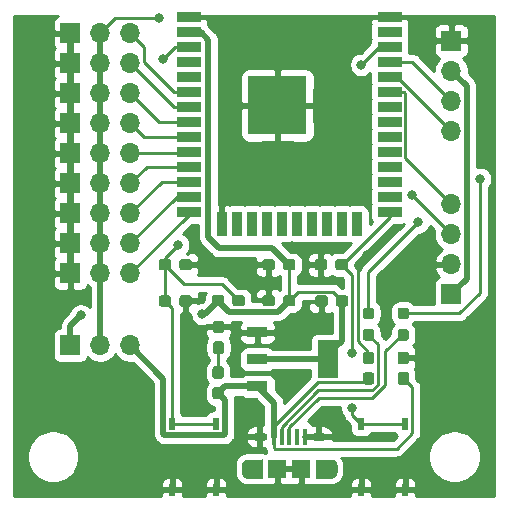
<source format=gbr>
G04 #@! TF.GenerationSoftware,KiCad,Pcbnew,(5.1.5)-3*
G04 #@! TF.CreationDate,2021-09-06T10:27:39+09:00*
G04 #@! TF.ProjectId,MKSP32_v2,4d4b5350-3332-45f7-9632-2e6b69636164,rev?*
G04 #@! TF.SameCoordinates,Original*
G04 #@! TF.FileFunction,Copper,L1,Top*
G04 #@! TF.FilePolarity,Positive*
%FSLAX46Y46*%
G04 Gerber Fmt 4.6, Leading zero omitted, Abs format (unit mm)*
G04 Created by KiCad (PCBNEW (5.1.5)-3) date 2021-09-06 10:27:39*
%MOMM*%
%LPD*%
G04 APERTURE LIST*
%ADD10C,0.001000*%
%ADD11O,0.775000X1.550000*%
%ADD12R,1.500000X1.550000*%
%ADD13O,1.300000X0.650000*%
%ADD14R,0.400000X1.350000*%
%ADD15O,1.700000X1.700000*%
%ADD16R,1.700000X1.700000*%
%ADD17R,1.800000X3.200000*%
%ADD18R,1.800000X0.900000*%
%ADD19R,5.000000X5.000000*%
%ADD20R,2.000000X0.900000*%
%ADD21R,0.900000X2.000000*%
%ADD22C,0.100000*%
%ADD23R,0.600000X1.000000*%
%ADD24C,0.800000*%
%ADD25C,0.250000*%
%ADD26C,0.500000*%
%ADD27C,0.254000*%
G04 APERTURE END LIST*
D10*
G36*
X102300000Y-80780000D02*
G01*
X102300000Y-79225000D01*
X103497500Y-79225000D01*
X103497500Y-79425000D01*
X103485731Y-79425338D01*
X103472748Y-79426360D01*
X103459836Y-79428059D01*
X103447031Y-79430433D01*
X103434368Y-79433473D01*
X103421881Y-79437172D01*
X103409605Y-79441519D01*
X103397573Y-79446503D01*
X103385818Y-79452109D01*
X103374373Y-79458323D01*
X103363269Y-79465128D01*
X103352537Y-79472504D01*
X103342205Y-79480433D01*
X103332302Y-79488890D01*
X103322855Y-79497855D01*
X103313890Y-79507302D01*
X103305433Y-79517205D01*
X103297504Y-79527537D01*
X103290128Y-79538269D01*
X103283323Y-79549373D01*
X103277109Y-79560818D01*
X103271503Y-79572573D01*
X103266519Y-79584605D01*
X103262172Y-79596881D01*
X103258473Y-79609368D01*
X103255433Y-79622031D01*
X103253059Y-79634836D01*
X103251360Y-79647748D01*
X103250338Y-79660731D01*
X103250000Y-79675000D01*
X103250000Y-79685000D01*
X103250000Y-80315000D01*
X103250000Y-80325000D01*
X103250343Y-80338084D01*
X103251370Y-80351132D01*
X103253078Y-80364109D01*
X103255463Y-80376978D01*
X103258519Y-80389705D01*
X103262236Y-80402254D01*
X103266605Y-80414592D01*
X103271614Y-80426684D01*
X103277248Y-80438498D01*
X103283494Y-80450000D01*
X103290332Y-80461160D01*
X103297746Y-80471946D01*
X103305714Y-80482330D01*
X103314214Y-80492283D01*
X103323223Y-80501777D01*
X103332717Y-80510786D01*
X103342670Y-80519286D01*
X103353054Y-80527254D01*
X103363840Y-80534668D01*
X103375000Y-80541506D01*
X103386502Y-80547752D01*
X103398316Y-80553386D01*
X103410408Y-80558395D01*
X103422746Y-80562764D01*
X103435295Y-80566481D01*
X103448022Y-80569537D01*
X103460891Y-80571922D01*
X103473868Y-80573630D01*
X103486916Y-80574657D01*
X103500000Y-80575000D01*
X103513084Y-80574657D01*
X103526132Y-80573630D01*
X103539109Y-80571922D01*
X103551978Y-80569537D01*
X103564705Y-80566481D01*
X103577254Y-80562764D01*
X103589592Y-80558395D01*
X103601684Y-80553386D01*
X103613498Y-80547752D01*
X103625000Y-80541506D01*
X103636160Y-80534668D01*
X103646946Y-80527254D01*
X103657330Y-80519286D01*
X103667283Y-80510786D01*
X103676777Y-80501777D01*
X103685786Y-80492283D01*
X103694286Y-80482330D01*
X103702254Y-80471946D01*
X103709668Y-80461160D01*
X103716506Y-80450000D01*
X103722752Y-80438498D01*
X103728386Y-80426684D01*
X103733395Y-80414592D01*
X103737764Y-80402254D01*
X103741481Y-80389705D01*
X103744537Y-80376978D01*
X103746922Y-80364109D01*
X103748630Y-80351132D01*
X103749657Y-80338084D01*
X103750000Y-80325000D01*
X103750000Y-79675000D01*
X103749662Y-79660731D01*
X103748640Y-79647748D01*
X103746941Y-79634836D01*
X103744567Y-79622031D01*
X103741527Y-79609368D01*
X103737828Y-79596881D01*
X103733481Y-79584605D01*
X103728497Y-79572573D01*
X103722891Y-79560818D01*
X103716677Y-79549373D01*
X103709872Y-79538269D01*
X103702496Y-79527537D01*
X103694567Y-79517205D01*
X103686110Y-79507302D01*
X103677145Y-79497855D01*
X103667698Y-79488890D01*
X103657795Y-79480433D01*
X103647463Y-79472504D01*
X103636731Y-79465128D01*
X103625627Y-79458323D01*
X103614182Y-79452109D01*
X103602427Y-79446503D01*
X103590395Y-79441519D01*
X103578119Y-79437172D01*
X103565632Y-79433473D01*
X103552969Y-79430433D01*
X103540164Y-79428059D01*
X103527252Y-79426360D01*
X103514269Y-79425338D01*
X103502500Y-79425000D01*
X103502500Y-79225000D01*
X103527353Y-79225682D01*
X103553384Y-79227731D01*
X103579272Y-79231139D01*
X103604946Y-79235897D01*
X103630336Y-79241993D01*
X103655373Y-79249409D01*
X103679987Y-79258125D01*
X103704111Y-79268118D01*
X103727678Y-79279359D01*
X103750626Y-79291818D01*
X103772890Y-79305462D01*
X103794409Y-79320252D01*
X103815125Y-79336147D01*
X103834980Y-79353105D01*
X103853921Y-79371079D01*
X103871895Y-79390020D01*
X103888853Y-79409875D01*
X103904748Y-79430591D01*
X103919538Y-79452110D01*
X103933182Y-79474374D01*
X103945641Y-79497322D01*
X103956882Y-79520889D01*
X103966875Y-79545013D01*
X103975591Y-79569627D01*
X103983007Y-79594664D01*
X103989103Y-79620054D01*
X103993861Y-79645728D01*
X103997269Y-79671616D01*
X103999318Y-79697647D01*
X104000000Y-79725000D01*
X104000000Y-80275000D01*
X103999315Y-80301168D01*
X103997261Y-80327264D01*
X103993844Y-80353217D01*
X103989074Y-80378956D01*
X103982963Y-80404410D01*
X103975528Y-80429508D01*
X103966790Y-80454184D01*
X103956773Y-80478368D01*
X103945503Y-80501995D01*
X103933013Y-80525000D01*
X103919335Y-80547320D01*
X103904508Y-80568893D01*
X103888573Y-80589660D01*
X103871572Y-80609565D01*
X103853553Y-80628553D01*
X103834565Y-80646572D01*
X103814660Y-80663573D01*
X103793893Y-80679508D01*
X103772320Y-80694335D01*
X103750000Y-80708013D01*
X103726995Y-80720503D01*
X103703368Y-80731773D01*
X103679184Y-80741790D01*
X103654508Y-80750528D01*
X103629410Y-80757963D01*
X103603956Y-80764074D01*
X103578217Y-80768844D01*
X103552264Y-80772261D01*
X103526168Y-80774315D01*
X103500000Y-80775000D01*
X102305000Y-80775000D01*
X102305000Y-80780000D01*
X102300000Y-80780000D01*
G37*
X102300000Y-80780000D02*
X102300000Y-79225000D01*
X103497500Y-79225000D01*
X103497500Y-79425000D01*
X103485731Y-79425338D01*
X103472748Y-79426360D01*
X103459836Y-79428059D01*
X103447031Y-79430433D01*
X103434368Y-79433473D01*
X103421881Y-79437172D01*
X103409605Y-79441519D01*
X103397573Y-79446503D01*
X103385818Y-79452109D01*
X103374373Y-79458323D01*
X103363269Y-79465128D01*
X103352537Y-79472504D01*
X103342205Y-79480433D01*
X103332302Y-79488890D01*
X103322855Y-79497855D01*
X103313890Y-79507302D01*
X103305433Y-79517205D01*
X103297504Y-79527537D01*
X103290128Y-79538269D01*
X103283323Y-79549373D01*
X103277109Y-79560818D01*
X103271503Y-79572573D01*
X103266519Y-79584605D01*
X103262172Y-79596881D01*
X103258473Y-79609368D01*
X103255433Y-79622031D01*
X103253059Y-79634836D01*
X103251360Y-79647748D01*
X103250338Y-79660731D01*
X103250000Y-79675000D01*
X103250000Y-79685000D01*
X103250000Y-80315000D01*
X103250000Y-80325000D01*
X103250343Y-80338084D01*
X103251370Y-80351132D01*
X103253078Y-80364109D01*
X103255463Y-80376978D01*
X103258519Y-80389705D01*
X103262236Y-80402254D01*
X103266605Y-80414592D01*
X103271614Y-80426684D01*
X103277248Y-80438498D01*
X103283494Y-80450000D01*
X103290332Y-80461160D01*
X103297746Y-80471946D01*
X103305714Y-80482330D01*
X103314214Y-80492283D01*
X103323223Y-80501777D01*
X103332717Y-80510786D01*
X103342670Y-80519286D01*
X103353054Y-80527254D01*
X103363840Y-80534668D01*
X103375000Y-80541506D01*
X103386502Y-80547752D01*
X103398316Y-80553386D01*
X103410408Y-80558395D01*
X103422746Y-80562764D01*
X103435295Y-80566481D01*
X103448022Y-80569537D01*
X103460891Y-80571922D01*
X103473868Y-80573630D01*
X103486916Y-80574657D01*
X103500000Y-80575000D01*
X103513084Y-80574657D01*
X103526132Y-80573630D01*
X103539109Y-80571922D01*
X103551978Y-80569537D01*
X103564705Y-80566481D01*
X103577254Y-80562764D01*
X103589592Y-80558395D01*
X103601684Y-80553386D01*
X103613498Y-80547752D01*
X103625000Y-80541506D01*
X103636160Y-80534668D01*
X103646946Y-80527254D01*
X103657330Y-80519286D01*
X103667283Y-80510786D01*
X103676777Y-80501777D01*
X103685786Y-80492283D01*
X103694286Y-80482330D01*
X103702254Y-80471946D01*
X103709668Y-80461160D01*
X103716506Y-80450000D01*
X103722752Y-80438498D01*
X103728386Y-80426684D01*
X103733395Y-80414592D01*
X103737764Y-80402254D01*
X103741481Y-80389705D01*
X103744537Y-80376978D01*
X103746922Y-80364109D01*
X103748630Y-80351132D01*
X103749657Y-80338084D01*
X103750000Y-80325000D01*
X103750000Y-79675000D01*
X103749662Y-79660731D01*
X103748640Y-79647748D01*
X103746941Y-79634836D01*
X103744567Y-79622031D01*
X103741527Y-79609368D01*
X103737828Y-79596881D01*
X103733481Y-79584605D01*
X103728497Y-79572573D01*
X103722891Y-79560818D01*
X103716677Y-79549373D01*
X103709872Y-79538269D01*
X103702496Y-79527537D01*
X103694567Y-79517205D01*
X103686110Y-79507302D01*
X103677145Y-79497855D01*
X103667698Y-79488890D01*
X103657795Y-79480433D01*
X103647463Y-79472504D01*
X103636731Y-79465128D01*
X103625627Y-79458323D01*
X103614182Y-79452109D01*
X103602427Y-79446503D01*
X103590395Y-79441519D01*
X103578119Y-79437172D01*
X103565632Y-79433473D01*
X103552969Y-79430433D01*
X103540164Y-79428059D01*
X103527252Y-79426360D01*
X103514269Y-79425338D01*
X103502500Y-79425000D01*
X103502500Y-79225000D01*
X103527353Y-79225682D01*
X103553384Y-79227731D01*
X103579272Y-79231139D01*
X103604946Y-79235897D01*
X103630336Y-79241993D01*
X103655373Y-79249409D01*
X103679987Y-79258125D01*
X103704111Y-79268118D01*
X103727678Y-79279359D01*
X103750626Y-79291818D01*
X103772890Y-79305462D01*
X103794409Y-79320252D01*
X103815125Y-79336147D01*
X103834980Y-79353105D01*
X103853921Y-79371079D01*
X103871895Y-79390020D01*
X103888853Y-79409875D01*
X103904748Y-79430591D01*
X103919538Y-79452110D01*
X103933182Y-79474374D01*
X103945641Y-79497322D01*
X103956882Y-79520889D01*
X103966875Y-79545013D01*
X103975591Y-79569627D01*
X103983007Y-79594664D01*
X103989103Y-79620054D01*
X103993861Y-79645728D01*
X103997269Y-79671616D01*
X103999318Y-79697647D01*
X104000000Y-79725000D01*
X104000000Y-80275000D01*
X103999315Y-80301168D01*
X103997261Y-80327264D01*
X103993844Y-80353217D01*
X103989074Y-80378956D01*
X103982963Y-80404410D01*
X103975528Y-80429508D01*
X103966790Y-80454184D01*
X103956773Y-80478368D01*
X103945503Y-80501995D01*
X103933013Y-80525000D01*
X103919335Y-80547320D01*
X103904508Y-80568893D01*
X103888573Y-80589660D01*
X103871572Y-80609565D01*
X103853553Y-80628553D01*
X103834565Y-80646572D01*
X103814660Y-80663573D01*
X103793893Y-80679508D01*
X103772320Y-80694335D01*
X103750000Y-80708013D01*
X103726995Y-80720503D01*
X103703368Y-80731773D01*
X103679184Y-80741790D01*
X103654508Y-80750528D01*
X103629410Y-80757963D01*
X103603956Y-80764074D01*
X103578217Y-80768844D01*
X103552264Y-80772261D01*
X103526168Y-80774315D01*
X103500000Y-80775000D01*
X102305000Y-80775000D01*
X102305000Y-80780000D01*
X102300000Y-80780000D01*
G36*
X97700000Y-79220000D02*
G01*
X97700000Y-80775000D01*
X96502500Y-80775000D01*
X96502500Y-80575000D01*
X96514269Y-80574662D01*
X96527252Y-80573640D01*
X96540164Y-80571941D01*
X96552969Y-80569567D01*
X96565632Y-80566527D01*
X96578119Y-80562828D01*
X96590395Y-80558481D01*
X96602427Y-80553497D01*
X96614182Y-80547891D01*
X96625627Y-80541677D01*
X96636731Y-80534872D01*
X96647463Y-80527496D01*
X96657795Y-80519567D01*
X96667698Y-80511110D01*
X96677145Y-80502145D01*
X96686110Y-80492698D01*
X96694567Y-80482795D01*
X96702496Y-80472463D01*
X96709872Y-80461731D01*
X96716677Y-80450627D01*
X96722891Y-80439182D01*
X96728497Y-80427427D01*
X96733481Y-80415395D01*
X96737828Y-80403119D01*
X96741527Y-80390632D01*
X96744567Y-80377969D01*
X96746941Y-80365164D01*
X96748640Y-80352252D01*
X96749662Y-80339269D01*
X96750000Y-80325000D01*
X96750000Y-80315000D01*
X96750000Y-79685000D01*
X96750000Y-79675000D01*
X96749657Y-79661916D01*
X96748630Y-79648868D01*
X96746922Y-79635891D01*
X96744537Y-79623022D01*
X96741481Y-79610295D01*
X96737764Y-79597746D01*
X96733395Y-79585408D01*
X96728386Y-79573316D01*
X96722752Y-79561502D01*
X96716506Y-79550000D01*
X96709668Y-79538840D01*
X96702254Y-79528054D01*
X96694286Y-79517670D01*
X96685786Y-79507717D01*
X96676777Y-79498223D01*
X96667283Y-79489214D01*
X96657330Y-79480714D01*
X96646946Y-79472746D01*
X96636160Y-79465332D01*
X96625000Y-79458494D01*
X96613498Y-79452248D01*
X96601684Y-79446614D01*
X96589592Y-79441605D01*
X96577254Y-79437236D01*
X96564705Y-79433519D01*
X96551978Y-79430463D01*
X96539109Y-79428078D01*
X96526132Y-79426370D01*
X96513084Y-79425343D01*
X96500000Y-79425000D01*
X96486916Y-79425343D01*
X96473868Y-79426370D01*
X96460891Y-79428078D01*
X96448022Y-79430463D01*
X96435295Y-79433519D01*
X96422746Y-79437236D01*
X96410408Y-79441605D01*
X96398316Y-79446614D01*
X96386502Y-79452248D01*
X96375000Y-79458494D01*
X96363840Y-79465332D01*
X96353054Y-79472746D01*
X96342670Y-79480714D01*
X96332717Y-79489214D01*
X96323223Y-79498223D01*
X96314214Y-79507717D01*
X96305714Y-79517670D01*
X96297746Y-79528054D01*
X96290332Y-79538840D01*
X96283494Y-79550000D01*
X96277248Y-79561502D01*
X96271614Y-79573316D01*
X96266605Y-79585408D01*
X96262236Y-79597746D01*
X96258519Y-79610295D01*
X96255463Y-79623022D01*
X96253078Y-79635891D01*
X96251370Y-79648868D01*
X96250343Y-79661916D01*
X96250000Y-79675000D01*
X96250000Y-80325000D01*
X96250338Y-80339269D01*
X96251360Y-80352252D01*
X96253059Y-80365164D01*
X96255433Y-80377969D01*
X96258473Y-80390632D01*
X96262172Y-80403119D01*
X96266519Y-80415395D01*
X96271503Y-80427427D01*
X96277109Y-80439182D01*
X96283323Y-80450627D01*
X96290128Y-80461731D01*
X96297504Y-80472463D01*
X96305433Y-80482795D01*
X96313890Y-80492698D01*
X96322855Y-80502145D01*
X96332302Y-80511110D01*
X96342205Y-80519567D01*
X96352537Y-80527496D01*
X96363269Y-80534872D01*
X96374373Y-80541677D01*
X96385818Y-80547891D01*
X96397573Y-80553497D01*
X96409605Y-80558481D01*
X96421881Y-80562828D01*
X96434368Y-80566527D01*
X96447031Y-80569567D01*
X96459836Y-80571941D01*
X96472748Y-80573640D01*
X96485731Y-80574662D01*
X96497500Y-80575000D01*
X96497500Y-80775000D01*
X96472647Y-80774318D01*
X96446616Y-80772269D01*
X96420728Y-80768861D01*
X96395054Y-80764103D01*
X96369664Y-80758007D01*
X96344627Y-80750591D01*
X96320013Y-80741875D01*
X96295889Y-80731882D01*
X96272322Y-80720641D01*
X96249374Y-80708182D01*
X96227110Y-80694538D01*
X96205591Y-80679748D01*
X96184875Y-80663853D01*
X96165020Y-80646895D01*
X96146079Y-80628921D01*
X96128105Y-80609980D01*
X96111147Y-80590125D01*
X96095252Y-80569409D01*
X96080462Y-80547890D01*
X96066818Y-80525626D01*
X96054359Y-80502678D01*
X96043118Y-80479111D01*
X96033125Y-80454987D01*
X96024409Y-80430373D01*
X96016993Y-80405336D01*
X96010897Y-80379946D01*
X96006139Y-80354272D01*
X96002731Y-80328384D01*
X96000682Y-80302353D01*
X96000000Y-80275000D01*
X96000000Y-79725000D01*
X96000685Y-79698832D01*
X96002739Y-79672736D01*
X96006156Y-79646783D01*
X96010926Y-79621044D01*
X96017037Y-79595590D01*
X96024472Y-79570492D01*
X96033210Y-79545816D01*
X96043227Y-79521632D01*
X96054497Y-79498005D01*
X96066987Y-79475000D01*
X96080665Y-79452680D01*
X96095492Y-79431107D01*
X96111427Y-79410340D01*
X96128428Y-79390435D01*
X96146447Y-79371447D01*
X96165435Y-79353428D01*
X96185340Y-79336427D01*
X96206107Y-79320492D01*
X96227680Y-79305665D01*
X96250000Y-79291987D01*
X96273005Y-79279497D01*
X96296632Y-79268227D01*
X96320816Y-79258210D01*
X96345492Y-79249472D01*
X96370590Y-79242037D01*
X96396044Y-79235926D01*
X96421783Y-79231156D01*
X96447736Y-79227739D01*
X96473832Y-79225685D01*
X96500000Y-79225000D01*
X97695000Y-79225000D01*
X97695000Y-79220000D01*
X97700000Y-79220000D01*
G37*
X97700000Y-79220000D02*
X97700000Y-80775000D01*
X96502500Y-80775000D01*
X96502500Y-80575000D01*
X96514269Y-80574662D01*
X96527252Y-80573640D01*
X96540164Y-80571941D01*
X96552969Y-80569567D01*
X96565632Y-80566527D01*
X96578119Y-80562828D01*
X96590395Y-80558481D01*
X96602427Y-80553497D01*
X96614182Y-80547891D01*
X96625627Y-80541677D01*
X96636731Y-80534872D01*
X96647463Y-80527496D01*
X96657795Y-80519567D01*
X96667698Y-80511110D01*
X96677145Y-80502145D01*
X96686110Y-80492698D01*
X96694567Y-80482795D01*
X96702496Y-80472463D01*
X96709872Y-80461731D01*
X96716677Y-80450627D01*
X96722891Y-80439182D01*
X96728497Y-80427427D01*
X96733481Y-80415395D01*
X96737828Y-80403119D01*
X96741527Y-80390632D01*
X96744567Y-80377969D01*
X96746941Y-80365164D01*
X96748640Y-80352252D01*
X96749662Y-80339269D01*
X96750000Y-80325000D01*
X96750000Y-80315000D01*
X96750000Y-79685000D01*
X96750000Y-79675000D01*
X96749657Y-79661916D01*
X96748630Y-79648868D01*
X96746922Y-79635891D01*
X96744537Y-79623022D01*
X96741481Y-79610295D01*
X96737764Y-79597746D01*
X96733395Y-79585408D01*
X96728386Y-79573316D01*
X96722752Y-79561502D01*
X96716506Y-79550000D01*
X96709668Y-79538840D01*
X96702254Y-79528054D01*
X96694286Y-79517670D01*
X96685786Y-79507717D01*
X96676777Y-79498223D01*
X96667283Y-79489214D01*
X96657330Y-79480714D01*
X96646946Y-79472746D01*
X96636160Y-79465332D01*
X96625000Y-79458494D01*
X96613498Y-79452248D01*
X96601684Y-79446614D01*
X96589592Y-79441605D01*
X96577254Y-79437236D01*
X96564705Y-79433519D01*
X96551978Y-79430463D01*
X96539109Y-79428078D01*
X96526132Y-79426370D01*
X96513084Y-79425343D01*
X96500000Y-79425000D01*
X96486916Y-79425343D01*
X96473868Y-79426370D01*
X96460891Y-79428078D01*
X96448022Y-79430463D01*
X96435295Y-79433519D01*
X96422746Y-79437236D01*
X96410408Y-79441605D01*
X96398316Y-79446614D01*
X96386502Y-79452248D01*
X96375000Y-79458494D01*
X96363840Y-79465332D01*
X96353054Y-79472746D01*
X96342670Y-79480714D01*
X96332717Y-79489214D01*
X96323223Y-79498223D01*
X96314214Y-79507717D01*
X96305714Y-79517670D01*
X96297746Y-79528054D01*
X96290332Y-79538840D01*
X96283494Y-79550000D01*
X96277248Y-79561502D01*
X96271614Y-79573316D01*
X96266605Y-79585408D01*
X96262236Y-79597746D01*
X96258519Y-79610295D01*
X96255463Y-79623022D01*
X96253078Y-79635891D01*
X96251370Y-79648868D01*
X96250343Y-79661916D01*
X96250000Y-79675000D01*
X96250000Y-80325000D01*
X96250338Y-80339269D01*
X96251360Y-80352252D01*
X96253059Y-80365164D01*
X96255433Y-80377969D01*
X96258473Y-80390632D01*
X96262172Y-80403119D01*
X96266519Y-80415395D01*
X96271503Y-80427427D01*
X96277109Y-80439182D01*
X96283323Y-80450627D01*
X96290128Y-80461731D01*
X96297504Y-80472463D01*
X96305433Y-80482795D01*
X96313890Y-80492698D01*
X96322855Y-80502145D01*
X96332302Y-80511110D01*
X96342205Y-80519567D01*
X96352537Y-80527496D01*
X96363269Y-80534872D01*
X96374373Y-80541677D01*
X96385818Y-80547891D01*
X96397573Y-80553497D01*
X96409605Y-80558481D01*
X96421881Y-80562828D01*
X96434368Y-80566527D01*
X96447031Y-80569567D01*
X96459836Y-80571941D01*
X96472748Y-80573640D01*
X96485731Y-80574662D01*
X96497500Y-80575000D01*
X96497500Y-80775000D01*
X96472647Y-80774318D01*
X96446616Y-80772269D01*
X96420728Y-80768861D01*
X96395054Y-80764103D01*
X96369664Y-80758007D01*
X96344627Y-80750591D01*
X96320013Y-80741875D01*
X96295889Y-80731882D01*
X96272322Y-80720641D01*
X96249374Y-80708182D01*
X96227110Y-80694538D01*
X96205591Y-80679748D01*
X96184875Y-80663853D01*
X96165020Y-80646895D01*
X96146079Y-80628921D01*
X96128105Y-80609980D01*
X96111147Y-80590125D01*
X96095252Y-80569409D01*
X96080462Y-80547890D01*
X96066818Y-80525626D01*
X96054359Y-80502678D01*
X96043118Y-80479111D01*
X96033125Y-80454987D01*
X96024409Y-80430373D01*
X96016993Y-80405336D01*
X96010897Y-80379946D01*
X96006139Y-80354272D01*
X96002731Y-80328384D01*
X96000682Y-80302353D01*
X96000000Y-80275000D01*
X96000000Y-79725000D01*
X96000685Y-79698832D01*
X96002739Y-79672736D01*
X96006156Y-79646783D01*
X96010926Y-79621044D01*
X96017037Y-79595590D01*
X96024472Y-79570492D01*
X96033210Y-79545816D01*
X96043227Y-79521632D01*
X96054497Y-79498005D01*
X96066987Y-79475000D01*
X96080665Y-79452680D01*
X96095492Y-79431107D01*
X96111427Y-79410340D01*
X96128428Y-79390435D01*
X96146447Y-79371447D01*
X96165435Y-79353428D01*
X96185340Y-79336427D01*
X96206107Y-79320492D01*
X96227680Y-79305665D01*
X96250000Y-79291987D01*
X96273005Y-79279497D01*
X96296632Y-79268227D01*
X96320816Y-79258210D01*
X96345492Y-79249472D01*
X96370590Y-79242037D01*
X96396044Y-79235926D01*
X96421783Y-79231156D01*
X96447736Y-79227739D01*
X96473832Y-79225685D01*
X96500000Y-79225000D01*
X97695000Y-79225000D01*
X97695000Y-79220000D01*
X97700000Y-79220000D01*
D11*
X103500000Y-80000000D03*
D12*
X101000000Y-80000000D03*
X99000000Y-80000000D03*
D11*
X96500000Y-80000000D03*
D13*
X102500000Y-77300000D03*
X97500000Y-77300000D03*
D14*
X101300000Y-77300000D03*
X100650000Y-77300000D03*
X100000000Y-77300000D03*
X99350000Y-77300000D03*
X98700000Y-77300000D03*
D15*
X113716000Y-57620000D03*
X113716000Y-60160000D03*
X113716000Y-62700000D03*
D16*
X113716000Y-65240000D03*
D17*
X103310000Y-70739000D03*
D18*
X97310000Y-73039000D03*
X97310000Y-70739000D03*
X97310000Y-68439000D03*
D15*
X113716000Y-51397000D03*
X113716000Y-48857000D03*
X113716000Y-46317000D03*
D16*
X113716000Y-43777000D03*
D15*
X86538000Y-45682000D03*
X83998000Y-45682000D03*
D16*
X81458000Y-45682000D03*
D15*
X86540000Y-43120001D03*
X84000000Y-43120001D03*
D16*
X81460000Y-43120001D03*
D15*
X86538000Y-50762000D03*
X83998000Y-50762000D03*
D16*
X81458000Y-50762000D03*
D15*
X86540000Y-48222000D03*
X84000000Y-48222000D03*
D16*
X81460000Y-48222000D03*
D15*
X86538000Y-58382000D03*
X83998000Y-58382000D03*
D16*
X81458000Y-58382000D03*
D15*
X86538000Y-55842000D03*
X83998000Y-55842000D03*
D16*
X81458000Y-55842000D03*
D15*
X86540000Y-53302000D03*
X84000000Y-53302000D03*
D16*
X81460000Y-53302000D03*
D15*
X86538000Y-60922000D03*
X83998000Y-60922000D03*
D16*
X81458000Y-60922000D03*
D15*
X86538000Y-63462000D03*
X83998000Y-63462000D03*
D16*
X81458000Y-63462000D03*
D19*
X99000000Y-49245000D03*
D20*
X91500000Y-41745000D03*
X91500000Y-43015000D03*
X91500000Y-44285000D03*
X91500000Y-45555000D03*
X91500000Y-46825000D03*
X91500000Y-48095000D03*
X91500000Y-49365000D03*
X91500000Y-50635000D03*
X91500000Y-51905000D03*
X91500000Y-53175000D03*
X91500000Y-54445000D03*
X91500000Y-55715000D03*
X91500000Y-56985000D03*
X91500000Y-58255000D03*
D21*
X94285000Y-59255000D03*
X95555000Y-59255000D03*
X96825000Y-59255000D03*
X98095000Y-59255000D03*
X99365000Y-59255000D03*
X100635000Y-59255000D03*
X101905000Y-59255000D03*
X103175000Y-59255000D03*
X104445000Y-59255000D03*
X105715000Y-59255000D03*
D20*
X108500000Y-58255000D03*
X108500000Y-56985000D03*
X108500000Y-55715000D03*
X108500000Y-54445000D03*
X108500000Y-53175000D03*
X108500000Y-51905000D03*
X108500000Y-50635000D03*
X108500000Y-49365000D03*
X108500000Y-48095000D03*
X108500000Y-46825000D03*
X108500000Y-45555000D03*
X108500000Y-44285000D03*
X108500000Y-43015000D03*
X108500000Y-41745000D03*
D15*
X86538000Y-69558000D03*
X83998000Y-69558000D03*
D16*
X81458000Y-69558000D03*
G04 #@! TA.AperFunction,SMDPad,CuDef*
D22*
G36*
X106968779Y-66362144D02*
G01*
X106991834Y-66365563D01*
X107014443Y-66371227D01*
X107036387Y-66379079D01*
X107057457Y-66389044D01*
X107077448Y-66401026D01*
X107096168Y-66414910D01*
X107113438Y-66430562D01*
X107129090Y-66447832D01*
X107142974Y-66466552D01*
X107154956Y-66486543D01*
X107164921Y-66507613D01*
X107172773Y-66529557D01*
X107178437Y-66552166D01*
X107181856Y-66575221D01*
X107183000Y-66598500D01*
X107183000Y-67098500D01*
X107181856Y-67121779D01*
X107178437Y-67144834D01*
X107172773Y-67167443D01*
X107164921Y-67189387D01*
X107154956Y-67210457D01*
X107142974Y-67230448D01*
X107129090Y-67249168D01*
X107113438Y-67266438D01*
X107096168Y-67282090D01*
X107077448Y-67295974D01*
X107057457Y-67307956D01*
X107036387Y-67317921D01*
X107014443Y-67325773D01*
X106991834Y-67331437D01*
X106968779Y-67334856D01*
X106945500Y-67336000D01*
X106470500Y-67336000D01*
X106447221Y-67334856D01*
X106424166Y-67331437D01*
X106401557Y-67325773D01*
X106379613Y-67317921D01*
X106358543Y-67307956D01*
X106338552Y-67295974D01*
X106319832Y-67282090D01*
X106302562Y-67266438D01*
X106286910Y-67249168D01*
X106273026Y-67230448D01*
X106261044Y-67210457D01*
X106251079Y-67189387D01*
X106243227Y-67167443D01*
X106237563Y-67144834D01*
X106234144Y-67121779D01*
X106233000Y-67098500D01*
X106233000Y-66598500D01*
X106234144Y-66575221D01*
X106237563Y-66552166D01*
X106243227Y-66529557D01*
X106251079Y-66507613D01*
X106261044Y-66486543D01*
X106273026Y-66466552D01*
X106286910Y-66447832D01*
X106302562Y-66430562D01*
X106319832Y-66414910D01*
X106338552Y-66401026D01*
X106358543Y-66389044D01*
X106379613Y-66379079D01*
X106401557Y-66371227D01*
X106424166Y-66365563D01*
X106447221Y-66362144D01*
X106470500Y-66361000D01*
X106945500Y-66361000D01*
X106968779Y-66362144D01*
G37*
G04 #@! TD.AperFunction*
G04 #@! TA.AperFunction,SMDPad,CuDef*
G36*
X106968779Y-68187144D02*
G01*
X106991834Y-68190563D01*
X107014443Y-68196227D01*
X107036387Y-68204079D01*
X107057457Y-68214044D01*
X107077448Y-68226026D01*
X107096168Y-68239910D01*
X107113438Y-68255562D01*
X107129090Y-68272832D01*
X107142974Y-68291552D01*
X107154956Y-68311543D01*
X107164921Y-68332613D01*
X107172773Y-68354557D01*
X107178437Y-68377166D01*
X107181856Y-68400221D01*
X107183000Y-68423500D01*
X107183000Y-68923500D01*
X107181856Y-68946779D01*
X107178437Y-68969834D01*
X107172773Y-68992443D01*
X107164921Y-69014387D01*
X107154956Y-69035457D01*
X107142974Y-69055448D01*
X107129090Y-69074168D01*
X107113438Y-69091438D01*
X107096168Y-69107090D01*
X107077448Y-69120974D01*
X107057457Y-69132956D01*
X107036387Y-69142921D01*
X107014443Y-69150773D01*
X106991834Y-69156437D01*
X106968779Y-69159856D01*
X106945500Y-69161000D01*
X106470500Y-69161000D01*
X106447221Y-69159856D01*
X106424166Y-69156437D01*
X106401557Y-69150773D01*
X106379613Y-69142921D01*
X106358543Y-69132956D01*
X106338552Y-69120974D01*
X106319832Y-69107090D01*
X106302562Y-69091438D01*
X106286910Y-69074168D01*
X106273026Y-69055448D01*
X106261044Y-69035457D01*
X106251079Y-69014387D01*
X106243227Y-68992443D01*
X106237563Y-68969834D01*
X106234144Y-68946779D01*
X106233000Y-68923500D01*
X106233000Y-68423500D01*
X106234144Y-68400221D01*
X106237563Y-68377166D01*
X106243227Y-68354557D01*
X106251079Y-68332613D01*
X106261044Y-68311543D01*
X106273026Y-68291552D01*
X106286910Y-68272832D01*
X106302562Y-68255562D01*
X106319832Y-68239910D01*
X106338552Y-68226026D01*
X106358543Y-68214044D01*
X106379613Y-68204079D01*
X106401557Y-68196227D01*
X106424166Y-68190563D01*
X106447221Y-68187144D01*
X106470500Y-68186000D01*
X106945500Y-68186000D01*
X106968779Y-68187144D01*
G37*
G04 #@! TD.AperFunction*
G04 #@! TA.AperFunction,SMDPad,CuDef*
G36*
X109912779Y-68187144D02*
G01*
X109935834Y-68190563D01*
X109958443Y-68196227D01*
X109980387Y-68204079D01*
X110001457Y-68214044D01*
X110021448Y-68226026D01*
X110040168Y-68239910D01*
X110057438Y-68255562D01*
X110073090Y-68272832D01*
X110086974Y-68291552D01*
X110098956Y-68311543D01*
X110108921Y-68332613D01*
X110116773Y-68354557D01*
X110122437Y-68377166D01*
X110125856Y-68400221D01*
X110127000Y-68423500D01*
X110127000Y-68923500D01*
X110125856Y-68946779D01*
X110122437Y-68969834D01*
X110116773Y-68992443D01*
X110108921Y-69014387D01*
X110098956Y-69035457D01*
X110086974Y-69055448D01*
X110073090Y-69074168D01*
X110057438Y-69091438D01*
X110040168Y-69107090D01*
X110021448Y-69120974D01*
X110001457Y-69132956D01*
X109980387Y-69142921D01*
X109958443Y-69150773D01*
X109935834Y-69156437D01*
X109912779Y-69159856D01*
X109889500Y-69161000D01*
X109414500Y-69161000D01*
X109391221Y-69159856D01*
X109368166Y-69156437D01*
X109345557Y-69150773D01*
X109323613Y-69142921D01*
X109302543Y-69132956D01*
X109282552Y-69120974D01*
X109263832Y-69107090D01*
X109246562Y-69091438D01*
X109230910Y-69074168D01*
X109217026Y-69055448D01*
X109205044Y-69035457D01*
X109195079Y-69014387D01*
X109187227Y-68992443D01*
X109181563Y-68969834D01*
X109178144Y-68946779D01*
X109177000Y-68923500D01*
X109177000Y-68423500D01*
X109178144Y-68400221D01*
X109181563Y-68377166D01*
X109187227Y-68354557D01*
X109195079Y-68332613D01*
X109205044Y-68311543D01*
X109217026Y-68291552D01*
X109230910Y-68272832D01*
X109246562Y-68255562D01*
X109263832Y-68239910D01*
X109282552Y-68226026D01*
X109302543Y-68214044D01*
X109323613Y-68204079D01*
X109345557Y-68196227D01*
X109368166Y-68190563D01*
X109391221Y-68187144D01*
X109414500Y-68186000D01*
X109889500Y-68186000D01*
X109912779Y-68187144D01*
G37*
G04 #@! TD.AperFunction*
G04 #@! TA.AperFunction,SMDPad,CuDef*
G36*
X109912779Y-66362144D02*
G01*
X109935834Y-66365563D01*
X109958443Y-66371227D01*
X109980387Y-66379079D01*
X110001457Y-66389044D01*
X110021448Y-66401026D01*
X110040168Y-66414910D01*
X110057438Y-66430562D01*
X110073090Y-66447832D01*
X110086974Y-66466552D01*
X110098956Y-66486543D01*
X110108921Y-66507613D01*
X110116773Y-66529557D01*
X110122437Y-66552166D01*
X110125856Y-66575221D01*
X110127000Y-66598500D01*
X110127000Y-67098500D01*
X110125856Y-67121779D01*
X110122437Y-67144834D01*
X110116773Y-67167443D01*
X110108921Y-67189387D01*
X110098956Y-67210457D01*
X110086974Y-67230448D01*
X110073090Y-67249168D01*
X110057438Y-67266438D01*
X110040168Y-67282090D01*
X110021448Y-67295974D01*
X110001457Y-67307956D01*
X109980387Y-67317921D01*
X109958443Y-67325773D01*
X109935834Y-67331437D01*
X109912779Y-67334856D01*
X109889500Y-67336000D01*
X109414500Y-67336000D01*
X109391221Y-67334856D01*
X109368166Y-67331437D01*
X109345557Y-67325773D01*
X109323613Y-67317921D01*
X109302543Y-67307956D01*
X109282552Y-67295974D01*
X109263832Y-67282090D01*
X109246562Y-67266438D01*
X109230910Y-67249168D01*
X109217026Y-67230448D01*
X109205044Y-67210457D01*
X109195079Y-67189387D01*
X109187227Y-67167443D01*
X109181563Y-67144834D01*
X109178144Y-67121779D01*
X109177000Y-67098500D01*
X109177000Y-66598500D01*
X109178144Y-66575221D01*
X109181563Y-66552166D01*
X109187227Y-66529557D01*
X109195079Y-66507613D01*
X109205044Y-66486543D01*
X109217026Y-66466552D01*
X109230910Y-66447832D01*
X109246562Y-66430562D01*
X109263832Y-66414910D01*
X109282552Y-66401026D01*
X109302543Y-66389044D01*
X109323613Y-66379079D01*
X109345557Y-66371227D01*
X109368166Y-66365563D01*
X109391221Y-66362144D01*
X109414500Y-66361000D01*
X109889500Y-66361000D01*
X109912779Y-66362144D01*
G37*
G04 #@! TD.AperFunction*
G04 #@! TA.AperFunction,SMDPad,CuDef*
G36*
X109912779Y-70084144D02*
G01*
X109935834Y-70087563D01*
X109958443Y-70093227D01*
X109980387Y-70101079D01*
X110001457Y-70111044D01*
X110021448Y-70123026D01*
X110040168Y-70136910D01*
X110057438Y-70152562D01*
X110073090Y-70169832D01*
X110086974Y-70188552D01*
X110098956Y-70208543D01*
X110108921Y-70229613D01*
X110116773Y-70251557D01*
X110122437Y-70274166D01*
X110125856Y-70297221D01*
X110127000Y-70320500D01*
X110127000Y-70920500D01*
X110125856Y-70943779D01*
X110122437Y-70966834D01*
X110116773Y-70989443D01*
X110108921Y-71011387D01*
X110098956Y-71032457D01*
X110086974Y-71052448D01*
X110073090Y-71071168D01*
X110057438Y-71088438D01*
X110040168Y-71104090D01*
X110021448Y-71117974D01*
X110001457Y-71129956D01*
X109980387Y-71139921D01*
X109958443Y-71147773D01*
X109935834Y-71153437D01*
X109912779Y-71156856D01*
X109889500Y-71158000D01*
X109414500Y-71158000D01*
X109391221Y-71156856D01*
X109368166Y-71153437D01*
X109345557Y-71147773D01*
X109323613Y-71139921D01*
X109302543Y-71129956D01*
X109282552Y-71117974D01*
X109263832Y-71104090D01*
X109246562Y-71088438D01*
X109230910Y-71071168D01*
X109217026Y-71052448D01*
X109205044Y-71032457D01*
X109195079Y-71011387D01*
X109187227Y-70989443D01*
X109181563Y-70966834D01*
X109178144Y-70943779D01*
X109177000Y-70920500D01*
X109177000Y-70320500D01*
X109178144Y-70297221D01*
X109181563Y-70274166D01*
X109187227Y-70251557D01*
X109195079Y-70229613D01*
X109205044Y-70208543D01*
X109217026Y-70188552D01*
X109230910Y-70169832D01*
X109246562Y-70152562D01*
X109263832Y-70136910D01*
X109282552Y-70123026D01*
X109302543Y-70111044D01*
X109323613Y-70101079D01*
X109345557Y-70093227D01*
X109368166Y-70087563D01*
X109391221Y-70084144D01*
X109414500Y-70083000D01*
X109889500Y-70083000D01*
X109912779Y-70084144D01*
G37*
G04 #@! TD.AperFunction*
G04 #@! TA.AperFunction,SMDPad,CuDef*
G36*
X109912779Y-71809144D02*
G01*
X109935834Y-71812563D01*
X109958443Y-71818227D01*
X109980387Y-71826079D01*
X110001457Y-71836044D01*
X110021448Y-71848026D01*
X110040168Y-71861910D01*
X110057438Y-71877562D01*
X110073090Y-71894832D01*
X110086974Y-71913552D01*
X110098956Y-71933543D01*
X110108921Y-71954613D01*
X110116773Y-71976557D01*
X110122437Y-71999166D01*
X110125856Y-72022221D01*
X110127000Y-72045500D01*
X110127000Y-72645500D01*
X110125856Y-72668779D01*
X110122437Y-72691834D01*
X110116773Y-72714443D01*
X110108921Y-72736387D01*
X110098956Y-72757457D01*
X110086974Y-72777448D01*
X110073090Y-72796168D01*
X110057438Y-72813438D01*
X110040168Y-72829090D01*
X110021448Y-72842974D01*
X110001457Y-72854956D01*
X109980387Y-72864921D01*
X109958443Y-72872773D01*
X109935834Y-72878437D01*
X109912779Y-72881856D01*
X109889500Y-72883000D01*
X109414500Y-72883000D01*
X109391221Y-72881856D01*
X109368166Y-72878437D01*
X109345557Y-72872773D01*
X109323613Y-72864921D01*
X109302543Y-72854956D01*
X109282552Y-72842974D01*
X109263832Y-72829090D01*
X109246562Y-72813438D01*
X109230910Y-72796168D01*
X109217026Y-72777448D01*
X109205044Y-72757457D01*
X109195079Y-72736387D01*
X109187227Y-72714443D01*
X109181563Y-72691834D01*
X109178144Y-72668779D01*
X109177000Y-72645500D01*
X109177000Y-72045500D01*
X109178144Y-72022221D01*
X109181563Y-71999166D01*
X109187227Y-71976557D01*
X109195079Y-71954613D01*
X109205044Y-71933543D01*
X109217026Y-71913552D01*
X109230910Y-71894832D01*
X109246562Y-71877562D01*
X109263832Y-71861910D01*
X109282552Y-71848026D01*
X109302543Y-71836044D01*
X109323613Y-71826079D01*
X109345557Y-71818227D01*
X109368166Y-71812563D01*
X109391221Y-71809144D01*
X109414500Y-71808000D01*
X109889500Y-71808000D01*
X109912779Y-71809144D01*
G37*
G04 #@! TD.AperFunction*
G04 #@! TA.AperFunction,SMDPad,CuDef*
G36*
X106968779Y-71834144D02*
G01*
X106991834Y-71837563D01*
X107014443Y-71843227D01*
X107036387Y-71851079D01*
X107057457Y-71861044D01*
X107077448Y-71873026D01*
X107096168Y-71886910D01*
X107113438Y-71902562D01*
X107129090Y-71919832D01*
X107142974Y-71938552D01*
X107154956Y-71958543D01*
X107164921Y-71979613D01*
X107172773Y-72001557D01*
X107178437Y-72024166D01*
X107181856Y-72047221D01*
X107183000Y-72070500D01*
X107183000Y-72645500D01*
X107181856Y-72668779D01*
X107178437Y-72691834D01*
X107172773Y-72714443D01*
X107164921Y-72736387D01*
X107154956Y-72757457D01*
X107142974Y-72777448D01*
X107129090Y-72796168D01*
X107113438Y-72813438D01*
X107096168Y-72829090D01*
X107077448Y-72842974D01*
X107057457Y-72854956D01*
X107036387Y-72864921D01*
X107014443Y-72872773D01*
X106991834Y-72878437D01*
X106968779Y-72881856D01*
X106945500Y-72883000D01*
X106470500Y-72883000D01*
X106447221Y-72881856D01*
X106424166Y-72878437D01*
X106401557Y-72872773D01*
X106379613Y-72864921D01*
X106358543Y-72854956D01*
X106338552Y-72842974D01*
X106319832Y-72829090D01*
X106302562Y-72813438D01*
X106286910Y-72796168D01*
X106273026Y-72777448D01*
X106261044Y-72757457D01*
X106251079Y-72736387D01*
X106243227Y-72714443D01*
X106237563Y-72691834D01*
X106234144Y-72668779D01*
X106233000Y-72645500D01*
X106233000Y-72070500D01*
X106234144Y-72047221D01*
X106237563Y-72024166D01*
X106243227Y-72001557D01*
X106251079Y-71979613D01*
X106261044Y-71958543D01*
X106273026Y-71938552D01*
X106286910Y-71919832D01*
X106302562Y-71902562D01*
X106319832Y-71886910D01*
X106338552Y-71873026D01*
X106358543Y-71861044D01*
X106379613Y-71851079D01*
X106401557Y-71843227D01*
X106424166Y-71837563D01*
X106447221Y-71834144D01*
X106470500Y-71833000D01*
X106945500Y-71833000D01*
X106968779Y-71834144D01*
G37*
G04 #@! TD.AperFunction*
G04 #@! TA.AperFunction,SMDPad,CuDef*
G36*
X106968779Y-70084144D02*
G01*
X106991834Y-70087563D01*
X107014443Y-70093227D01*
X107036387Y-70101079D01*
X107057457Y-70111044D01*
X107077448Y-70123026D01*
X107096168Y-70136910D01*
X107113438Y-70152562D01*
X107129090Y-70169832D01*
X107142974Y-70188552D01*
X107154956Y-70208543D01*
X107164921Y-70229613D01*
X107172773Y-70251557D01*
X107178437Y-70274166D01*
X107181856Y-70297221D01*
X107183000Y-70320500D01*
X107183000Y-70895500D01*
X107181856Y-70918779D01*
X107178437Y-70941834D01*
X107172773Y-70964443D01*
X107164921Y-70986387D01*
X107154956Y-71007457D01*
X107142974Y-71027448D01*
X107129090Y-71046168D01*
X107113438Y-71063438D01*
X107096168Y-71079090D01*
X107077448Y-71092974D01*
X107057457Y-71104956D01*
X107036387Y-71114921D01*
X107014443Y-71122773D01*
X106991834Y-71128437D01*
X106968779Y-71131856D01*
X106945500Y-71133000D01*
X106470500Y-71133000D01*
X106447221Y-71131856D01*
X106424166Y-71128437D01*
X106401557Y-71122773D01*
X106379613Y-71114921D01*
X106358543Y-71104956D01*
X106338552Y-71092974D01*
X106319832Y-71079090D01*
X106302562Y-71063438D01*
X106286910Y-71046168D01*
X106273026Y-71027448D01*
X106261044Y-71007457D01*
X106251079Y-70986387D01*
X106243227Y-70964443D01*
X106237563Y-70941834D01*
X106234144Y-70918779D01*
X106233000Y-70895500D01*
X106233000Y-70320500D01*
X106234144Y-70297221D01*
X106237563Y-70274166D01*
X106243227Y-70251557D01*
X106251079Y-70229613D01*
X106261044Y-70208543D01*
X106273026Y-70188552D01*
X106286910Y-70169832D01*
X106302562Y-70152562D01*
X106319832Y-70136910D01*
X106338552Y-70123026D01*
X106358543Y-70111044D01*
X106379613Y-70101079D01*
X106401557Y-70093227D01*
X106424166Y-70087563D01*
X106447221Y-70084144D01*
X106470500Y-70083000D01*
X106945500Y-70083000D01*
X106968779Y-70084144D01*
G37*
G04 #@! TD.AperFunction*
G04 #@! TA.AperFunction,SMDPad,CuDef*
G36*
X103035779Y-65326144D02*
G01*
X103058834Y-65329563D01*
X103081443Y-65335227D01*
X103103387Y-65343079D01*
X103124457Y-65353044D01*
X103144448Y-65365026D01*
X103163168Y-65378910D01*
X103180438Y-65394562D01*
X103196090Y-65411832D01*
X103209974Y-65430552D01*
X103221956Y-65450543D01*
X103231921Y-65471613D01*
X103239773Y-65493557D01*
X103245437Y-65516166D01*
X103248856Y-65539221D01*
X103250000Y-65562500D01*
X103250000Y-66037500D01*
X103248856Y-66060779D01*
X103245437Y-66083834D01*
X103239773Y-66106443D01*
X103231921Y-66128387D01*
X103221956Y-66149457D01*
X103209974Y-66169448D01*
X103196090Y-66188168D01*
X103180438Y-66205438D01*
X103163168Y-66221090D01*
X103144448Y-66234974D01*
X103124457Y-66246956D01*
X103103387Y-66256921D01*
X103081443Y-66264773D01*
X103058834Y-66270437D01*
X103035779Y-66273856D01*
X103012500Y-66275000D01*
X102437500Y-66275000D01*
X102414221Y-66273856D01*
X102391166Y-66270437D01*
X102368557Y-66264773D01*
X102346613Y-66256921D01*
X102325543Y-66246956D01*
X102305552Y-66234974D01*
X102286832Y-66221090D01*
X102269562Y-66205438D01*
X102253910Y-66188168D01*
X102240026Y-66169448D01*
X102228044Y-66149457D01*
X102218079Y-66128387D01*
X102210227Y-66106443D01*
X102204563Y-66083834D01*
X102201144Y-66060779D01*
X102200000Y-66037500D01*
X102200000Y-65562500D01*
X102201144Y-65539221D01*
X102204563Y-65516166D01*
X102210227Y-65493557D01*
X102218079Y-65471613D01*
X102228044Y-65450543D01*
X102240026Y-65430552D01*
X102253910Y-65411832D01*
X102269562Y-65394562D01*
X102286832Y-65378910D01*
X102305552Y-65365026D01*
X102325543Y-65353044D01*
X102346613Y-65343079D01*
X102368557Y-65335227D01*
X102391166Y-65329563D01*
X102414221Y-65326144D01*
X102437500Y-65325000D01*
X103012500Y-65325000D01*
X103035779Y-65326144D01*
G37*
G04 #@! TD.AperFunction*
G04 #@! TA.AperFunction,SMDPad,CuDef*
G36*
X104785779Y-65326144D02*
G01*
X104808834Y-65329563D01*
X104831443Y-65335227D01*
X104853387Y-65343079D01*
X104874457Y-65353044D01*
X104894448Y-65365026D01*
X104913168Y-65378910D01*
X104930438Y-65394562D01*
X104946090Y-65411832D01*
X104959974Y-65430552D01*
X104971956Y-65450543D01*
X104981921Y-65471613D01*
X104989773Y-65493557D01*
X104995437Y-65516166D01*
X104998856Y-65539221D01*
X105000000Y-65562500D01*
X105000000Y-66037500D01*
X104998856Y-66060779D01*
X104995437Y-66083834D01*
X104989773Y-66106443D01*
X104981921Y-66128387D01*
X104971956Y-66149457D01*
X104959974Y-66169448D01*
X104946090Y-66188168D01*
X104930438Y-66205438D01*
X104913168Y-66221090D01*
X104894448Y-66234974D01*
X104874457Y-66246956D01*
X104853387Y-66256921D01*
X104831443Y-66264773D01*
X104808834Y-66270437D01*
X104785779Y-66273856D01*
X104762500Y-66275000D01*
X104187500Y-66275000D01*
X104164221Y-66273856D01*
X104141166Y-66270437D01*
X104118557Y-66264773D01*
X104096613Y-66256921D01*
X104075543Y-66246956D01*
X104055552Y-66234974D01*
X104036832Y-66221090D01*
X104019562Y-66205438D01*
X104003910Y-66188168D01*
X103990026Y-66169448D01*
X103978044Y-66149457D01*
X103968079Y-66128387D01*
X103960227Y-66106443D01*
X103954563Y-66083834D01*
X103951144Y-66060779D01*
X103950000Y-66037500D01*
X103950000Y-65562500D01*
X103951144Y-65539221D01*
X103954563Y-65516166D01*
X103960227Y-65493557D01*
X103968079Y-65471613D01*
X103978044Y-65450543D01*
X103990026Y-65430552D01*
X104003910Y-65411832D01*
X104019562Y-65394562D01*
X104036832Y-65378910D01*
X104055552Y-65365026D01*
X104075543Y-65353044D01*
X104096613Y-65343079D01*
X104118557Y-65335227D01*
X104141166Y-65329563D01*
X104164221Y-65326144D01*
X104187500Y-65325000D01*
X104762500Y-65325000D01*
X104785779Y-65326144D01*
G37*
G04 #@! TD.AperFunction*
G04 #@! TA.AperFunction,SMDPad,CuDef*
G36*
X100310779Y-65308144D02*
G01*
X100333834Y-65311563D01*
X100356443Y-65317227D01*
X100378387Y-65325079D01*
X100399457Y-65335044D01*
X100419448Y-65347026D01*
X100438168Y-65360910D01*
X100455438Y-65376562D01*
X100471090Y-65393832D01*
X100484974Y-65412552D01*
X100496956Y-65432543D01*
X100506921Y-65453613D01*
X100514773Y-65475557D01*
X100520437Y-65498166D01*
X100523856Y-65521221D01*
X100525000Y-65544500D01*
X100525000Y-66019500D01*
X100523856Y-66042779D01*
X100520437Y-66065834D01*
X100514773Y-66088443D01*
X100506921Y-66110387D01*
X100496956Y-66131457D01*
X100484974Y-66151448D01*
X100471090Y-66170168D01*
X100455438Y-66187438D01*
X100438168Y-66203090D01*
X100419448Y-66216974D01*
X100399457Y-66228956D01*
X100378387Y-66238921D01*
X100356443Y-66246773D01*
X100333834Y-66252437D01*
X100310779Y-66255856D01*
X100287500Y-66257000D01*
X99712500Y-66257000D01*
X99689221Y-66255856D01*
X99666166Y-66252437D01*
X99643557Y-66246773D01*
X99621613Y-66238921D01*
X99600543Y-66228956D01*
X99580552Y-66216974D01*
X99561832Y-66203090D01*
X99544562Y-66187438D01*
X99528910Y-66170168D01*
X99515026Y-66151448D01*
X99503044Y-66131457D01*
X99493079Y-66110387D01*
X99485227Y-66088443D01*
X99479563Y-66065834D01*
X99476144Y-66042779D01*
X99475000Y-66019500D01*
X99475000Y-65544500D01*
X99476144Y-65521221D01*
X99479563Y-65498166D01*
X99485227Y-65475557D01*
X99493079Y-65453613D01*
X99503044Y-65432543D01*
X99515026Y-65412552D01*
X99528910Y-65393832D01*
X99544562Y-65376562D01*
X99561832Y-65360910D01*
X99580552Y-65347026D01*
X99600543Y-65335044D01*
X99621613Y-65325079D01*
X99643557Y-65317227D01*
X99666166Y-65311563D01*
X99689221Y-65308144D01*
X99712500Y-65307000D01*
X100287500Y-65307000D01*
X100310779Y-65308144D01*
G37*
G04 #@! TD.AperFunction*
G04 #@! TA.AperFunction,SMDPad,CuDef*
G36*
X98560779Y-65308144D02*
G01*
X98583834Y-65311563D01*
X98606443Y-65317227D01*
X98628387Y-65325079D01*
X98649457Y-65335044D01*
X98669448Y-65347026D01*
X98688168Y-65360910D01*
X98705438Y-65376562D01*
X98721090Y-65393832D01*
X98734974Y-65412552D01*
X98746956Y-65432543D01*
X98756921Y-65453613D01*
X98764773Y-65475557D01*
X98770437Y-65498166D01*
X98773856Y-65521221D01*
X98775000Y-65544500D01*
X98775000Y-66019500D01*
X98773856Y-66042779D01*
X98770437Y-66065834D01*
X98764773Y-66088443D01*
X98756921Y-66110387D01*
X98746956Y-66131457D01*
X98734974Y-66151448D01*
X98721090Y-66170168D01*
X98705438Y-66187438D01*
X98688168Y-66203090D01*
X98669448Y-66216974D01*
X98649457Y-66228956D01*
X98628387Y-66238921D01*
X98606443Y-66246773D01*
X98583834Y-66252437D01*
X98560779Y-66255856D01*
X98537500Y-66257000D01*
X97962500Y-66257000D01*
X97939221Y-66255856D01*
X97916166Y-66252437D01*
X97893557Y-66246773D01*
X97871613Y-66238921D01*
X97850543Y-66228956D01*
X97830552Y-66216974D01*
X97811832Y-66203090D01*
X97794562Y-66187438D01*
X97778910Y-66170168D01*
X97765026Y-66151448D01*
X97753044Y-66131457D01*
X97743079Y-66110387D01*
X97735227Y-66088443D01*
X97729563Y-66065834D01*
X97726144Y-66042779D01*
X97725000Y-66019500D01*
X97725000Y-65544500D01*
X97726144Y-65521221D01*
X97729563Y-65498166D01*
X97735227Y-65475557D01*
X97743079Y-65453613D01*
X97753044Y-65432543D01*
X97765026Y-65412552D01*
X97778910Y-65393832D01*
X97794562Y-65376562D01*
X97811832Y-65360910D01*
X97830552Y-65347026D01*
X97850543Y-65335044D01*
X97871613Y-65325079D01*
X97893557Y-65317227D01*
X97916166Y-65311563D01*
X97939221Y-65308144D01*
X97962500Y-65307000D01*
X98537500Y-65307000D01*
X98560779Y-65308144D01*
G37*
G04 #@! TD.AperFunction*
G04 #@! TA.AperFunction,SMDPad,CuDef*
G36*
X89783779Y-65326144D02*
G01*
X89806834Y-65329563D01*
X89829443Y-65335227D01*
X89851387Y-65343079D01*
X89872457Y-65353044D01*
X89892448Y-65365026D01*
X89911168Y-65378910D01*
X89928438Y-65394562D01*
X89944090Y-65411832D01*
X89957974Y-65430552D01*
X89969956Y-65450543D01*
X89979921Y-65471613D01*
X89987773Y-65493557D01*
X89993437Y-65516166D01*
X89996856Y-65539221D01*
X89998000Y-65562500D01*
X89998000Y-66037500D01*
X89996856Y-66060779D01*
X89993437Y-66083834D01*
X89987773Y-66106443D01*
X89979921Y-66128387D01*
X89969956Y-66149457D01*
X89957974Y-66169448D01*
X89944090Y-66188168D01*
X89928438Y-66205438D01*
X89911168Y-66221090D01*
X89892448Y-66234974D01*
X89872457Y-66246956D01*
X89851387Y-66256921D01*
X89829443Y-66264773D01*
X89806834Y-66270437D01*
X89783779Y-66273856D01*
X89760500Y-66275000D01*
X89185500Y-66275000D01*
X89162221Y-66273856D01*
X89139166Y-66270437D01*
X89116557Y-66264773D01*
X89094613Y-66256921D01*
X89073543Y-66246956D01*
X89053552Y-66234974D01*
X89034832Y-66221090D01*
X89017562Y-66205438D01*
X89001910Y-66188168D01*
X88988026Y-66169448D01*
X88976044Y-66149457D01*
X88966079Y-66128387D01*
X88958227Y-66106443D01*
X88952563Y-66083834D01*
X88949144Y-66060779D01*
X88948000Y-66037500D01*
X88948000Y-65562500D01*
X88949144Y-65539221D01*
X88952563Y-65516166D01*
X88958227Y-65493557D01*
X88966079Y-65471613D01*
X88976044Y-65450543D01*
X88988026Y-65430552D01*
X89001910Y-65411832D01*
X89017562Y-65394562D01*
X89034832Y-65378910D01*
X89053552Y-65365026D01*
X89073543Y-65353044D01*
X89094613Y-65343079D01*
X89116557Y-65335227D01*
X89139166Y-65329563D01*
X89162221Y-65326144D01*
X89185500Y-65325000D01*
X89760500Y-65325000D01*
X89783779Y-65326144D01*
G37*
G04 #@! TD.AperFunction*
G04 #@! TA.AperFunction,SMDPad,CuDef*
G36*
X91533779Y-65326144D02*
G01*
X91556834Y-65329563D01*
X91579443Y-65335227D01*
X91601387Y-65343079D01*
X91622457Y-65353044D01*
X91642448Y-65365026D01*
X91661168Y-65378910D01*
X91678438Y-65394562D01*
X91694090Y-65411832D01*
X91707974Y-65430552D01*
X91719956Y-65450543D01*
X91729921Y-65471613D01*
X91737773Y-65493557D01*
X91743437Y-65516166D01*
X91746856Y-65539221D01*
X91748000Y-65562500D01*
X91748000Y-66037500D01*
X91746856Y-66060779D01*
X91743437Y-66083834D01*
X91737773Y-66106443D01*
X91729921Y-66128387D01*
X91719956Y-66149457D01*
X91707974Y-66169448D01*
X91694090Y-66188168D01*
X91678438Y-66205438D01*
X91661168Y-66221090D01*
X91642448Y-66234974D01*
X91622457Y-66246956D01*
X91601387Y-66256921D01*
X91579443Y-66264773D01*
X91556834Y-66270437D01*
X91533779Y-66273856D01*
X91510500Y-66275000D01*
X90935500Y-66275000D01*
X90912221Y-66273856D01*
X90889166Y-66270437D01*
X90866557Y-66264773D01*
X90844613Y-66256921D01*
X90823543Y-66246956D01*
X90803552Y-66234974D01*
X90784832Y-66221090D01*
X90767562Y-66205438D01*
X90751910Y-66188168D01*
X90738026Y-66169448D01*
X90726044Y-66149457D01*
X90716079Y-66128387D01*
X90708227Y-66106443D01*
X90702563Y-66083834D01*
X90699144Y-66060779D01*
X90698000Y-66037500D01*
X90698000Y-65562500D01*
X90699144Y-65539221D01*
X90702563Y-65516166D01*
X90708227Y-65493557D01*
X90716079Y-65471613D01*
X90726044Y-65450543D01*
X90738026Y-65430552D01*
X90751910Y-65411832D01*
X90767562Y-65394562D01*
X90784832Y-65378910D01*
X90803552Y-65365026D01*
X90823543Y-65353044D01*
X90844613Y-65343079D01*
X90866557Y-65335227D01*
X90889166Y-65329563D01*
X90912221Y-65326144D01*
X90935500Y-65325000D01*
X91510500Y-65325000D01*
X91533779Y-65326144D01*
G37*
G04 #@! TD.AperFunction*
G04 #@! TA.AperFunction,SMDPad,CuDef*
G36*
X98560779Y-62260144D02*
G01*
X98583834Y-62263563D01*
X98606443Y-62269227D01*
X98628387Y-62277079D01*
X98649457Y-62287044D01*
X98669448Y-62299026D01*
X98688168Y-62312910D01*
X98705438Y-62328562D01*
X98721090Y-62345832D01*
X98734974Y-62364552D01*
X98746956Y-62384543D01*
X98756921Y-62405613D01*
X98764773Y-62427557D01*
X98770437Y-62450166D01*
X98773856Y-62473221D01*
X98775000Y-62496500D01*
X98775000Y-62971500D01*
X98773856Y-62994779D01*
X98770437Y-63017834D01*
X98764773Y-63040443D01*
X98756921Y-63062387D01*
X98746956Y-63083457D01*
X98734974Y-63103448D01*
X98721090Y-63122168D01*
X98705438Y-63139438D01*
X98688168Y-63155090D01*
X98669448Y-63168974D01*
X98649457Y-63180956D01*
X98628387Y-63190921D01*
X98606443Y-63198773D01*
X98583834Y-63204437D01*
X98560779Y-63207856D01*
X98537500Y-63209000D01*
X97962500Y-63209000D01*
X97939221Y-63207856D01*
X97916166Y-63204437D01*
X97893557Y-63198773D01*
X97871613Y-63190921D01*
X97850543Y-63180956D01*
X97830552Y-63168974D01*
X97811832Y-63155090D01*
X97794562Y-63139438D01*
X97778910Y-63122168D01*
X97765026Y-63103448D01*
X97753044Y-63083457D01*
X97743079Y-63062387D01*
X97735227Y-63040443D01*
X97729563Y-63017834D01*
X97726144Y-62994779D01*
X97725000Y-62971500D01*
X97725000Y-62496500D01*
X97726144Y-62473221D01*
X97729563Y-62450166D01*
X97735227Y-62427557D01*
X97743079Y-62405613D01*
X97753044Y-62384543D01*
X97765026Y-62364552D01*
X97778910Y-62345832D01*
X97794562Y-62328562D01*
X97811832Y-62312910D01*
X97830552Y-62299026D01*
X97850543Y-62287044D01*
X97871613Y-62277079D01*
X97893557Y-62269227D01*
X97916166Y-62263563D01*
X97939221Y-62260144D01*
X97962500Y-62259000D01*
X98537500Y-62259000D01*
X98560779Y-62260144D01*
G37*
G04 #@! TD.AperFunction*
G04 #@! TA.AperFunction,SMDPad,CuDef*
G36*
X100310779Y-62260144D02*
G01*
X100333834Y-62263563D01*
X100356443Y-62269227D01*
X100378387Y-62277079D01*
X100399457Y-62287044D01*
X100419448Y-62299026D01*
X100438168Y-62312910D01*
X100455438Y-62328562D01*
X100471090Y-62345832D01*
X100484974Y-62364552D01*
X100496956Y-62384543D01*
X100506921Y-62405613D01*
X100514773Y-62427557D01*
X100520437Y-62450166D01*
X100523856Y-62473221D01*
X100525000Y-62496500D01*
X100525000Y-62971500D01*
X100523856Y-62994779D01*
X100520437Y-63017834D01*
X100514773Y-63040443D01*
X100506921Y-63062387D01*
X100496956Y-63083457D01*
X100484974Y-63103448D01*
X100471090Y-63122168D01*
X100455438Y-63139438D01*
X100438168Y-63155090D01*
X100419448Y-63168974D01*
X100399457Y-63180956D01*
X100378387Y-63190921D01*
X100356443Y-63198773D01*
X100333834Y-63204437D01*
X100310779Y-63207856D01*
X100287500Y-63209000D01*
X99712500Y-63209000D01*
X99689221Y-63207856D01*
X99666166Y-63204437D01*
X99643557Y-63198773D01*
X99621613Y-63190921D01*
X99600543Y-63180956D01*
X99580552Y-63168974D01*
X99561832Y-63155090D01*
X99544562Y-63139438D01*
X99528910Y-63122168D01*
X99515026Y-63103448D01*
X99503044Y-63083457D01*
X99493079Y-63062387D01*
X99485227Y-63040443D01*
X99479563Y-63017834D01*
X99476144Y-62994779D01*
X99475000Y-62971500D01*
X99475000Y-62496500D01*
X99476144Y-62473221D01*
X99479563Y-62450166D01*
X99485227Y-62427557D01*
X99493079Y-62405613D01*
X99503044Y-62384543D01*
X99515026Y-62364552D01*
X99528910Y-62345832D01*
X99544562Y-62328562D01*
X99561832Y-62312910D01*
X99580552Y-62299026D01*
X99600543Y-62287044D01*
X99621613Y-62277079D01*
X99643557Y-62269227D01*
X99666166Y-62263563D01*
X99689221Y-62260144D01*
X99712500Y-62259000D01*
X100287500Y-62259000D01*
X100310779Y-62260144D01*
G37*
G04 #@! TD.AperFunction*
G04 #@! TA.AperFunction,SMDPad,CuDef*
G36*
X91533779Y-62260144D02*
G01*
X91556834Y-62263563D01*
X91579443Y-62269227D01*
X91601387Y-62277079D01*
X91622457Y-62287044D01*
X91642448Y-62299026D01*
X91661168Y-62312910D01*
X91678438Y-62328562D01*
X91694090Y-62345832D01*
X91707974Y-62364552D01*
X91719956Y-62384543D01*
X91729921Y-62405613D01*
X91737773Y-62427557D01*
X91743437Y-62450166D01*
X91746856Y-62473221D01*
X91748000Y-62496500D01*
X91748000Y-62971500D01*
X91746856Y-62994779D01*
X91743437Y-63017834D01*
X91737773Y-63040443D01*
X91729921Y-63062387D01*
X91719956Y-63083457D01*
X91707974Y-63103448D01*
X91694090Y-63122168D01*
X91678438Y-63139438D01*
X91661168Y-63155090D01*
X91642448Y-63168974D01*
X91622457Y-63180956D01*
X91601387Y-63190921D01*
X91579443Y-63198773D01*
X91556834Y-63204437D01*
X91533779Y-63207856D01*
X91510500Y-63209000D01*
X90935500Y-63209000D01*
X90912221Y-63207856D01*
X90889166Y-63204437D01*
X90866557Y-63198773D01*
X90844613Y-63190921D01*
X90823543Y-63180956D01*
X90803552Y-63168974D01*
X90784832Y-63155090D01*
X90767562Y-63139438D01*
X90751910Y-63122168D01*
X90738026Y-63103448D01*
X90726044Y-63083457D01*
X90716079Y-63062387D01*
X90708227Y-63040443D01*
X90702563Y-63017834D01*
X90699144Y-62994779D01*
X90698000Y-62971500D01*
X90698000Y-62496500D01*
X90699144Y-62473221D01*
X90702563Y-62450166D01*
X90708227Y-62427557D01*
X90716079Y-62405613D01*
X90726044Y-62384543D01*
X90738026Y-62364552D01*
X90751910Y-62345832D01*
X90767562Y-62328562D01*
X90784832Y-62312910D01*
X90803552Y-62299026D01*
X90823543Y-62287044D01*
X90844613Y-62277079D01*
X90866557Y-62269227D01*
X90889166Y-62263563D01*
X90912221Y-62260144D01*
X90935500Y-62259000D01*
X91510500Y-62259000D01*
X91533779Y-62260144D01*
G37*
G04 #@! TD.AperFunction*
G04 #@! TA.AperFunction,SMDPad,CuDef*
G36*
X89783779Y-62260144D02*
G01*
X89806834Y-62263563D01*
X89829443Y-62269227D01*
X89851387Y-62277079D01*
X89872457Y-62287044D01*
X89892448Y-62299026D01*
X89911168Y-62312910D01*
X89928438Y-62328562D01*
X89944090Y-62345832D01*
X89957974Y-62364552D01*
X89969956Y-62384543D01*
X89979921Y-62405613D01*
X89987773Y-62427557D01*
X89993437Y-62450166D01*
X89996856Y-62473221D01*
X89998000Y-62496500D01*
X89998000Y-62971500D01*
X89996856Y-62994779D01*
X89993437Y-63017834D01*
X89987773Y-63040443D01*
X89979921Y-63062387D01*
X89969956Y-63083457D01*
X89957974Y-63103448D01*
X89944090Y-63122168D01*
X89928438Y-63139438D01*
X89911168Y-63155090D01*
X89892448Y-63168974D01*
X89872457Y-63180956D01*
X89851387Y-63190921D01*
X89829443Y-63198773D01*
X89806834Y-63204437D01*
X89783779Y-63207856D01*
X89760500Y-63209000D01*
X89185500Y-63209000D01*
X89162221Y-63207856D01*
X89139166Y-63204437D01*
X89116557Y-63198773D01*
X89094613Y-63190921D01*
X89073543Y-63180956D01*
X89053552Y-63168974D01*
X89034832Y-63155090D01*
X89017562Y-63139438D01*
X89001910Y-63122168D01*
X88988026Y-63103448D01*
X88976044Y-63083457D01*
X88966079Y-63062387D01*
X88958227Y-63040443D01*
X88952563Y-63017834D01*
X88949144Y-62994779D01*
X88948000Y-62971500D01*
X88948000Y-62496500D01*
X88949144Y-62473221D01*
X88952563Y-62450166D01*
X88958227Y-62427557D01*
X88966079Y-62405613D01*
X88976044Y-62384543D01*
X88988026Y-62364552D01*
X89001910Y-62345832D01*
X89017562Y-62328562D01*
X89034832Y-62312910D01*
X89053552Y-62299026D01*
X89073543Y-62287044D01*
X89094613Y-62277079D01*
X89116557Y-62269227D01*
X89139166Y-62263563D01*
X89162221Y-62260144D01*
X89185500Y-62259000D01*
X89760500Y-62259000D01*
X89783779Y-62260144D01*
G37*
G04 #@! TD.AperFunction*
G04 #@! TA.AperFunction,SMDPad,CuDef*
G36*
X104741779Y-62260144D02*
G01*
X104764834Y-62263563D01*
X104787443Y-62269227D01*
X104809387Y-62277079D01*
X104830457Y-62287044D01*
X104850448Y-62299026D01*
X104869168Y-62312910D01*
X104886438Y-62328562D01*
X104902090Y-62345832D01*
X104915974Y-62364552D01*
X104927956Y-62384543D01*
X104937921Y-62405613D01*
X104945773Y-62427557D01*
X104951437Y-62450166D01*
X104954856Y-62473221D01*
X104956000Y-62496500D01*
X104956000Y-62971500D01*
X104954856Y-62994779D01*
X104951437Y-63017834D01*
X104945773Y-63040443D01*
X104937921Y-63062387D01*
X104927956Y-63083457D01*
X104915974Y-63103448D01*
X104902090Y-63122168D01*
X104886438Y-63139438D01*
X104869168Y-63155090D01*
X104850448Y-63168974D01*
X104830457Y-63180956D01*
X104809387Y-63190921D01*
X104787443Y-63198773D01*
X104764834Y-63204437D01*
X104741779Y-63207856D01*
X104718500Y-63209000D01*
X104143500Y-63209000D01*
X104120221Y-63207856D01*
X104097166Y-63204437D01*
X104074557Y-63198773D01*
X104052613Y-63190921D01*
X104031543Y-63180956D01*
X104011552Y-63168974D01*
X103992832Y-63155090D01*
X103975562Y-63139438D01*
X103959910Y-63122168D01*
X103946026Y-63103448D01*
X103934044Y-63083457D01*
X103924079Y-63062387D01*
X103916227Y-63040443D01*
X103910563Y-63017834D01*
X103907144Y-62994779D01*
X103906000Y-62971500D01*
X103906000Y-62496500D01*
X103907144Y-62473221D01*
X103910563Y-62450166D01*
X103916227Y-62427557D01*
X103924079Y-62405613D01*
X103934044Y-62384543D01*
X103946026Y-62364552D01*
X103959910Y-62345832D01*
X103975562Y-62328562D01*
X103992832Y-62312910D01*
X104011552Y-62299026D01*
X104031543Y-62287044D01*
X104052613Y-62277079D01*
X104074557Y-62269227D01*
X104097166Y-62263563D01*
X104120221Y-62260144D01*
X104143500Y-62259000D01*
X104718500Y-62259000D01*
X104741779Y-62260144D01*
G37*
G04 #@! TD.AperFunction*
G04 #@! TA.AperFunction,SMDPad,CuDef*
G36*
X102991779Y-62260144D02*
G01*
X103014834Y-62263563D01*
X103037443Y-62269227D01*
X103059387Y-62277079D01*
X103080457Y-62287044D01*
X103100448Y-62299026D01*
X103119168Y-62312910D01*
X103136438Y-62328562D01*
X103152090Y-62345832D01*
X103165974Y-62364552D01*
X103177956Y-62384543D01*
X103187921Y-62405613D01*
X103195773Y-62427557D01*
X103201437Y-62450166D01*
X103204856Y-62473221D01*
X103206000Y-62496500D01*
X103206000Y-62971500D01*
X103204856Y-62994779D01*
X103201437Y-63017834D01*
X103195773Y-63040443D01*
X103187921Y-63062387D01*
X103177956Y-63083457D01*
X103165974Y-63103448D01*
X103152090Y-63122168D01*
X103136438Y-63139438D01*
X103119168Y-63155090D01*
X103100448Y-63168974D01*
X103080457Y-63180956D01*
X103059387Y-63190921D01*
X103037443Y-63198773D01*
X103014834Y-63204437D01*
X102991779Y-63207856D01*
X102968500Y-63209000D01*
X102393500Y-63209000D01*
X102370221Y-63207856D01*
X102347166Y-63204437D01*
X102324557Y-63198773D01*
X102302613Y-63190921D01*
X102281543Y-63180956D01*
X102261552Y-63168974D01*
X102242832Y-63155090D01*
X102225562Y-63139438D01*
X102209910Y-63122168D01*
X102196026Y-63103448D01*
X102184044Y-63083457D01*
X102174079Y-63062387D01*
X102166227Y-63040443D01*
X102160563Y-63017834D01*
X102157144Y-62994779D01*
X102156000Y-62971500D01*
X102156000Y-62496500D01*
X102157144Y-62473221D01*
X102160563Y-62450166D01*
X102166227Y-62427557D01*
X102174079Y-62405613D01*
X102184044Y-62384543D01*
X102196026Y-62364552D01*
X102209910Y-62345832D01*
X102225562Y-62328562D01*
X102242832Y-62312910D01*
X102261552Y-62299026D01*
X102281543Y-62287044D01*
X102302613Y-62277079D01*
X102324557Y-62269227D01*
X102347166Y-62263563D01*
X102370221Y-62260144D01*
X102393500Y-62259000D01*
X102968500Y-62259000D01*
X102991779Y-62260144D01*
G37*
G04 #@! TD.AperFunction*
G04 #@! TA.AperFunction,SMDPad,CuDef*
G36*
X94268779Y-67472644D02*
G01*
X94291834Y-67476063D01*
X94314443Y-67481727D01*
X94336387Y-67489579D01*
X94357457Y-67499544D01*
X94377448Y-67511526D01*
X94396168Y-67525410D01*
X94413438Y-67541062D01*
X94429090Y-67558332D01*
X94442974Y-67577052D01*
X94454956Y-67597043D01*
X94464921Y-67618113D01*
X94472773Y-67640057D01*
X94478437Y-67662666D01*
X94481856Y-67685721D01*
X94483000Y-67709000D01*
X94483000Y-68284000D01*
X94481856Y-68307279D01*
X94478437Y-68330334D01*
X94472773Y-68352943D01*
X94464921Y-68374887D01*
X94454956Y-68395957D01*
X94442974Y-68415948D01*
X94429090Y-68434668D01*
X94413438Y-68451938D01*
X94396168Y-68467590D01*
X94377448Y-68481474D01*
X94357457Y-68493456D01*
X94336387Y-68503421D01*
X94314443Y-68511273D01*
X94291834Y-68516937D01*
X94268779Y-68520356D01*
X94245500Y-68521500D01*
X93770500Y-68521500D01*
X93747221Y-68520356D01*
X93724166Y-68516937D01*
X93701557Y-68511273D01*
X93679613Y-68503421D01*
X93658543Y-68493456D01*
X93638552Y-68481474D01*
X93619832Y-68467590D01*
X93602562Y-68451938D01*
X93586910Y-68434668D01*
X93573026Y-68415948D01*
X93561044Y-68395957D01*
X93551079Y-68374887D01*
X93543227Y-68352943D01*
X93537563Y-68330334D01*
X93534144Y-68307279D01*
X93533000Y-68284000D01*
X93533000Y-67709000D01*
X93534144Y-67685721D01*
X93537563Y-67662666D01*
X93543227Y-67640057D01*
X93551079Y-67618113D01*
X93561044Y-67597043D01*
X93573026Y-67577052D01*
X93586910Y-67558332D01*
X93602562Y-67541062D01*
X93619832Y-67525410D01*
X93638552Y-67511526D01*
X93658543Y-67499544D01*
X93679613Y-67489579D01*
X93701557Y-67481727D01*
X93724166Y-67476063D01*
X93747221Y-67472644D01*
X93770500Y-67471500D01*
X94245500Y-67471500D01*
X94268779Y-67472644D01*
G37*
G04 #@! TD.AperFunction*
G04 #@! TA.AperFunction,SMDPad,CuDef*
G36*
X94268779Y-69222644D02*
G01*
X94291834Y-69226063D01*
X94314443Y-69231727D01*
X94336387Y-69239579D01*
X94357457Y-69249544D01*
X94377448Y-69261526D01*
X94396168Y-69275410D01*
X94413438Y-69291062D01*
X94429090Y-69308332D01*
X94442974Y-69327052D01*
X94454956Y-69347043D01*
X94464921Y-69368113D01*
X94472773Y-69390057D01*
X94478437Y-69412666D01*
X94481856Y-69435721D01*
X94483000Y-69459000D01*
X94483000Y-70034000D01*
X94481856Y-70057279D01*
X94478437Y-70080334D01*
X94472773Y-70102943D01*
X94464921Y-70124887D01*
X94454956Y-70145957D01*
X94442974Y-70165948D01*
X94429090Y-70184668D01*
X94413438Y-70201938D01*
X94396168Y-70217590D01*
X94377448Y-70231474D01*
X94357457Y-70243456D01*
X94336387Y-70253421D01*
X94314443Y-70261273D01*
X94291834Y-70266937D01*
X94268779Y-70270356D01*
X94245500Y-70271500D01*
X93770500Y-70271500D01*
X93747221Y-70270356D01*
X93724166Y-70266937D01*
X93701557Y-70261273D01*
X93679613Y-70253421D01*
X93658543Y-70243456D01*
X93638552Y-70231474D01*
X93619832Y-70217590D01*
X93602562Y-70201938D01*
X93586910Y-70184668D01*
X93573026Y-70165948D01*
X93561044Y-70145957D01*
X93551079Y-70124887D01*
X93543227Y-70102943D01*
X93537563Y-70080334D01*
X93534144Y-70057279D01*
X93533000Y-70034000D01*
X93533000Y-69459000D01*
X93534144Y-69435721D01*
X93537563Y-69412666D01*
X93543227Y-69390057D01*
X93551079Y-69368113D01*
X93561044Y-69347043D01*
X93573026Y-69327052D01*
X93586910Y-69308332D01*
X93602562Y-69291062D01*
X93619832Y-69275410D01*
X93638552Y-69261526D01*
X93658543Y-69249544D01*
X93679613Y-69239579D01*
X93701557Y-69231727D01*
X93724166Y-69226063D01*
X93747221Y-69222644D01*
X93770500Y-69221500D01*
X94245500Y-69221500D01*
X94268779Y-69222644D01*
G37*
G04 #@! TD.AperFunction*
G04 #@! TA.AperFunction,SMDPad,CuDef*
G36*
X94228779Y-73087394D02*
G01*
X94251834Y-73090813D01*
X94274443Y-73096477D01*
X94296387Y-73104329D01*
X94317457Y-73114294D01*
X94337448Y-73126276D01*
X94356168Y-73140160D01*
X94373438Y-73155812D01*
X94389090Y-73173082D01*
X94402974Y-73191802D01*
X94414956Y-73211793D01*
X94424921Y-73232863D01*
X94432773Y-73254807D01*
X94438437Y-73277416D01*
X94441856Y-73300471D01*
X94443000Y-73323750D01*
X94443000Y-73898750D01*
X94441856Y-73922029D01*
X94438437Y-73945084D01*
X94432773Y-73967693D01*
X94424921Y-73989637D01*
X94414956Y-74010707D01*
X94402974Y-74030698D01*
X94389090Y-74049418D01*
X94373438Y-74066688D01*
X94356168Y-74082340D01*
X94337448Y-74096224D01*
X94317457Y-74108206D01*
X94296387Y-74118171D01*
X94274443Y-74126023D01*
X94251834Y-74131687D01*
X94228779Y-74135106D01*
X94205500Y-74136250D01*
X93730500Y-74136250D01*
X93707221Y-74135106D01*
X93684166Y-74131687D01*
X93661557Y-74126023D01*
X93639613Y-74118171D01*
X93618543Y-74108206D01*
X93598552Y-74096224D01*
X93579832Y-74082340D01*
X93562562Y-74066688D01*
X93546910Y-74049418D01*
X93533026Y-74030698D01*
X93521044Y-74010707D01*
X93511079Y-73989637D01*
X93503227Y-73967693D01*
X93497563Y-73945084D01*
X93494144Y-73922029D01*
X93493000Y-73898750D01*
X93493000Y-73323750D01*
X93494144Y-73300471D01*
X93497563Y-73277416D01*
X93503227Y-73254807D01*
X93511079Y-73232863D01*
X93521044Y-73211793D01*
X93533026Y-73191802D01*
X93546910Y-73173082D01*
X93562562Y-73155812D01*
X93579832Y-73140160D01*
X93598552Y-73126276D01*
X93618543Y-73114294D01*
X93639613Y-73104329D01*
X93661557Y-73096477D01*
X93684166Y-73090813D01*
X93707221Y-73087394D01*
X93730500Y-73086250D01*
X94205500Y-73086250D01*
X94228779Y-73087394D01*
G37*
G04 #@! TD.AperFunction*
G04 #@! TA.AperFunction,SMDPad,CuDef*
G36*
X94228779Y-71337394D02*
G01*
X94251834Y-71340813D01*
X94274443Y-71346477D01*
X94296387Y-71354329D01*
X94317457Y-71364294D01*
X94337448Y-71376276D01*
X94356168Y-71390160D01*
X94373438Y-71405812D01*
X94389090Y-71423082D01*
X94402974Y-71441802D01*
X94414956Y-71461793D01*
X94424921Y-71482863D01*
X94432773Y-71504807D01*
X94438437Y-71527416D01*
X94441856Y-71550471D01*
X94443000Y-71573750D01*
X94443000Y-72148750D01*
X94441856Y-72172029D01*
X94438437Y-72195084D01*
X94432773Y-72217693D01*
X94424921Y-72239637D01*
X94414956Y-72260707D01*
X94402974Y-72280698D01*
X94389090Y-72299418D01*
X94373438Y-72316688D01*
X94356168Y-72332340D01*
X94337448Y-72346224D01*
X94317457Y-72358206D01*
X94296387Y-72368171D01*
X94274443Y-72376023D01*
X94251834Y-72381687D01*
X94228779Y-72385106D01*
X94205500Y-72386250D01*
X93730500Y-72386250D01*
X93707221Y-72385106D01*
X93684166Y-72381687D01*
X93661557Y-72376023D01*
X93639613Y-72368171D01*
X93618543Y-72358206D01*
X93598552Y-72346224D01*
X93579832Y-72332340D01*
X93562562Y-72316688D01*
X93546910Y-72299418D01*
X93533026Y-72280698D01*
X93521044Y-72260707D01*
X93511079Y-72239637D01*
X93503227Y-72217693D01*
X93497563Y-72195084D01*
X93494144Y-72172029D01*
X93493000Y-72148750D01*
X93493000Y-71573750D01*
X93494144Y-71550471D01*
X93497563Y-71527416D01*
X93503227Y-71504807D01*
X93511079Y-71482863D01*
X93521044Y-71461793D01*
X93533026Y-71441802D01*
X93546910Y-71423082D01*
X93562562Y-71405812D01*
X93579832Y-71390160D01*
X93598552Y-71376276D01*
X93618543Y-71364294D01*
X93639613Y-71354329D01*
X93661557Y-71346477D01*
X93684166Y-71340813D01*
X93707221Y-71337394D01*
X93730500Y-71336250D01*
X94205500Y-71336250D01*
X94228779Y-71337394D01*
G37*
G04 #@! TD.AperFunction*
G04 #@! TA.AperFunction,SMDPad,CuDef*
G36*
X96020779Y-65308144D02*
G01*
X96043834Y-65311563D01*
X96066443Y-65317227D01*
X96088387Y-65325079D01*
X96109457Y-65335044D01*
X96129448Y-65347026D01*
X96148168Y-65360910D01*
X96165438Y-65376562D01*
X96181090Y-65393832D01*
X96194974Y-65412552D01*
X96206956Y-65432543D01*
X96216921Y-65453613D01*
X96224773Y-65475557D01*
X96230437Y-65498166D01*
X96233856Y-65521221D01*
X96235000Y-65544500D01*
X96235000Y-66019500D01*
X96233856Y-66042779D01*
X96230437Y-66065834D01*
X96224773Y-66088443D01*
X96216921Y-66110387D01*
X96206956Y-66131457D01*
X96194974Y-66151448D01*
X96181090Y-66170168D01*
X96165438Y-66187438D01*
X96148168Y-66203090D01*
X96129448Y-66216974D01*
X96109457Y-66228956D01*
X96088387Y-66238921D01*
X96066443Y-66246773D01*
X96043834Y-66252437D01*
X96020779Y-66255856D01*
X95997500Y-66257000D01*
X95422500Y-66257000D01*
X95399221Y-66255856D01*
X95376166Y-66252437D01*
X95353557Y-66246773D01*
X95331613Y-66238921D01*
X95310543Y-66228956D01*
X95290552Y-66216974D01*
X95271832Y-66203090D01*
X95254562Y-66187438D01*
X95238910Y-66170168D01*
X95225026Y-66151448D01*
X95213044Y-66131457D01*
X95203079Y-66110387D01*
X95195227Y-66088443D01*
X95189563Y-66065834D01*
X95186144Y-66042779D01*
X95185000Y-66019500D01*
X95185000Y-65544500D01*
X95186144Y-65521221D01*
X95189563Y-65498166D01*
X95195227Y-65475557D01*
X95203079Y-65453613D01*
X95213044Y-65432543D01*
X95225026Y-65412552D01*
X95238910Y-65393832D01*
X95254562Y-65376562D01*
X95271832Y-65360910D01*
X95290552Y-65347026D01*
X95310543Y-65335044D01*
X95331613Y-65325079D01*
X95353557Y-65317227D01*
X95376166Y-65311563D01*
X95399221Y-65308144D01*
X95422500Y-65307000D01*
X95997500Y-65307000D01*
X96020779Y-65308144D01*
G37*
G04 #@! TD.AperFunction*
G04 #@! TA.AperFunction,SMDPad,CuDef*
G36*
X94270779Y-65308144D02*
G01*
X94293834Y-65311563D01*
X94316443Y-65317227D01*
X94338387Y-65325079D01*
X94359457Y-65335044D01*
X94379448Y-65347026D01*
X94398168Y-65360910D01*
X94415438Y-65376562D01*
X94431090Y-65393832D01*
X94444974Y-65412552D01*
X94456956Y-65432543D01*
X94466921Y-65453613D01*
X94474773Y-65475557D01*
X94480437Y-65498166D01*
X94483856Y-65521221D01*
X94485000Y-65544500D01*
X94485000Y-66019500D01*
X94483856Y-66042779D01*
X94480437Y-66065834D01*
X94474773Y-66088443D01*
X94466921Y-66110387D01*
X94456956Y-66131457D01*
X94444974Y-66151448D01*
X94431090Y-66170168D01*
X94415438Y-66187438D01*
X94398168Y-66203090D01*
X94379448Y-66216974D01*
X94359457Y-66228956D01*
X94338387Y-66238921D01*
X94316443Y-66246773D01*
X94293834Y-66252437D01*
X94270779Y-66255856D01*
X94247500Y-66257000D01*
X93672500Y-66257000D01*
X93649221Y-66255856D01*
X93626166Y-66252437D01*
X93603557Y-66246773D01*
X93581613Y-66238921D01*
X93560543Y-66228956D01*
X93540552Y-66216974D01*
X93521832Y-66203090D01*
X93504562Y-66187438D01*
X93488910Y-66170168D01*
X93475026Y-66151448D01*
X93463044Y-66131457D01*
X93453079Y-66110387D01*
X93445227Y-66088443D01*
X93439563Y-66065834D01*
X93436144Y-66042779D01*
X93435000Y-66019500D01*
X93435000Y-65544500D01*
X93436144Y-65521221D01*
X93439563Y-65498166D01*
X93445227Y-65475557D01*
X93453079Y-65453613D01*
X93463044Y-65432543D01*
X93475026Y-65412552D01*
X93488910Y-65393832D01*
X93504562Y-65376562D01*
X93521832Y-65360910D01*
X93540552Y-65347026D01*
X93560543Y-65335044D01*
X93581613Y-65325079D01*
X93603557Y-65317227D01*
X93626166Y-65311563D01*
X93649221Y-65308144D01*
X93672500Y-65307000D01*
X94247500Y-65307000D01*
X94270779Y-65308144D01*
G37*
G04 #@! TD.AperFunction*
D23*
X90100000Y-81800000D03*
X93800000Y-81800000D03*
X90100000Y-76200000D03*
X93800000Y-76200000D03*
X109800000Y-76200000D03*
X106100000Y-76200000D03*
X109800000Y-81800000D03*
X106100000Y-81800000D03*
D24*
X98984000Y-49238000D03*
X91872000Y-69050000D03*
X91872000Y-73622000D03*
X101016000Y-68034000D03*
X95936000Y-62954000D03*
X100254000Y-61176000D03*
X110160000Y-62954000D03*
X112700000Y-68796000D03*
X106604000Y-61938000D03*
X82347000Y-67018000D03*
X92634000Y-66891000D03*
X90602000Y-61049000D03*
X89332000Y-45301000D03*
X105334000Y-70193000D03*
X105334000Y-74892000D03*
X110922000Y-59144000D03*
X113716000Y-48857000D03*
X116129000Y-55461000D03*
X88951000Y-41872000D03*
X110414000Y-56858000D03*
X106096000Y-45809000D03*
D25*
X98700000Y-76375000D02*
X98700000Y-77300000D01*
X102410999Y-72664001D02*
X98700000Y-76375000D01*
X106401999Y-72664001D02*
X102410999Y-72664001D01*
X106708000Y-72358000D02*
X106401999Y-72664001D01*
D26*
X98700000Y-74429000D02*
X97310000Y-73039000D01*
X94540250Y-73039000D02*
X93968000Y-73611250D01*
X97310000Y-73039000D02*
X94540250Y-73039000D01*
X89349999Y-72369999D02*
X86538000Y-69558000D01*
X89349999Y-77060001D02*
X89349999Y-72369999D01*
X89439999Y-77150001D02*
X89349999Y-77060001D01*
X94460001Y-77150001D02*
X89439999Y-77150001D01*
X94550001Y-77060001D02*
X94460001Y-77150001D01*
X94550001Y-74193251D02*
X94550001Y-77060001D01*
X93968000Y-73611250D02*
X94550001Y-74193251D01*
X98700000Y-77300000D02*
X98700000Y-74429000D01*
D25*
X110425001Y-73118501D02*
X109652000Y-72345500D01*
X98700000Y-77300000D02*
X98700000Y-78225000D01*
X98700000Y-78225000D02*
X98775001Y-78300001D01*
X110425001Y-76960001D02*
X110425001Y-73118501D01*
X109085001Y-78300001D02*
X110425001Y-76960001D01*
X98775001Y-78300001D02*
X109085001Y-78300001D01*
D26*
X81460000Y-63460000D02*
X81458000Y-63462000D01*
X81460000Y-43120001D02*
X81460000Y-63460000D01*
D25*
X106708000Y-70083000D02*
X105842000Y-69217000D01*
X106708000Y-70608000D02*
X106708000Y-70083000D01*
X105842000Y-62700000D02*
X106604000Y-61938000D01*
X105842000Y-69217000D02*
X105842000Y-62700000D01*
D26*
X102500000Y-77300000D02*
X101300000Y-77300000D01*
D25*
X100000000Y-65782000D02*
X100000000Y-62734000D01*
X103674990Y-64999990D02*
X104475000Y-65800000D01*
X100782010Y-64999990D02*
X103674990Y-64999990D01*
X100000000Y-65782000D02*
X100782010Y-64999990D01*
D26*
X81458000Y-67907000D02*
X82347000Y-67018000D01*
X81458000Y-69558000D02*
X81458000Y-67907000D01*
X92851000Y-66891000D02*
X93960000Y-65782000D01*
X92634000Y-66891000D02*
X92851000Y-66891000D01*
X92490002Y-43015000D02*
X93142000Y-43666998D01*
X91500000Y-43015000D02*
X92490002Y-43015000D01*
X93142000Y-60372002D02*
X94072998Y-61303000D01*
X93142000Y-43666998D02*
X93142000Y-60372002D01*
X98569000Y-61303000D02*
X100000000Y-62734000D01*
X94072998Y-61303000D02*
X98569000Y-61303000D01*
X97310000Y-70739000D02*
X103310000Y-70739000D01*
X103310000Y-70739000D02*
X103310000Y-70312000D01*
X104475000Y-69147000D02*
X104475000Y-65800000D01*
X103310000Y-70312000D02*
X104475000Y-69147000D01*
X94885010Y-66707010D02*
X99074990Y-66707010D01*
X99074990Y-66707010D02*
X100000000Y-65782000D01*
X93960000Y-65782000D02*
X94885010Y-66707010D01*
D25*
X93800000Y-76200000D02*
X90100000Y-76200000D01*
X90100000Y-66427000D02*
X89473000Y-65800000D01*
X90100000Y-76200000D02*
X90100000Y-66427000D01*
X89473000Y-65800000D02*
X89473000Y-62734000D01*
X89473000Y-62734000D02*
X91090000Y-64351000D01*
X94279000Y-64351000D02*
X95710000Y-65782000D01*
X91090000Y-64351000D02*
X94279000Y-64351000D01*
X89473000Y-62178000D02*
X90602000Y-61049000D01*
X89473000Y-62734000D02*
X89473000Y-62178000D01*
X90348000Y-44285000D02*
X91500000Y-44285000D01*
X89332000Y-45301000D02*
X90348000Y-44285000D01*
X109800000Y-76200000D02*
X106100000Y-76200000D01*
X108500000Y-58665000D02*
X104431000Y-62734000D01*
X108500000Y-58255000D02*
X108500000Y-58665000D01*
X105334000Y-63637000D02*
X105334000Y-70193000D01*
X104431000Y-62734000D02*
X105334000Y-63637000D01*
X105334000Y-75434000D02*
X106100000Y-76200000D01*
X105334000Y-74892000D02*
X105334000Y-75434000D01*
X93968000Y-69786500D02*
X94008000Y-69746500D01*
X93968000Y-71861250D02*
X93968000Y-69786500D01*
X91500000Y-58500000D02*
X91500000Y-58255000D01*
X86538000Y-63462000D02*
X91500000Y-58500000D01*
X90475000Y-56985000D02*
X91500000Y-56985000D01*
X86538000Y-60922000D02*
X90475000Y-56985000D01*
X89205000Y-55715000D02*
X91500000Y-55715000D01*
X86538000Y-58382000D02*
X89205000Y-55715000D01*
X87935000Y-54445000D02*
X91500000Y-54445000D01*
X86538000Y-55842000D02*
X87935000Y-54445000D01*
X91373000Y-53302000D02*
X91500000Y-53175000D01*
X86540000Y-53302000D02*
X91373000Y-53302000D01*
X87681000Y-51905000D02*
X91500000Y-51905000D01*
X86538000Y-50762000D02*
X87681000Y-51905000D01*
X88953000Y-50635000D02*
X91500000Y-50635000D01*
X86540000Y-48222000D02*
X88953000Y-50635000D01*
X90221000Y-49365000D02*
X91500000Y-49365000D01*
X86538000Y-45682000D02*
X90221000Y-49365000D01*
X87713001Y-45558001D02*
X90250000Y-48095000D01*
X87713001Y-44293002D02*
X87713001Y-45558001D01*
X90250000Y-48095000D02*
X91500000Y-48095000D01*
X86540000Y-43120001D02*
X87713001Y-44293002D01*
X110414000Y-45555000D02*
X108500000Y-45555000D01*
X113716000Y-48857000D02*
X110414000Y-45555000D01*
X106708000Y-63358000D02*
X110922000Y-59144000D01*
X106708000Y-66848500D02*
X106708000Y-63358000D01*
X109144000Y-46825000D02*
X108500000Y-46825000D01*
X113716000Y-51397000D02*
X109144000Y-46825000D01*
X116129000Y-65112002D02*
X116129000Y-55461000D01*
X114392502Y-66848500D02*
X116129000Y-65112002D01*
X109652000Y-66848500D02*
X114392502Y-66848500D01*
X102486998Y-74003000D02*
X100000000Y-76489998D01*
X107019920Y-74003000D02*
X102486998Y-74003000D01*
X108128000Y-72894920D02*
X107019920Y-74003000D01*
X100000000Y-76489998D02*
X100000000Y-77300000D01*
X108128000Y-70066000D02*
X108128000Y-72894920D01*
X109520500Y-68673500D02*
X108128000Y-70066000D01*
X109652000Y-68673500D02*
X109520500Y-68673500D01*
X107508010Y-72878500D02*
X107018510Y-73368000D01*
X107508010Y-69473510D02*
X107508010Y-72878500D01*
X106708000Y-68673500D02*
X107508010Y-69473510D01*
X99350000Y-76489998D02*
X99350000Y-77300000D01*
X102471998Y-73368000D02*
X99350000Y-76489998D01*
X107018510Y-73368000D02*
X102471998Y-73368000D01*
D26*
X83998000Y-43122001D02*
X84000000Y-43120001D01*
X83998000Y-69558000D02*
X83998000Y-43122001D01*
X115016001Y-63939999D02*
X113716000Y-65240000D01*
X115016001Y-47617001D02*
X115016001Y-63939999D01*
X113716000Y-46317000D02*
X115016001Y-47617001D01*
D25*
X85248001Y-41872000D02*
X88951000Y-41872000D01*
X84000000Y-43120001D02*
X85248001Y-41872000D01*
X109750000Y-48095000D02*
X108500000Y-48095000D01*
X109825001Y-48170001D02*
X109750000Y-48095000D01*
X109825001Y-53729001D02*
X109825001Y-48170001D01*
X113716000Y-57620000D02*
X109825001Y-53729001D01*
X113716000Y-60160000D02*
X110414000Y-56858000D01*
X107620000Y-44285000D02*
X108500000Y-44285000D01*
X106096000Y-45809000D02*
X107620000Y-44285000D01*
D27*
G36*
X80365820Y-41680499D02*
G01*
X80255506Y-41739464D01*
X80158815Y-41818816D01*
X80079463Y-41915507D01*
X80020498Y-42025821D01*
X79984188Y-42145519D01*
X79971928Y-42270001D01*
X79975000Y-42834251D01*
X80133750Y-42993001D01*
X81333000Y-42993001D01*
X81333000Y-42973001D01*
X81587000Y-42973001D01*
X81587000Y-42993001D01*
X81607000Y-42993001D01*
X81607000Y-43247001D01*
X81587000Y-43247001D01*
X81587000Y-44353750D01*
X81585000Y-44355750D01*
X81585000Y-45555000D01*
X81605000Y-45555000D01*
X81605000Y-45809000D01*
X81585000Y-45809000D01*
X81585000Y-47008250D01*
X81587000Y-47010250D01*
X81587000Y-48095000D01*
X81607000Y-48095000D01*
X81607000Y-48349000D01*
X81587000Y-48349000D01*
X81587000Y-49433750D01*
X81585000Y-49435750D01*
X81585000Y-50635000D01*
X81605000Y-50635000D01*
X81605000Y-50889000D01*
X81585000Y-50889000D01*
X81585000Y-52088250D01*
X81587000Y-52090250D01*
X81587000Y-53175000D01*
X81607000Y-53175000D01*
X81607000Y-53429000D01*
X81587000Y-53429000D01*
X81587000Y-54513750D01*
X81585000Y-54515750D01*
X81585000Y-55715000D01*
X81605000Y-55715000D01*
X81605000Y-55969000D01*
X81585000Y-55969000D01*
X81585000Y-58255000D01*
X81605000Y-58255000D01*
X81605000Y-58509000D01*
X81585000Y-58509000D01*
X81585000Y-60795000D01*
X81605000Y-60795000D01*
X81605000Y-61049000D01*
X81585000Y-61049000D01*
X81585000Y-63335000D01*
X81605000Y-63335000D01*
X81605000Y-63589000D01*
X81585000Y-63589000D01*
X81585000Y-64788250D01*
X81743750Y-64947000D01*
X82308000Y-64950072D01*
X82432482Y-64937812D01*
X82552180Y-64901502D01*
X82662494Y-64842537D01*
X82759185Y-64763185D01*
X82838537Y-64666494D01*
X82897502Y-64556180D01*
X82919513Y-64483620D01*
X83051368Y-64615475D01*
X83113000Y-64656656D01*
X83113000Y-66320289D01*
X83006774Y-66214063D01*
X82837256Y-66100795D01*
X82648898Y-66022774D01*
X82448939Y-65983000D01*
X82245061Y-65983000D01*
X82045102Y-66022774D01*
X81856744Y-66100795D01*
X81687226Y-66214063D01*
X81543063Y-66358226D01*
X81429795Y-66527744D01*
X81351774Y-66716102D01*
X81340465Y-66772956D01*
X80862951Y-67250471D01*
X80829184Y-67278183D01*
X80801471Y-67311951D01*
X80801468Y-67311954D01*
X80718590Y-67412941D01*
X80636412Y-67566687D01*
X80585805Y-67733510D01*
X80568719Y-67907000D01*
X80573001Y-67950479D01*
X80573001Y-68073375D01*
X80483518Y-68082188D01*
X80363820Y-68118498D01*
X80253506Y-68177463D01*
X80156815Y-68256815D01*
X80077463Y-68353506D01*
X80018498Y-68463820D01*
X79982188Y-68583518D01*
X79969928Y-68708000D01*
X79969928Y-70408000D01*
X79982188Y-70532482D01*
X80018498Y-70652180D01*
X80077463Y-70762494D01*
X80156815Y-70859185D01*
X80253506Y-70938537D01*
X80363820Y-70997502D01*
X80483518Y-71033812D01*
X80608000Y-71046072D01*
X82308000Y-71046072D01*
X82432482Y-71033812D01*
X82552180Y-70997502D01*
X82662494Y-70938537D01*
X82759185Y-70859185D01*
X82838537Y-70762494D01*
X82897502Y-70652180D01*
X82919513Y-70579620D01*
X83051368Y-70711475D01*
X83294589Y-70873990D01*
X83564842Y-70985932D01*
X83851740Y-71043000D01*
X84144260Y-71043000D01*
X84431158Y-70985932D01*
X84701411Y-70873990D01*
X84944632Y-70711475D01*
X85151475Y-70504632D01*
X85268000Y-70330240D01*
X85384525Y-70504632D01*
X85591368Y-70711475D01*
X85834589Y-70873990D01*
X86104842Y-70985932D01*
X86391740Y-71043000D01*
X86684260Y-71043000D01*
X86756961Y-71028539D01*
X88465000Y-72736579D01*
X88464999Y-77016532D01*
X88460718Y-77060001D01*
X88464999Y-77103470D01*
X88464999Y-77103477D01*
X88477804Y-77233490D01*
X88528410Y-77400313D01*
X88610588Y-77554059D01*
X88721182Y-77688818D01*
X88754955Y-77716535D01*
X88783465Y-77745045D01*
X88811182Y-77778818D01*
X88945940Y-77889412D01*
X89099686Y-77971590D01*
X89266509Y-78022196D01*
X89396522Y-78035001D01*
X89396532Y-78035001D01*
X89439998Y-78039282D01*
X89483464Y-78035001D01*
X94416532Y-78035001D01*
X94460001Y-78039282D01*
X94503470Y-78035001D01*
X94503478Y-78035001D01*
X94633491Y-78022196D01*
X94800314Y-77971590D01*
X94954060Y-77889412D01*
X95088818Y-77778818D01*
X95116535Y-77745045D01*
X95145045Y-77716535D01*
X95178818Y-77688818D01*
X95272806Y-77574294D01*
X96255020Y-77574294D01*
X96306233Y-77727751D01*
X96406376Y-77889020D01*
X96536057Y-78027653D01*
X96690292Y-78138323D01*
X96863154Y-78216777D01*
X97048000Y-78260000D01*
X97373000Y-78260000D01*
X97373000Y-77427000D01*
X96383879Y-77427000D01*
X96255020Y-77574294D01*
X95272806Y-77574294D01*
X95289412Y-77554060D01*
X95371590Y-77400314D01*
X95422196Y-77233491D01*
X95435001Y-77103478D01*
X95435001Y-77103468D01*
X95439282Y-77060002D01*
X95435905Y-77025706D01*
X96255020Y-77025706D01*
X96383879Y-77173000D01*
X97373000Y-77173000D01*
X97373000Y-76340000D01*
X97048000Y-76340000D01*
X96863154Y-76383223D01*
X96690292Y-76461677D01*
X96536057Y-76572347D01*
X96406376Y-76710980D01*
X96306233Y-76872249D01*
X96255020Y-77025706D01*
X95435905Y-77025706D01*
X95435001Y-77016536D01*
X95435001Y-74236720D01*
X95439282Y-74193251D01*
X95435001Y-74149782D01*
X95435001Y-74149774D01*
X95422196Y-74019761D01*
X95393147Y-73924000D01*
X95945532Y-73924000D01*
X95958815Y-73940185D01*
X96055506Y-74019537D01*
X96165820Y-74078502D01*
X96285518Y-74114812D01*
X96410000Y-74127072D01*
X97146494Y-74127072D01*
X97815001Y-74795580D01*
X97815000Y-76340000D01*
X97627000Y-76340000D01*
X97627000Y-77173000D01*
X97647000Y-77173000D01*
X97647000Y-77427000D01*
X97627000Y-77427000D01*
X97627000Y-78260000D01*
X97932317Y-78260000D01*
X97941455Y-78277096D01*
X97950998Y-78373985D01*
X97994454Y-78517246D01*
X98050428Y-78621966D01*
X98005820Y-78635498D01*
X97977335Y-78650724D01*
X97950350Y-78635889D01*
X97948224Y-78635214D01*
X97946266Y-78634156D01*
X97889190Y-78616488D01*
X97832128Y-78598387D01*
X97829912Y-78598138D01*
X97827785Y-78597480D01*
X97768287Y-78591226D01*
X97708873Y-78584562D01*
X97704600Y-78584532D01*
X97704437Y-78584515D01*
X97704274Y-78584530D01*
X97700000Y-78584500D01*
X97695000Y-78584500D01*
X97644006Y-78589500D01*
X96500000Y-78589500D01*
X96496125Y-78589880D01*
X96492242Y-78589547D01*
X96483370Y-78589718D01*
X96472597Y-78590000D01*
X96372998Y-78590000D01*
X96372998Y-78596653D01*
X96364781Y-78597676D01*
X96338828Y-78601093D01*
X96326912Y-78603866D01*
X96314718Y-78604740D01*
X96305982Y-78606296D01*
X96280244Y-78611066D01*
X96268483Y-78614460D01*
X96256331Y-78615974D01*
X96247688Y-78617985D01*
X96222235Y-78624096D01*
X96210666Y-78628102D01*
X96198609Y-78630250D01*
X96190084Y-78632711D01*
X96164986Y-78640146D01*
X96153657Y-78644747D01*
X96141747Y-78647518D01*
X96133362Y-78650422D01*
X96108687Y-78659160D01*
X96097606Y-78664351D01*
X96085849Y-78667744D01*
X96077627Y-78671082D01*
X96053444Y-78681099D01*
X96042642Y-78686866D01*
X96031067Y-78690875D01*
X96023032Y-78694639D01*
X95999405Y-78705909D01*
X95988940Y-78712222D01*
X95977611Y-78716822D01*
X95969784Y-78721002D01*
X95946779Y-78733492D01*
X95936638Y-78740357D01*
X95925545Y-78745554D01*
X95917947Y-78750137D01*
X95895627Y-78763815D01*
X95885866Y-78771198D01*
X95875072Y-78776961D01*
X95867724Y-78781936D01*
X95846151Y-78796763D01*
X95836792Y-78804644D01*
X95826317Y-78810963D01*
X95819240Y-78816315D01*
X95798473Y-78832250D01*
X95789531Y-78840618D01*
X95779396Y-78847480D01*
X95772608Y-78853195D01*
X95752703Y-78870196D01*
X95744220Y-78879011D01*
X95734464Y-78886390D01*
X95727985Y-78892453D01*
X95708997Y-78910472D01*
X95700985Y-78919721D01*
X95691625Y-78927603D01*
X95685472Y-78933997D01*
X95667453Y-78952985D01*
X95659937Y-78962640D01*
X95651006Y-78970997D01*
X95645196Y-78977704D01*
X95628195Y-78997608D01*
X95621187Y-79007654D01*
X95612701Y-79016472D01*
X95607250Y-79023473D01*
X95591315Y-79044240D01*
X95584849Y-79054628D01*
X95576840Y-79063874D01*
X95571763Y-79071151D01*
X95556936Y-79092724D01*
X95551020Y-79103441D01*
X95543505Y-79113094D01*
X95538815Y-79120627D01*
X95525137Y-79142947D01*
X95519786Y-79153966D01*
X95512780Y-79164010D01*
X95508492Y-79171779D01*
X95496002Y-79194784D01*
X95491245Y-79206045D01*
X95484785Y-79216424D01*
X95480909Y-79224406D01*
X95469639Y-79248032D01*
X95465471Y-79259546D01*
X95459551Y-79270270D01*
X95456098Y-79278444D01*
X95446082Y-79302628D01*
X95442525Y-79314336D01*
X95437180Y-79325344D01*
X95434159Y-79333687D01*
X95425422Y-79358363D01*
X95422485Y-79370230D01*
X95417726Y-79381496D01*
X95415146Y-79389986D01*
X95407711Y-79415084D01*
X95405394Y-79427112D01*
X95401228Y-79438622D01*
X95399096Y-79447235D01*
X95392985Y-79472689D01*
X95391302Y-79484815D01*
X95387743Y-79496531D01*
X95386066Y-79505244D01*
X95381296Y-79530983D01*
X95380252Y-79543164D01*
X95377313Y-79555039D01*
X95376093Y-79563828D01*
X95372676Y-79589781D01*
X95372270Y-79602012D01*
X95369956Y-79614029D01*
X95369198Y-79622870D01*
X95367144Y-79648966D01*
X95367379Y-79661211D01*
X95365697Y-79673334D01*
X95365403Y-79682202D01*
X95364718Y-79708370D01*
X95364996Y-79712254D01*
X95364562Y-79716127D01*
X95364500Y-79725000D01*
X95364500Y-80275000D01*
X95364841Y-80278481D01*
X95364538Y-80281968D01*
X95364697Y-80290840D01*
X95365379Y-80318194D01*
X95366926Y-80330741D01*
X95366507Y-80343371D01*
X95367142Y-80352221D01*
X95369191Y-80378253D01*
X95371335Y-80390290D01*
X95371570Y-80402523D01*
X95372667Y-80411328D01*
X95376075Y-80437216D01*
X95378848Y-80449134D01*
X95379723Y-80461338D01*
X95381279Y-80470073D01*
X95386037Y-80495747D01*
X95389433Y-80507513D01*
X95390947Y-80519667D01*
X95392958Y-80528310D01*
X95399054Y-80553700D01*
X95403057Y-80565259D01*
X95405201Y-80577296D01*
X95407661Y-80585821D01*
X95415077Y-80610858D01*
X95419681Y-80622198D01*
X95422455Y-80634117D01*
X95425358Y-80642501D01*
X95434074Y-80667116D01*
X95439271Y-80678210D01*
X95442666Y-80689972D01*
X95446004Y-80698193D01*
X95455997Y-80722317D01*
X95461758Y-80733107D01*
X95465762Y-80744668D01*
X95469526Y-80752703D01*
X95480767Y-80776270D01*
X95487084Y-80786742D01*
X95491684Y-80798071D01*
X95495863Y-80805898D01*
X95508322Y-80828846D01*
X95515189Y-80838990D01*
X95520388Y-80850087D01*
X95524972Y-80857685D01*
X95538616Y-80879948D01*
X95545997Y-80889707D01*
X95551760Y-80900500D01*
X95556734Y-80907848D01*
X95571525Y-80929367D01*
X95579397Y-80938715D01*
X95585713Y-80949185D01*
X95591065Y-80956262D01*
X95606960Y-80976978D01*
X95615327Y-80985920D01*
X95622196Y-80996065D01*
X95627912Y-81002852D01*
X95644870Y-81022707D01*
X95653683Y-81031188D01*
X95661063Y-81040946D01*
X95667125Y-81047425D01*
X95685100Y-81066366D01*
X95694351Y-81074380D01*
X95702240Y-81083748D01*
X95708634Y-81089901D01*
X95727575Y-81107875D01*
X95737228Y-81115390D01*
X95745586Y-81124321D01*
X95752293Y-81130130D01*
X95772147Y-81147088D01*
X95782194Y-81154097D01*
X95791020Y-81162590D01*
X95798022Y-81168040D01*
X95818737Y-81183935D01*
X95829116Y-81190395D01*
X95838356Y-81198399D01*
X95845633Y-81203476D01*
X95867153Y-81218266D01*
X95877863Y-81224178D01*
X95887518Y-81231695D01*
X95895051Y-81236384D01*
X95917315Y-81250028D01*
X95928335Y-81255379D01*
X95938385Y-81262390D01*
X95946154Y-81266678D01*
X95969102Y-81279137D01*
X95980366Y-81283895D01*
X95990748Y-81290357D01*
X95998730Y-81294233D01*
X96022297Y-81305474D01*
X96033800Y-81309638D01*
X96044509Y-81315550D01*
X96052683Y-81319003D01*
X96076807Y-81328996D01*
X96088522Y-81332555D01*
X96099541Y-81337906D01*
X96107885Y-81340926D01*
X96132499Y-81349642D01*
X96144382Y-81352583D01*
X96155652Y-81357343D01*
X96164142Y-81359923D01*
X96189179Y-81367339D01*
X96201189Y-81369652D01*
X96212687Y-81373814D01*
X96221300Y-81375946D01*
X96246691Y-81382042D01*
X96258823Y-81383726D01*
X96270539Y-81387285D01*
X96279253Y-81388963D01*
X96304926Y-81393721D01*
X96317118Y-81394766D01*
X96328995Y-81397705D01*
X96337784Y-81398925D01*
X96363672Y-81402333D01*
X96372998Y-81402642D01*
X96372998Y-81410000D01*
X96470556Y-81410000D01*
X96480067Y-81410261D01*
X96483775Y-81410000D01*
X96488448Y-81410000D01*
X96493063Y-81410485D01*
X96493606Y-81410436D01*
X96493627Y-81410438D01*
X96497900Y-81410468D01*
X96498063Y-81410485D01*
X96498226Y-81410470D01*
X96502500Y-81410500D01*
X97700000Y-81410500D01*
X97759456Y-81404670D01*
X97819081Y-81399244D01*
X97821221Y-81398614D01*
X97823436Y-81398397D01*
X97880687Y-81381112D01*
X97938062Y-81364225D01*
X97940035Y-81363194D01*
X97942170Y-81362549D01*
X97972247Y-81346557D01*
X98005820Y-81364502D01*
X98125518Y-81400812D01*
X98250000Y-81413072D01*
X98714250Y-81410000D01*
X98873000Y-81251250D01*
X98873000Y-80127000D01*
X99127000Y-80127000D01*
X99127000Y-81251250D01*
X99285750Y-81410000D01*
X99750000Y-81413072D01*
X99874482Y-81400812D01*
X99994180Y-81364502D01*
X100000000Y-81361391D01*
X100005820Y-81364502D01*
X100125518Y-81400812D01*
X100250000Y-81413072D01*
X100714250Y-81410000D01*
X100873000Y-81251250D01*
X100873000Y-80127000D01*
X99127000Y-80127000D01*
X98873000Y-80127000D01*
X98853000Y-80127000D01*
X98853000Y-79873000D01*
X98873000Y-79873000D01*
X98873000Y-79853000D01*
X99127000Y-79853000D01*
X99127000Y-79873000D01*
X100873000Y-79873000D01*
X100873000Y-79853000D01*
X101127000Y-79853000D01*
X101127000Y-79873000D01*
X101147000Y-79873000D01*
X101147000Y-80127000D01*
X101127000Y-80127000D01*
X101127000Y-81251250D01*
X101285750Y-81410000D01*
X101750000Y-81413072D01*
X101874482Y-81400812D01*
X101994180Y-81364502D01*
X102022665Y-81349276D01*
X102049650Y-81364111D01*
X102051776Y-81364786D01*
X102053734Y-81365844D01*
X102110810Y-81383512D01*
X102167872Y-81401613D01*
X102170088Y-81401862D01*
X102172215Y-81402520D01*
X102231713Y-81408774D01*
X102291127Y-81415438D01*
X102295400Y-81415468D01*
X102295563Y-81415485D01*
X102295726Y-81415470D01*
X102300000Y-81415500D01*
X102305000Y-81415500D01*
X102355994Y-81410500D01*
X103500000Y-81410500D01*
X103503875Y-81410120D01*
X103507758Y-81410453D01*
X103516630Y-81410282D01*
X103527403Y-81410000D01*
X103627002Y-81410000D01*
X103627002Y-81403347D01*
X103635219Y-81402324D01*
X103661172Y-81398907D01*
X103673088Y-81396134D01*
X103685282Y-81395260D01*
X103694017Y-81393704D01*
X103719756Y-81388934D01*
X103731517Y-81385540D01*
X103743669Y-81384026D01*
X103752311Y-81382015D01*
X103777765Y-81375904D01*
X103789334Y-81371898D01*
X103801391Y-81369750D01*
X103809916Y-81367289D01*
X103835014Y-81359854D01*
X103846343Y-81355253D01*
X103858253Y-81352482D01*
X103866637Y-81349578D01*
X103891313Y-81340841D01*
X103902394Y-81335650D01*
X103914151Y-81332257D01*
X103922372Y-81328918D01*
X103946556Y-81318902D01*
X103957364Y-81313131D01*
X103968932Y-81309125D01*
X103976968Y-81305361D01*
X103988206Y-81300000D01*
X105161928Y-81300000D01*
X105165000Y-81514250D01*
X105323750Y-81673000D01*
X105973000Y-81673000D01*
X105973000Y-80823750D01*
X106227000Y-80823750D01*
X106227000Y-81673000D01*
X106876250Y-81673000D01*
X107035000Y-81514250D01*
X107038072Y-81300000D01*
X108861928Y-81300000D01*
X108865000Y-81514250D01*
X109023750Y-81673000D01*
X109673000Y-81673000D01*
X109673000Y-80823750D01*
X109927000Y-80823750D01*
X109927000Y-81673000D01*
X110576250Y-81673000D01*
X110735000Y-81514250D01*
X110738072Y-81300000D01*
X110725812Y-81175518D01*
X110689502Y-81055820D01*
X110630537Y-80945506D01*
X110551185Y-80848815D01*
X110454494Y-80769463D01*
X110344180Y-80710498D01*
X110224482Y-80674188D01*
X110100000Y-80661928D01*
X110085750Y-80665000D01*
X109927000Y-80823750D01*
X109673000Y-80823750D01*
X109514250Y-80665000D01*
X109500000Y-80661928D01*
X109375518Y-80674188D01*
X109255820Y-80710498D01*
X109145506Y-80769463D01*
X109048815Y-80848815D01*
X108969463Y-80945506D01*
X108910498Y-81055820D01*
X108874188Y-81175518D01*
X108861928Y-81300000D01*
X107038072Y-81300000D01*
X107025812Y-81175518D01*
X106989502Y-81055820D01*
X106930537Y-80945506D01*
X106851185Y-80848815D01*
X106754494Y-80769463D01*
X106644180Y-80710498D01*
X106524482Y-80674188D01*
X106400000Y-80661928D01*
X106385750Y-80665000D01*
X106227000Y-80823750D01*
X105973000Y-80823750D01*
X105814250Y-80665000D01*
X105800000Y-80661928D01*
X105675518Y-80674188D01*
X105555820Y-80710498D01*
X105445506Y-80769463D01*
X105348815Y-80848815D01*
X105269463Y-80945506D01*
X105210498Y-81055820D01*
X105174188Y-81175518D01*
X105161928Y-81300000D01*
X103988206Y-81300000D01*
X104000594Y-81294091D01*
X104011057Y-81287779D01*
X104022389Y-81283178D01*
X104030216Y-81278998D01*
X104053221Y-81266508D01*
X104063362Y-81259643D01*
X104074455Y-81254446D01*
X104082053Y-81249863D01*
X104104373Y-81236185D01*
X104114134Y-81228802D01*
X104124928Y-81223039D01*
X104132276Y-81218064D01*
X104153849Y-81203237D01*
X104163210Y-81195354D01*
X104173682Y-81189037D01*
X104180760Y-81183685D01*
X104201527Y-81167750D01*
X104210469Y-81159382D01*
X104220604Y-81152520D01*
X104227392Y-81146805D01*
X104247296Y-81129804D01*
X104255780Y-81120987D01*
X104265536Y-81113609D01*
X104272015Y-81107547D01*
X104291003Y-81089528D01*
X104299015Y-81080279D01*
X104308375Y-81072397D01*
X104314528Y-81066003D01*
X104332547Y-81047015D01*
X104340063Y-81037360D01*
X104348994Y-81029003D01*
X104354804Y-81022297D01*
X104371805Y-81002392D01*
X104378813Y-80992346D01*
X104387299Y-80983528D01*
X104392750Y-80976527D01*
X104408685Y-80955760D01*
X104415151Y-80945372D01*
X104423160Y-80936126D01*
X104428237Y-80928849D01*
X104443064Y-80907276D01*
X104448978Y-80896563D01*
X104456496Y-80886906D01*
X104461185Y-80879373D01*
X104474863Y-80857053D01*
X104480214Y-80846034D01*
X104487220Y-80835990D01*
X104491508Y-80828221D01*
X104503998Y-80805216D01*
X104508753Y-80793958D01*
X104515215Y-80783577D01*
X104519091Y-80775595D01*
X104530361Y-80751968D01*
X104534529Y-80740454D01*
X104540449Y-80729730D01*
X104543901Y-80721556D01*
X104553918Y-80697373D01*
X104557475Y-80685665D01*
X104562820Y-80674657D01*
X104565840Y-80666313D01*
X104574578Y-80641638D01*
X104577515Y-80629769D01*
X104582274Y-80618504D01*
X104584854Y-80610014D01*
X104592289Y-80584916D01*
X104594605Y-80572890D01*
X104598772Y-80561379D01*
X104600904Y-80552765D01*
X104607015Y-80527312D01*
X104608698Y-80515184D01*
X104612257Y-80503469D01*
X104613934Y-80494756D01*
X104618704Y-80469018D01*
X104619748Y-80456836D01*
X104622687Y-80444961D01*
X104623907Y-80436172D01*
X104627324Y-80410219D01*
X104627730Y-80397987D01*
X104630044Y-80385970D01*
X104630802Y-80377130D01*
X104632856Y-80351033D01*
X104632621Y-80338789D01*
X104634303Y-80326666D01*
X104634597Y-80317798D01*
X104635282Y-80291630D01*
X104635004Y-80287746D01*
X104635438Y-80283873D01*
X104635500Y-80275000D01*
X104635500Y-79725000D01*
X104635159Y-79721519D01*
X104635462Y-79718032D01*
X104635303Y-79709160D01*
X104634621Y-79681807D01*
X104633074Y-79669260D01*
X104633493Y-79656630D01*
X104632858Y-79647779D01*
X104630809Y-79621748D01*
X104628664Y-79609705D01*
X104628429Y-79597477D01*
X104627333Y-79588672D01*
X104623925Y-79562784D01*
X104621152Y-79550865D01*
X104620277Y-79538662D01*
X104618721Y-79529926D01*
X104613963Y-79504253D01*
X104610567Y-79492487D01*
X104609053Y-79480333D01*
X104607042Y-79471691D01*
X104600946Y-79446300D01*
X104596943Y-79434741D01*
X104594799Y-79422704D01*
X104592339Y-79414179D01*
X104584923Y-79389142D01*
X104580318Y-79377801D01*
X104577545Y-79365884D01*
X104574642Y-79357499D01*
X104565926Y-79332885D01*
X104560732Y-79321797D01*
X104557335Y-79310028D01*
X104553996Y-79301807D01*
X104544003Y-79277683D01*
X104538241Y-79266892D01*
X104534238Y-79255333D01*
X104530474Y-79247297D01*
X104519233Y-79223730D01*
X104512916Y-79213258D01*
X104508316Y-79201929D01*
X104504137Y-79194102D01*
X104491678Y-79171154D01*
X104484811Y-79161010D01*
X104479612Y-79149913D01*
X104475028Y-79142315D01*
X104461384Y-79120051D01*
X104454005Y-79110294D01*
X104448241Y-79099500D01*
X104443266Y-79092153D01*
X104428476Y-79070633D01*
X104420599Y-79061279D01*
X104419828Y-79060001D01*
X109047679Y-79060001D01*
X109085001Y-79063677D01*
X109122323Y-79060001D01*
X109122334Y-79060001D01*
X109233987Y-79049004D01*
X109377248Y-79005547D01*
X109509277Y-78934975D01*
X109625002Y-78840002D01*
X109648805Y-78810998D01*
X109679931Y-78779872D01*
X111765000Y-78779872D01*
X111765000Y-79220128D01*
X111850890Y-79651925D01*
X112019369Y-80058669D01*
X112263962Y-80424729D01*
X112575271Y-80736038D01*
X112941331Y-80980631D01*
X113348075Y-81149110D01*
X113779872Y-81235000D01*
X114220128Y-81235000D01*
X114651925Y-81149110D01*
X115058669Y-80980631D01*
X115424729Y-80736038D01*
X115736038Y-80424729D01*
X115980631Y-80058669D01*
X116149110Y-79651925D01*
X116235000Y-79220128D01*
X116235000Y-78779872D01*
X116149110Y-78348075D01*
X115980631Y-77941331D01*
X115736038Y-77575271D01*
X115424729Y-77263962D01*
X115058669Y-77019369D01*
X114651925Y-76850890D01*
X114220128Y-76765000D01*
X113779872Y-76765000D01*
X113348075Y-76850890D01*
X112941331Y-77019369D01*
X112575271Y-77263962D01*
X112263962Y-77575271D01*
X112019369Y-77941331D01*
X111850890Y-78348075D01*
X111765000Y-78779872D01*
X109679931Y-78779872D01*
X110936005Y-77523799D01*
X110965002Y-77500002D01*
X111059975Y-77384277D01*
X111130547Y-77252248D01*
X111174004Y-77108987D01*
X111185001Y-76997334D01*
X111185001Y-76997325D01*
X111188677Y-76960002D01*
X111185001Y-76922679D01*
X111185001Y-73155823D01*
X111188677Y-73118500D01*
X111185001Y-73081177D01*
X111185001Y-73081168D01*
X111174004Y-72969515D01*
X111130547Y-72826254D01*
X111059975Y-72694225D01*
X111033901Y-72662454D01*
X110988800Y-72607497D01*
X110988796Y-72607493D01*
X110965002Y-72578500D01*
X110936009Y-72554706D01*
X110765072Y-72383770D01*
X110765072Y-72045500D01*
X110748248Y-71874684D01*
X110698423Y-71710433D01*
X110618226Y-71560394D01*
X110657537Y-71512494D01*
X110716502Y-71402180D01*
X110752812Y-71282482D01*
X110765072Y-71158000D01*
X110762000Y-70906250D01*
X110603250Y-70747500D01*
X109779000Y-70747500D01*
X109779000Y-70767500D01*
X109525000Y-70767500D01*
X109525000Y-70747500D01*
X109505000Y-70747500D01*
X109505000Y-70493500D01*
X109525000Y-70493500D01*
X109525000Y-70473500D01*
X109779000Y-70473500D01*
X109779000Y-70493500D01*
X110603250Y-70493500D01*
X110762000Y-70334750D01*
X110765072Y-70083000D01*
X110752812Y-69958518D01*
X110716502Y-69838820D01*
X110657537Y-69728506D01*
X110578185Y-69631815D01*
X110489064Y-69558675D01*
X110508623Y-69542623D01*
X110617512Y-69409942D01*
X110698423Y-69258567D01*
X110748248Y-69094316D01*
X110765072Y-68923500D01*
X110765072Y-68423500D01*
X110748248Y-68252684D01*
X110698423Y-68088433D01*
X110617512Y-67937058D01*
X110508623Y-67804377D01*
X110455768Y-67761000D01*
X110508623Y-67717623D01*
X110598178Y-67608500D01*
X114355180Y-67608500D01*
X114392502Y-67612176D01*
X114429824Y-67608500D01*
X114429835Y-67608500D01*
X114541488Y-67597503D01*
X114684749Y-67554046D01*
X114816778Y-67483474D01*
X114932503Y-67388501D01*
X114956306Y-67359497D01*
X116640004Y-65675800D01*
X116669001Y-65652003D01*
X116704695Y-65608510D01*
X116763974Y-65536279D01*
X116834546Y-65404249D01*
X116843199Y-65375723D01*
X116878003Y-65260988D01*
X116889000Y-65149335D01*
X116889000Y-65149326D01*
X116892676Y-65112003D01*
X116889000Y-65074680D01*
X116889000Y-56164711D01*
X116932937Y-56120774D01*
X117046205Y-55951256D01*
X117124226Y-55762898D01*
X117164000Y-55562939D01*
X117164000Y-55359061D01*
X117124226Y-55159102D01*
X117046205Y-54970744D01*
X116932937Y-54801226D01*
X116788774Y-54657063D01*
X116619256Y-54543795D01*
X116430898Y-54465774D01*
X116230939Y-54426000D01*
X116027061Y-54426000D01*
X115901001Y-54451075D01*
X115901001Y-47660467D01*
X115905282Y-47617000D01*
X115901001Y-47573534D01*
X115901001Y-47573524D01*
X115888196Y-47443511D01*
X115837590Y-47276688D01*
X115755412Y-47122942D01*
X115710753Y-47068525D01*
X115672533Y-47021954D01*
X115672531Y-47021952D01*
X115644818Y-46988184D01*
X115611051Y-46960472D01*
X115186539Y-46535960D01*
X115201000Y-46463260D01*
X115201000Y-46170740D01*
X115143932Y-45883842D01*
X115031990Y-45613589D01*
X114869475Y-45370368D01*
X114737620Y-45238513D01*
X114810180Y-45216502D01*
X114920494Y-45157537D01*
X115017185Y-45078185D01*
X115096537Y-44981494D01*
X115155502Y-44871180D01*
X115191812Y-44751482D01*
X115204072Y-44627000D01*
X115201000Y-44062750D01*
X115042250Y-43904000D01*
X113843000Y-43904000D01*
X113843000Y-43924000D01*
X113589000Y-43924000D01*
X113589000Y-43904000D01*
X112389750Y-43904000D01*
X112231000Y-44062750D01*
X112227928Y-44627000D01*
X112240188Y-44751482D01*
X112276498Y-44871180D01*
X112335463Y-44981494D01*
X112414815Y-45078185D01*
X112511506Y-45157537D01*
X112621820Y-45216502D01*
X112694380Y-45238513D01*
X112562525Y-45370368D01*
X112400010Y-45613589D01*
X112288068Y-45883842D01*
X112231000Y-46170740D01*
X112231000Y-46297199D01*
X110977804Y-45044003D01*
X110954001Y-45014999D01*
X110838276Y-44920026D01*
X110706247Y-44849454D01*
X110562986Y-44805997D01*
X110451333Y-44795000D01*
X110451322Y-44795000D01*
X110414000Y-44791324D01*
X110376678Y-44795000D01*
X110132163Y-44795000D01*
X110138072Y-44735000D01*
X110138072Y-43835000D01*
X110125812Y-43710518D01*
X110107454Y-43650000D01*
X110125812Y-43589482D01*
X110138072Y-43465000D01*
X110138072Y-42927000D01*
X112227928Y-42927000D01*
X112231000Y-43491250D01*
X112389750Y-43650000D01*
X113589000Y-43650000D01*
X113589000Y-42450750D01*
X113843000Y-42450750D01*
X113843000Y-43650000D01*
X115042250Y-43650000D01*
X115201000Y-43491250D01*
X115204072Y-42927000D01*
X115191812Y-42802518D01*
X115155502Y-42682820D01*
X115096537Y-42572506D01*
X115017185Y-42475815D01*
X114920494Y-42396463D01*
X114810180Y-42337498D01*
X114690482Y-42301188D01*
X114566000Y-42288928D01*
X114001750Y-42292000D01*
X113843000Y-42450750D01*
X113589000Y-42450750D01*
X113430250Y-42292000D01*
X112866000Y-42288928D01*
X112741518Y-42301188D01*
X112621820Y-42337498D01*
X112511506Y-42396463D01*
X112414815Y-42475815D01*
X112335463Y-42572506D01*
X112276498Y-42682820D01*
X112240188Y-42802518D01*
X112227928Y-42927000D01*
X110138072Y-42927000D01*
X110138072Y-42565000D01*
X110125812Y-42440518D01*
X110107454Y-42380000D01*
X110125812Y-42319482D01*
X110138072Y-42195000D01*
X110135000Y-42030750D01*
X109976250Y-41872000D01*
X108627000Y-41872000D01*
X108627000Y-41892000D01*
X108373000Y-41892000D01*
X108373000Y-41872000D01*
X107023750Y-41872000D01*
X106865000Y-42030750D01*
X106861928Y-42195000D01*
X106874188Y-42319482D01*
X106892546Y-42380000D01*
X106874188Y-42440518D01*
X106861928Y-42565000D01*
X106861928Y-43465000D01*
X106874188Y-43589482D01*
X106892546Y-43650000D01*
X106874188Y-43710518D01*
X106861928Y-43835000D01*
X106861928Y-43968269D01*
X106056198Y-44774000D01*
X105994061Y-44774000D01*
X105794102Y-44813774D01*
X105605744Y-44891795D01*
X105436226Y-45005063D01*
X105292063Y-45149226D01*
X105178795Y-45318744D01*
X105100774Y-45507102D01*
X105061000Y-45707061D01*
X105061000Y-45910939D01*
X105100774Y-46110898D01*
X105178795Y-46299256D01*
X105292063Y-46468774D01*
X105436226Y-46612937D01*
X105605744Y-46726205D01*
X105794102Y-46804226D01*
X105994061Y-46844000D01*
X106197939Y-46844000D01*
X106397898Y-46804226D01*
X106586256Y-46726205D01*
X106755774Y-46612937D01*
X106861928Y-46506783D01*
X106861928Y-47275000D01*
X106874188Y-47399482D01*
X106892546Y-47460000D01*
X106874188Y-47520518D01*
X106861928Y-47645000D01*
X106861928Y-48545000D01*
X106874188Y-48669482D01*
X106892546Y-48730000D01*
X106874188Y-48790518D01*
X106861928Y-48915000D01*
X106861928Y-49815000D01*
X106874188Y-49939482D01*
X106892546Y-50000000D01*
X106874188Y-50060518D01*
X106861928Y-50185000D01*
X106861928Y-51085000D01*
X106874188Y-51209482D01*
X106892546Y-51270000D01*
X106874188Y-51330518D01*
X106861928Y-51455000D01*
X106861928Y-52355000D01*
X106874188Y-52479482D01*
X106892546Y-52540000D01*
X106874188Y-52600518D01*
X106861928Y-52725000D01*
X106861928Y-53625000D01*
X106874188Y-53749482D01*
X106892546Y-53810000D01*
X106874188Y-53870518D01*
X106861928Y-53995000D01*
X106861928Y-54895000D01*
X106874188Y-55019482D01*
X106892546Y-55080000D01*
X106874188Y-55140518D01*
X106861928Y-55265000D01*
X106861928Y-56165000D01*
X106874188Y-56289482D01*
X106892546Y-56350000D01*
X106874188Y-56410518D01*
X106861928Y-56535000D01*
X106861928Y-57435000D01*
X106874188Y-57559482D01*
X106892546Y-57620000D01*
X106874188Y-57680518D01*
X106861928Y-57805000D01*
X106861928Y-58705000D01*
X106874188Y-58829482D01*
X106910498Y-58949180D01*
X106969463Y-59059494D01*
X106997068Y-59093131D01*
X106803072Y-59287126D01*
X106803072Y-58255000D01*
X106790812Y-58130518D01*
X106754502Y-58010820D01*
X106695537Y-57900506D01*
X106616185Y-57803815D01*
X106519494Y-57724463D01*
X106409180Y-57665498D01*
X106289482Y-57629188D01*
X106165000Y-57616928D01*
X105265000Y-57616928D01*
X105140518Y-57629188D01*
X105080000Y-57647546D01*
X105019482Y-57629188D01*
X104895000Y-57616928D01*
X103995000Y-57616928D01*
X103870518Y-57629188D01*
X103810000Y-57647546D01*
X103749482Y-57629188D01*
X103625000Y-57616928D01*
X102725000Y-57616928D01*
X102600518Y-57629188D01*
X102540000Y-57647546D01*
X102479482Y-57629188D01*
X102355000Y-57616928D01*
X101455000Y-57616928D01*
X101330518Y-57629188D01*
X101270000Y-57647546D01*
X101209482Y-57629188D01*
X101085000Y-57616928D01*
X100185000Y-57616928D01*
X100060518Y-57629188D01*
X100000000Y-57647546D01*
X99939482Y-57629188D01*
X99815000Y-57616928D01*
X98915000Y-57616928D01*
X98790518Y-57629188D01*
X98730000Y-57647546D01*
X98669482Y-57629188D01*
X98545000Y-57616928D01*
X97645000Y-57616928D01*
X97520518Y-57629188D01*
X97460000Y-57647546D01*
X97399482Y-57629188D01*
X97275000Y-57616928D01*
X96375000Y-57616928D01*
X96250518Y-57629188D01*
X96190000Y-57647546D01*
X96129482Y-57629188D01*
X96005000Y-57616928D01*
X95105000Y-57616928D01*
X94980518Y-57629188D01*
X94920000Y-57647546D01*
X94859482Y-57629188D01*
X94735000Y-57616928D01*
X94570750Y-57620000D01*
X94412000Y-57778750D01*
X94412000Y-59128000D01*
X94432000Y-59128000D01*
X94432000Y-59382000D01*
X94412000Y-59382000D01*
X94412000Y-59402000D01*
X94158000Y-59402000D01*
X94158000Y-59382000D01*
X94138000Y-59382000D01*
X94138000Y-59128000D01*
X94158000Y-59128000D01*
X94158000Y-57778750D01*
X94027000Y-57647750D01*
X94027000Y-51745000D01*
X95861928Y-51745000D01*
X95874188Y-51869482D01*
X95910498Y-51989180D01*
X95969463Y-52099494D01*
X96048815Y-52196185D01*
X96145506Y-52275537D01*
X96255820Y-52334502D01*
X96375518Y-52370812D01*
X96500000Y-52383072D01*
X98714250Y-52380000D01*
X98873000Y-52221250D01*
X98873000Y-49372000D01*
X99127000Y-49372000D01*
X99127000Y-52221250D01*
X99285750Y-52380000D01*
X101500000Y-52383072D01*
X101624482Y-52370812D01*
X101744180Y-52334502D01*
X101854494Y-52275537D01*
X101951185Y-52196185D01*
X102030537Y-52099494D01*
X102089502Y-51989180D01*
X102125812Y-51869482D01*
X102138072Y-51745000D01*
X102135000Y-49530750D01*
X101976250Y-49372000D01*
X99127000Y-49372000D01*
X98873000Y-49372000D01*
X96023750Y-49372000D01*
X95865000Y-49530750D01*
X95861928Y-51745000D01*
X94027000Y-51745000D01*
X94027000Y-46745000D01*
X95861928Y-46745000D01*
X95865000Y-48959250D01*
X96023750Y-49118000D01*
X98873000Y-49118000D01*
X98873000Y-46268750D01*
X99127000Y-46268750D01*
X99127000Y-49118000D01*
X101976250Y-49118000D01*
X102135000Y-48959250D01*
X102138072Y-46745000D01*
X102125812Y-46620518D01*
X102089502Y-46500820D01*
X102030537Y-46390506D01*
X101951185Y-46293815D01*
X101854494Y-46214463D01*
X101744180Y-46155498D01*
X101624482Y-46119188D01*
X101500000Y-46106928D01*
X99285750Y-46110000D01*
X99127000Y-46268750D01*
X98873000Y-46268750D01*
X98714250Y-46110000D01*
X96500000Y-46106928D01*
X96375518Y-46119188D01*
X96255820Y-46155498D01*
X96145506Y-46214463D01*
X96048815Y-46293815D01*
X95969463Y-46390506D01*
X95910498Y-46500820D01*
X95874188Y-46620518D01*
X95861928Y-46745000D01*
X94027000Y-46745000D01*
X94027000Y-43710463D01*
X94031281Y-43666997D01*
X94027000Y-43623531D01*
X94027000Y-43623521D01*
X94014195Y-43493508D01*
X93963589Y-43326685D01*
X93881411Y-43172939D01*
X93770817Y-43038181D01*
X93737050Y-43010469D01*
X93146536Y-42419956D01*
X93118819Y-42386183D01*
X93108218Y-42377483D01*
X93125812Y-42319482D01*
X93138072Y-42195000D01*
X93135000Y-42030750D01*
X92976250Y-41872000D01*
X91627000Y-41872000D01*
X91627000Y-41892000D01*
X91373000Y-41892000D01*
X91373000Y-41872000D01*
X91353000Y-41872000D01*
X91353000Y-41660000D01*
X117340001Y-41660000D01*
X117340000Y-82340000D01*
X110734132Y-82340000D01*
X110738072Y-82300000D01*
X110735000Y-82085750D01*
X110576250Y-81927000D01*
X109927000Y-81927000D01*
X109927000Y-81947000D01*
X109673000Y-81947000D01*
X109673000Y-81927000D01*
X109023750Y-81927000D01*
X108865000Y-82085750D01*
X108861928Y-82300000D01*
X108865868Y-82340000D01*
X107034132Y-82340000D01*
X107038072Y-82300000D01*
X107035000Y-82085750D01*
X106876250Y-81927000D01*
X106227000Y-81927000D01*
X106227000Y-81947000D01*
X105973000Y-81947000D01*
X105973000Y-81927000D01*
X105323750Y-81927000D01*
X105165000Y-82085750D01*
X105161928Y-82300000D01*
X105165868Y-82340000D01*
X94734132Y-82340000D01*
X94738072Y-82300000D01*
X94735000Y-82085750D01*
X94576250Y-81927000D01*
X93927000Y-81927000D01*
X93927000Y-81947000D01*
X93673000Y-81947000D01*
X93673000Y-81927000D01*
X93023750Y-81927000D01*
X92865000Y-82085750D01*
X92861928Y-82300000D01*
X92865868Y-82340000D01*
X91034132Y-82340000D01*
X91038072Y-82300000D01*
X91035000Y-82085750D01*
X90876250Y-81927000D01*
X90227000Y-81927000D01*
X90227000Y-81947000D01*
X89973000Y-81947000D01*
X89973000Y-81927000D01*
X89323750Y-81927000D01*
X89165000Y-82085750D01*
X89161928Y-82300000D01*
X89165868Y-82340000D01*
X76660000Y-82340000D01*
X76660000Y-81300000D01*
X89161928Y-81300000D01*
X89165000Y-81514250D01*
X89323750Y-81673000D01*
X89973000Y-81673000D01*
X89973000Y-80823750D01*
X90227000Y-80823750D01*
X90227000Y-81673000D01*
X90876250Y-81673000D01*
X91035000Y-81514250D01*
X91038072Y-81300000D01*
X92861928Y-81300000D01*
X92865000Y-81514250D01*
X93023750Y-81673000D01*
X93673000Y-81673000D01*
X93673000Y-80823750D01*
X93927000Y-80823750D01*
X93927000Y-81673000D01*
X94576250Y-81673000D01*
X94735000Y-81514250D01*
X94738072Y-81300000D01*
X94725812Y-81175518D01*
X94689502Y-81055820D01*
X94630537Y-80945506D01*
X94551185Y-80848815D01*
X94454494Y-80769463D01*
X94344180Y-80710498D01*
X94224482Y-80674188D01*
X94100000Y-80661928D01*
X94085750Y-80665000D01*
X93927000Y-80823750D01*
X93673000Y-80823750D01*
X93514250Y-80665000D01*
X93500000Y-80661928D01*
X93375518Y-80674188D01*
X93255820Y-80710498D01*
X93145506Y-80769463D01*
X93048815Y-80848815D01*
X92969463Y-80945506D01*
X92910498Y-81055820D01*
X92874188Y-81175518D01*
X92861928Y-81300000D01*
X91038072Y-81300000D01*
X91025812Y-81175518D01*
X90989502Y-81055820D01*
X90930537Y-80945506D01*
X90851185Y-80848815D01*
X90754494Y-80769463D01*
X90644180Y-80710498D01*
X90524482Y-80674188D01*
X90400000Y-80661928D01*
X90385750Y-80665000D01*
X90227000Y-80823750D01*
X89973000Y-80823750D01*
X89814250Y-80665000D01*
X89800000Y-80661928D01*
X89675518Y-80674188D01*
X89555820Y-80710498D01*
X89445506Y-80769463D01*
X89348815Y-80848815D01*
X89269463Y-80945506D01*
X89210498Y-81055820D01*
X89174188Y-81175518D01*
X89161928Y-81300000D01*
X76660000Y-81300000D01*
X76660000Y-78779872D01*
X77765000Y-78779872D01*
X77765000Y-79220128D01*
X77850890Y-79651925D01*
X78019369Y-80058669D01*
X78263962Y-80424729D01*
X78575271Y-80736038D01*
X78941331Y-80980631D01*
X79348075Y-81149110D01*
X79779872Y-81235000D01*
X80220128Y-81235000D01*
X80651925Y-81149110D01*
X81058669Y-80980631D01*
X81424729Y-80736038D01*
X81736038Y-80424729D01*
X81980631Y-80058669D01*
X82149110Y-79651925D01*
X82235000Y-79220128D01*
X82235000Y-78779872D01*
X82149110Y-78348075D01*
X81980631Y-77941331D01*
X81736038Y-77575271D01*
X81424729Y-77263962D01*
X81058669Y-77019369D01*
X80651925Y-76850890D01*
X80220128Y-76765000D01*
X79779872Y-76765000D01*
X79348075Y-76850890D01*
X78941331Y-77019369D01*
X78575271Y-77263962D01*
X78263962Y-77575271D01*
X78019369Y-77941331D01*
X77850890Y-78348075D01*
X77765000Y-78779872D01*
X76660000Y-78779872D01*
X76660000Y-64312000D01*
X79969928Y-64312000D01*
X79982188Y-64436482D01*
X80018498Y-64556180D01*
X80077463Y-64666494D01*
X80156815Y-64763185D01*
X80253506Y-64842537D01*
X80363820Y-64901502D01*
X80483518Y-64937812D01*
X80608000Y-64950072D01*
X81172250Y-64947000D01*
X81331000Y-64788250D01*
X81331000Y-63589000D01*
X80131750Y-63589000D01*
X79973000Y-63747750D01*
X79969928Y-64312000D01*
X76660000Y-64312000D01*
X76660000Y-61772000D01*
X79969928Y-61772000D01*
X79982188Y-61896482D01*
X80018498Y-62016180D01*
X80077463Y-62126494D01*
X80131222Y-62192000D01*
X80077463Y-62257506D01*
X80018498Y-62367820D01*
X79982188Y-62487518D01*
X79969928Y-62612000D01*
X79973000Y-63176250D01*
X80131750Y-63335000D01*
X81331000Y-63335000D01*
X81331000Y-61049000D01*
X80131750Y-61049000D01*
X79973000Y-61207750D01*
X79969928Y-61772000D01*
X76660000Y-61772000D01*
X76660000Y-59232000D01*
X79969928Y-59232000D01*
X79982188Y-59356482D01*
X80018498Y-59476180D01*
X80077463Y-59586494D01*
X80131222Y-59652000D01*
X80077463Y-59717506D01*
X80018498Y-59827820D01*
X79982188Y-59947518D01*
X79969928Y-60072000D01*
X79973000Y-60636250D01*
X80131750Y-60795000D01*
X81331000Y-60795000D01*
X81331000Y-58509000D01*
X80131750Y-58509000D01*
X79973000Y-58667750D01*
X79969928Y-59232000D01*
X76660000Y-59232000D01*
X76660000Y-56692000D01*
X79969928Y-56692000D01*
X79982188Y-56816482D01*
X80018498Y-56936180D01*
X80077463Y-57046494D01*
X80131222Y-57112000D01*
X80077463Y-57177506D01*
X80018498Y-57287820D01*
X79982188Y-57407518D01*
X79969928Y-57532000D01*
X79973000Y-58096250D01*
X80131750Y-58255000D01*
X81331000Y-58255000D01*
X81331000Y-55969000D01*
X80131750Y-55969000D01*
X79973000Y-56127750D01*
X79969928Y-56692000D01*
X76660000Y-56692000D01*
X76660000Y-54992000D01*
X79969928Y-54992000D01*
X79973000Y-55556250D01*
X80131750Y-55715000D01*
X81331000Y-55715000D01*
X81331000Y-54630250D01*
X81333000Y-54628250D01*
X81333000Y-53429000D01*
X80133750Y-53429000D01*
X79975000Y-53587750D01*
X79971928Y-54152000D01*
X79984188Y-54276482D01*
X80020498Y-54396180D01*
X80079463Y-54506494D01*
X80132222Y-54570781D01*
X80077463Y-54637506D01*
X80018498Y-54747820D01*
X79982188Y-54867518D01*
X79969928Y-54992000D01*
X76660000Y-54992000D01*
X76660000Y-51612000D01*
X79969928Y-51612000D01*
X79982188Y-51736482D01*
X80018498Y-51856180D01*
X80077463Y-51966494D01*
X80132222Y-52033219D01*
X80079463Y-52097506D01*
X80020498Y-52207820D01*
X79984188Y-52327518D01*
X79971928Y-52452000D01*
X79975000Y-53016250D01*
X80133750Y-53175000D01*
X81333000Y-53175000D01*
X81333000Y-51975750D01*
X81331000Y-51973750D01*
X81331000Y-50889000D01*
X80131750Y-50889000D01*
X79973000Y-51047750D01*
X79969928Y-51612000D01*
X76660000Y-51612000D01*
X76660000Y-49912000D01*
X79969928Y-49912000D01*
X79973000Y-50476250D01*
X80131750Y-50635000D01*
X81331000Y-50635000D01*
X81331000Y-49550250D01*
X81333000Y-49548250D01*
X81333000Y-48349000D01*
X80133750Y-48349000D01*
X79975000Y-48507750D01*
X79971928Y-49072000D01*
X79984188Y-49196482D01*
X80020498Y-49316180D01*
X80079463Y-49426494D01*
X80132222Y-49490781D01*
X80077463Y-49557506D01*
X80018498Y-49667820D01*
X79982188Y-49787518D01*
X79969928Y-49912000D01*
X76660000Y-49912000D01*
X76660000Y-46532000D01*
X79969928Y-46532000D01*
X79982188Y-46656482D01*
X80018498Y-46776180D01*
X80077463Y-46886494D01*
X80132222Y-46953219D01*
X80079463Y-47017506D01*
X80020498Y-47127820D01*
X79984188Y-47247518D01*
X79971928Y-47372000D01*
X79975000Y-47936250D01*
X80133750Y-48095000D01*
X81333000Y-48095000D01*
X81333000Y-46895750D01*
X81331000Y-46893750D01*
X81331000Y-45809000D01*
X80131750Y-45809000D01*
X79973000Y-45967750D01*
X79969928Y-46532000D01*
X76660000Y-46532000D01*
X76660000Y-44832000D01*
X79969928Y-44832000D01*
X79973000Y-45396250D01*
X80131750Y-45555000D01*
X81331000Y-45555000D01*
X81331000Y-44448251D01*
X81333000Y-44446251D01*
X81333000Y-43247001D01*
X80133750Y-43247001D01*
X79975000Y-43405751D01*
X79971928Y-43970001D01*
X79984188Y-44094483D01*
X80020498Y-44214181D01*
X80079463Y-44324495D01*
X80141249Y-44399782D01*
X80077463Y-44477506D01*
X80018498Y-44587820D01*
X79982188Y-44707518D01*
X79969928Y-44832000D01*
X76660000Y-44832000D01*
X76660000Y-41660000D01*
X80433396Y-41660000D01*
X80365820Y-41680499D01*
G37*
X80365820Y-41680499D02*
X80255506Y-41739464D01*
X80158815Y-41818816D01*
X80079463Y-41915507D01*
X80020498Y-42025821D01*
X79984188Y-42145519D01*
X79971928Y-42270001D01*
X79975000Y-42834251D01*
X80133750Y-42993001D01*
X81333000Y-42993001D01*
X81333000Y-42973001D01*
X81587000Y-42973001D01*
X81587000Y-42993001D01*
X81607000Y-42993001D01*
X81607000Y-43247001D01*
X81587000Y-43247001D01*
X81587000Y-44353750D01*
X81585000Y-44355750D01*
X81585000Y-45555000D01*
X81605000Y-45555000D01*
X81605000Y-45809000D01*
X81585000Y-45809000D01*
X81585000Y-47008250D01*
X81587000Y-47010250D01*
X81587000Y-48095000D01*
X81607000Y-48095000D01*
X81607000Y-48349000D01*
X81587000Y-48349000D01*
X81587000Y-49433750D01*
X81585000Y-49435750D01*
X81585000Y-50635000D01*
X81605000Y-50635000D01*
X81605000Y-50889000D01*
X81585000Y-50889000D01*
X81585000Y-52088250D01*
X81587000Y-52090250D01*
X81587000Y-53175000D01*
X81607000Y-53175000D01*
X81607000Y-53429000D01*
X81587000Y-53429000D01*
X81587000Y-54513750D01*
X81585000Y-54515750D01*
X81585000Y-55715000D01*
X81605000Y-55715000D01*
X81605000Y-55969000D01*
X81585000Y-55969000D01*
X81585000Y-58255000D01*
X81605000Y-58255000D01*
X81605000Y-58509000D01*
X81585000Y-58509000D01*
X81585000Y-60795000D01*
X81605000Y-60795000D01*
X81605000Y-61049000D01*
X81585000Y-61049000D01*
X81585000Y-63335000D01*
X81605000Y-63335000D01*
X81605000Y-63589000D01*
X81585000Y-63589000D01*
X81585000Y-64788250D01*
X81743750Y-64947000D01*
X82308000Y-64950072D01*
X82432482Y-64937812D01*
X82552180Y-64901502D01*
X82662494Y-64842537D01*
X82759185Y-64763185D01*
X82838537Y-64666494D01*
X82897502Y-64556180D01*
X82919513Y-64483620D01*
X83051368Y-64615475D01*
X83113000Y-64656656D01*
X83113000Y-66320289D01*
X83006774Y-66214063D01*
X82837256Y-66100795D01*
X82648898Y-66022774D01*
X82448939Y-65983000D01*
X82245061Y-65983000D01*
X82045102Y-66022774D01*
X81856744Y-66100795D01*
X81687226Y-66214063D01*
X81543063Y-66358226D01*
X81429795Y-66527744D01*
X81351774Y-66716102D01*
X81340465Y-66772956D01*
X80862951Y-67250471D01*
X80829184Y-67278183D01*
X80801471Y-67311951D01*
X80801468Y-67311954D01*
X80718590Y-67412941D01*
X80636412Y-67566687D01*
X80585805Y-67733510D01*
X80568719Y-67907000D01*
X80573001Y-67950479D01*
X80573001Y-68073375D01*
X80483518Y-68082188D01*
X80363820Y-68118498D01*
X80253506Y-68177463D01*
X80156815Y-68256815D01*
X80077463Y-68353506D01*
X80018498Y-68463820D01*
X79982188Y-68583518D01*
X79969928Y-68708000D01*
X79969928Y-70408000D01*
X79982188Y-70532482D01*
X80018498Y-70652180D01*
X80077463Y-70762494D01*
X80156815Y-70859185D01*
X80253506Y-70938537D01*
X80363820Y-70997502D01*
X80483518Y-71033812D01*
X80608000Y-71046072D01*
X82308000Y-71046072D01*
X82432482Y-71033812D01*
X82552180Y-70997502D01*
X82662494Y-70938537D01*
X82759185Y-70859185D01*
X82838537Y-70762494D01*
X82897502Y-70652180D01*
X82919513Y-70579620D01*
X83051368Y-70711475D01*
X83294589Y-70873990D01*
X83564842Y-70985932D01*
X83851740Y-71043000D01*
X84144260Y-71043000D01*
X84431158Y-70985932D01*
X84701411Y-70873990D01*
X84944632Y-70711475D01*
X85151475Y-70504632D01*
X85268000Y-70330240D01*
X85384525Y-70504632D01*
X85591368Y-70711475D01*
X85834589Y-70873990D01*
X86104842Y-70985932D01*
X86391740Y-71043000D01*
X86684260Y-71043000D01*
X86756961Y-71028539D01*
X88465000Y-72736579D01*
X88464999Y-77016532D01*
X88460718Y-77060001D01*
X88464999Y-77103470D01*
X88464999Y-77103477D01*
X88477804Y-77233490D01*
X88528410Y-77400313D01*
X88610588Y-77554059D01*
X88721182Y-77688818D01*
X88754955Y-77716535D01*
X88783465Y-77745045D01*
X88811182Y-77778818D01*
X88945940Y-77889412D01*
X89099686Y-77971590D01*
X89266509Y-78022196D01*
X89396522Y-78035001D01*
X89396532Y-78035001D01*
X89439998Y-78039282D01*
X89483464Y-78035001D01*
X94416532Y-78035001D01*
X94460001Y-78039282D01*
X94503470Y-78035001D01*
X94503478Y-78035001D01*
X94633491Y-78022196D01*
X94800314Y-77971590D01*
X94954060Y-77889412D01*
X95088818Y-77778818D01*
X95116535Y-77745045D01*
X95145045Y-77716535D01*
X95178818Y-77688818D01*
X95272806Y-77574294D01*
X96255020Y-77574294D01*
X96306233Y-77727751D01*
X96406376Y-77889020D01*
X96536057Y-78027653D01*
X96690292Y-78138323D01*
X96863154Y-78216777D01*
X97048000Y-78260000D01*
X97373000Y-78260000D01*
X97373000Y-77427000D01*
X96383879Y-77427000D01*
X96255020Y-77574294D01*
X95272806Y-77574294D01*
X95289412Y-77554060D01*
X95371590Y-77400314D01*
X95422196Y-77233491D01*
X95435001Y-77103478D01*
X95435001Y-77103468D01*
X95439282Y-77060002D01*
X95435905Y-77025706D01*
X96255020Y-77025706D01*
X96383879Y-77173000D01*
X97373000Y-77173000D01*
X97373000Y-76340000D01*
X97048000Y-76340000D01*
X96863154Y-76383223D01*
X96690292Y-76461677D01*
X96536057Y-76572347D01*
X96406376Y-76710980D01*
X96306233Y-76872249D01*
X96255020Y-77025706D01*
X95435905Y-77025706D01*
X95435001Y-77016536D01*
X95435001Y-74236720D01*
X95439282Y-74193251D01*
X95435001Y-74149782D01*
X95435001Y-74149774D01*
X95422196Y-74019761D01*
X95393147Y-73924000D01*
X95945532Y-73924000D01*
X95958815Y-73940185D01*
X96055506Y-74019537D01*
X96165820Y-74078502D01*
X96285518Y-74114812D01*
X96410000Y-74127072D01*
X97146494Y-74127072D01*
X97815001Y-74795580D01*
X97815000Y-76340000D01*
X97627000Y-76340000D01*
X97627000Y-77173000D01*
X97647000Y-77173000D01*
X97647000Y-77427000D01*
X97627000Y-77427000D01*
X97627000Y-78260000D01*
X97932317Y-78260000D01*
X97941455Y-78277096D01*
X97950998Y-78373985D01*
X97994454Y-78517246D01*
X98050428Y-78621966D01*
X98005820Y-78635498D01*
X97977335Y-78650724D01*
X97950350Y-78635889D01*
X97948224Y-78635214D01*
X97946266Y-78634156D01*
X97889190Y-78616488D01*
X97832128Y-78598387D01*
X97829912Y-78598138D01*
X97827785Y-78597480D01*
X97768287Y-78591226D01*
X97708873Y-78584562D01*
X97704600Y-78584532D01*
X97704437Y-78584515D01*
X97704274Y-78584530D01*
X97700000Y-78584500D01*
X97695000Y-78584500D01*
X97644006Y-78589500D01*
X96500000Y-78589500D01*
X96496125Y-78589880D01*
X96492242Y-78589547D01*
X96483370Y-78589718D01*
X96472597Y-78590000D01*
X96372998Y-78590000D01*
X96372998Y-78596653D01*
X96364781Y-78597676D01*
X96338828Y-78601093D01*
X96326912Y-78603866D01*
X96314718Y-78604740D01*
X96305982Y-78606296D01*
X96280244Y-78611066D01*
X96268483Y-78614460D01*
X96256331Y-78615974D01*
X96247688Y-78617985D01*
X96222235Y-78624096D01*
X96210666Y-78628102D01*
X96198609Y-78630250D01*
X96190084Y-78632711D01*
X96164986Y-78640146D01*
X96153657Y-78644747D01*
X96141747Y-78647518D01*
X96133362Y-78650422D01*
X96108687Y-78659160D01*
X96097606Y-78664351D01*
X96085849Y-78667744D01*
X96077627Y-78671082D01*
X96053444Y-78681099D01*
X96042642Y-78686866D01*
X96031067Y-78690875D01*
X96023032Y-78694639D01*
X95999405Y-78705909D01*
X95988940Y-78712222D01*
X95977611Y-78716822D01*
X95969784Y-78721002D01*
X95946779Y-78733492D01*
X95936638Y-78740357D01*
X95925545Y-78745554D01*
X95917947Y-78750137D01*
X95895627Y-78763815D01*
X95885866Y-78771198D01*
X95875072Y-78776961D01*
X95867724Y-78781936D01*
X95846151Y-78796763D01*
X95836792Y-78804644D01*
X95826317Y-78810963D01*
X95819240Y-78816315D01*
X95798473Y-78832250D01*
X95789531Y-78840618D01*
X95779396Y-78847480D01*
X95772608Y-78853195D01*
X95752703Y-78870196D01*
X95744220Y-78879011D01*
X95734464Y-78886390D01*
X95727985Y-78892453D01*
X95708997Y-78910472D01*
X95700985Y-78919721D01*
X95691625Y-78927603D01*
X95685472Y-78933997D01*
X95667453Y-78952985D01*
X95659937Y-78962640D01*
X95651006Y-78970997D01*
X95645196Y-78977704D01*
X95628195Y-78997608D01*
X95621187Y-79007654D01*
X95612701Y-79016472D01*
X95607250Y-79023473D01*
X95591315Y-79044240D01*
X95584849Y-79054628D01*
X95576840Y-79063874D01*
X95571763Y-79071151D01*
X95556936Y-79092724D01*
X95551020Y-79103441D01*
X95543505Y-79113094D01*
X95538815Y-79120627D01*
X95525137Y-79142947D01*
X95519786Y-79153966D01*
X95512780Y-79164010D01*
X95508492Y-79171779D01*
X95496002Y-79194784D01*
X95491245Y-79206045D01*
X95484785Y-79216424D01*
X95480909Y-79224406D01*
X95469639Y-79248032D01*
X95465471Y-79259546D01*
X95459551Y-79270270D01*
X95456098Y-79278444D01*
X95446082Y-79302628D01*
X95442525Y-79314336D01*
X95437180Y-79325344D01*
X95434159Y-79333687D01*
X95425422Y-79358363D01*
X95422485Y-79370230D01*
X95417726Y-79381496D01*
X95415146Y-79389986D01*
X95407711Y-79415084D01*
X95405394Y-79427112D01*
X95401228Y-79438622D01*
X95399096Y-79447235D01*
X95392985Y-79472689D01*
X95391302Y-79484815D01*
X95387743Y-79496531D01*
X95386066Y-79505244D01*
X95381296Y-79530983D01*
X95380252Y-79543164D01*
X95377313Y-79555039D01*
X95376093Y-79563828D01*
X95372676Y-79589781D01*
X95372270Y-79602012D01*
X95369956Y-79614029D01*
X95369198Y-79622870D01*
X95367144Y-79648966D01*
X95367379Y-79661211D01*
X95365697Y-79673334D01*
X95365403Y-79682202D01*
X95364718Y-79708370D01*
X95364996Y-79712254D01*
X95364562Y-79716127D01*
X95364500Y-79725000D01*
X95364500Y-80275000D01*
X95364841Y-80278481D01*
X95364538Y-80281968D01*
X95364697Y-80290840D01*
X95365379Y-80318194D01*
X95366926Y-80330741D01*
X95366507Y-80343371D01*
X95367142Y-80352221D01*
X95369191Y-80378253D01*
X95371335Y-80390290D01*
X95371570Y-80402523D01*
X95372667Y-80411328D01*
X95376075Y-80437216D01*
X95378848Y-80449134D01*
X95379723Y-80461338D01*
X95381279Y-80470073D01*
X95386037Y-80495747D01*
X95389433Y-80507513D01*
X95390947Y-80519667D01*
X95392958Y-80528310D01*
X95399054Y-80553700D01*
X95403057Y-80565259D01*
X95405201Y-80577296D01*
X95407661Y-80585821D01*
X95415077Y-80610858D01*
X95419681Y-80622198D01*
X95422455Y-80634117D01*
X95425358Y-80642501D01*
X95434074Y-80667116D01*
X95439271Y-80678210D01*
X95442666Y-80689972D01*
X95446004Y-80698193D01*
X95455997Y-80722317D01*
X95461758Y-80733107D01*
X95465762Y-80744668D01*
X95469526Y-80752703D01*
X95480767Y-80776270D01*
X95487084Y-80786742D01*
X95491684Y-80798071D01*
X95495863Y-80805898D01*
X95508322Y-80828846D01*
X95515189Y-80838990D01*
X95520388Y-80850087D01*
X95524972Y-80857685D01*
X95538616Y-80879948D01*
X95545997Y-80889707D01*
X95551760Y-80900500D01*
X95556734Y-80907848D01*
X95571525Y-80929367D01*
X95579397Y-80938715D01*
X95585713Y-80949185D01*
X95591065Y-80956262D01*
X95606960Y-80976978D01*
X95615327Y-80985920D01*
X95622196Y-80996065D01*
X95627912Y-81002852D01*
X95644870Y-81022707D01*
X95653683Y-81031188D01*
X95661063Y-81040946D01*
X95667125Y-81047425D01*
X95685100Y-81066366D01*
X95694351Y-81074380D01*
X95702240Y-81083748D01*
X95708634Y-81089901D01*
X95727575Y-81107875D01*
X95737228Y-81115390D01*
X95745586Y-81124321D01*
X95752293Y-81130130D01*
X95772147Y-81147088D01*
X95782194Y-81154097D01*
X95791020Y-81162590D01*
X95798022Y-81168040D01*
X95818737Y-81183935D01*
X95829116Y-81190395D01*
X95838356Y-81198399D01*
X95845633Y-81203476D01*
X95867153Y-81218266D01*
X95877863Y-81224178D01*
X95887518Y-81231695D01*
X95895051Y-81236384D01*
X95917315Y-81250028D01*
X95928335Y-81255379D01*
X95938385Y-81262390D01*
X95946154Y-81266678D01*
X95969102Y-81279137D01*
X95980366Y-81283895D01*
X95990748Y-81290357D01*
X95998730Y-81294233D01*
X96022297Y-81305474D01*
X96033800Y-81309638D01*
X96044509Y-81315550D01*
X96052683Y-81319003D01*
X96076807Y-81328996D01*
X96088522Y-81332555D01*
X96099541Y-81337906D01*
X96107885Y-81340926D01*
X96132499Y-81349642D01*
X96144382Y-81352583D01*
X96155652Y-81357343D01*
X96164142Y-81359923D01*
X96189179Y-81367339D01*
X96201189Y-81369652D01*
X96212687Y-81373814D01*
X96221300Y-81375946D01*
X96246691Y-81382042D01*
X96258823Y-81383726D01*
X96270539Y-81387285D01*
X96279253Y-81388963D01*
X96304926Y-81393721D01*
X96317118Y-81394766D01*
X96328995Y-81397705D01*
X96337784Y-81398925D01*
X96363672Y-81402333D01*
X96372998Y-81402642D01*
X96372998Y-81410000D01*
X96470556Y-81410000D01*
X96480067Y-81410261D01*
X96483775Y-81410000D01*
X96488448Y-81410000D01*
X96493063Y-81410485D01*
X96493606Y-81410436D01*
X96493627Y-81410438D01*
X96497900Y-81410468D01*
X96498063Y-81410485D01*
X96498226Y-81410470D01*
X96502500Y-81410500D01*
X97700000Y-81410500D01*
X97759456Y-81404670D01*
X97819081Y-81399244D01*
X97821221Y-81398614D01*
X97823436Y-81398397D01*
X97880687Y-81381112D01*
X97938062Y-81364225D01*
X97940035Y-81363194D01*
X97942170Y-81362549D01*
X97972247Y-81346557D01*
X98005820Y-81364502D01*
X98125518Y-81400812D01*
X98250000Y-81413072D01*
X98714250Y-81410000D01*
X98873000Y-81251250D01*
X98873000Y-80127000D01*
X99127000Y-80127000D01*
X99127000Y-81251250D01*
X99285750Y-81410000D01*
X99750000Y-81413072D01*
X99874482Y-81400812D01*
X99994180Y-81364502D01*
X100000000Y-81361391D01*
X100005820Y-81364502D01*
X100125518Y-81400812D01*
X100250000Y-81413072D01*
X100714250Y-81410000D01*
X100873000Y-81251250D01*
X100873000Y-80127000D01*
X99127000Y-80127000D01*
X98873000Y-80127000D01*
X98853000Y-80127000D01*
X98853000Y-79873000D01*
X98873000Y-79873000D01*
X98873000Y-79853000D01*
X99127000Y-79853000D01*
X99127000Y-79873000D01*
X100873000Y-79873000D01*
X100873000Y-79853000D01*
X101127000Y-79853000D01*
X101127000Y-79873000D01*
X101147000Y-79873000D01*
X101147000Y-80127000D01*
X101127000Y-80127000D01*
X101127000Y-81251250D01*
X101285750Y-81410000D01*
X101750000Y-81413072D01*
X101874482Y-81400812D01*
X101994180Y-81364502D01*
X102022665Y-81349276D01*
X102049650Y-81364111D01*
X102051776Y-81364786D01*
X102053734Y-81365844D01*
X102110810Y-81383512D01*
X102167872Y-81401613D01*
X102170088Y-81401862D01*
X102172215Y-81402520D01*
X102231713Y-81408774D01*
X102291127Y-81415438D01*
X102295400Y-81415468D01*
X102295563Y-81415485D01*
X102295726Y-81415470D01*
X102300000Y-81415500D01*
X102305000Y-81415500D01*
X102355994Y-81410500D01*
X103500000Y-81410500D01*
X103503875Y-81410120D01*
X103507758Y-81410453D01*
X103516630Y-81410282D01*
X103527403Y-81410000D01*
X103627002Y-81410000D01*
X103627002Y-81403347D01*
X103635219Y-81402324D01*
X103661172Y-81398907D01*
X103673088Y-81396134D01*
X103685282Y-81395260D01*
X103694017Y-81393704D01*
X103719756Y-81388934D01*
X103731517Y-81385540D01*
X103743669Y-81384026D01*
X103752311Y-81382015D01*
X103777765Y-81375904D01*
X103789334Y-81371898D01*
X103801391Y-81369750D01*
X103809916Y-81367289D01*
X103835014Y-81359854D01*
X103846343Y-81355253D01*
X103858253Y-81352482D01*
X103866637Y-81349578D01*
X103891313Y-81340841D01*
X103902394Y-81335650D01*
X103914151Y-81332257D01*
X103922372Y-81328918D01*
X103946556Y-81318902D01*
X103957364Y-81313131D01*
X103968932Y-81309125D01*
X103976968Y-81305361D01*
X103988206Y-81300000D01*
X105161928Y-81300000D01*
X105165000Y-81514250D01*
X105323750Y-81673000D01*
X105973000Y-81673000D01*
X105973000Y-80823750D01*
X106227000Y-80823750D01*
X106227000Y-81673000D01*
X106876250Y-81673000D01*
X107035000Y-81514250D01*
X107038072Y-81300000D01*
X108861928Y-81300000D01*
X108865000Y-81514250D01*
X109023750Y-81673000D01*
X109673000Y-81673000D01*
X109673000Y-80823750D01*
X109927000Y-80823750D01*
X109927000Y-81673000D01*
X110576250Y-81673000D01*
X110735000Y-81514250D01*
X110738072Y-81300000D01*
X110725812Y-81175518D01*
X110689502Y-81055820D01*
X110630537Y-80945506D01*
X110551185Y-80848815D01*
X110454494Y-80769463D01*
X110344180Y-80710498D01*
X110224482Y-80674188D01*
X110100000Y-80661928D01*
X110085750Y-80665000D01*
X109927000Y-80823750D01*
X109673000Y-80823750D01*
X109514250Y-80665000D01*
X109500000Y-80661928D01*
X109375518Y-80674188D01*
X109255820Y-80710498D01*
X109145506Y-80769463D01*
X109048815Y-80848815D01*
X108969463Y-80945506D01*
X108910498Y-81055820D01*
X108874188Y-81175518D01*
X108861928Y-81300000D01*
X107038072Y-81300000D01*
X107025812Y-81175518D01*
X106989502Y-81055820D01*
X106930537Y-80945506D01*
X106851185Y-80848815D01*
X106754494Y-80769463D01*
X106644180Y-80710498D01*
X106524482Y-80674188D01*
X106400000Y-80661928D01*
X106385750Y-80665000D01*
X106227000Y-80823750D01*
X105973000Y-80823750D01*
X105814250Y-80665000D01*
X105800000Y-80661928D01*
X105675518Y-80674188D01*
X105555820Y-80710498D01*
X105445506Y-80769463D01*
X105348815Y-80848815D01*
X105269463Y-80945506D01*
X105210498Y-81055820D01*
X105174188Y-81175518D01*
X105161928Y-81300000D01*
X103988206Y-81300000D01*
X104000594Y-81294091D01*
X104011057Y-81287779D01*
X104022389Y-81283178D01*
X104030216Y-81278998D01*
X104053221Y-81266508D01*
X104063362Y-81259643D01*
X104074455Y-81254446D01*
X104082053Y-81249863D01*
X104104373Y-81236185D01*
X104114134Y-81228802D01*
X104124928Y-81223039D01*
X104132276Y-81218064D01*
X104153849Y-81203237D01*
X104163210Y-81195354D01*
X104173682Y-81189037D01*
X104180760Y-81183685D01*
X104201527Y-81167750D01*
X104210469Y-81159382D01*
X104220604Y-81152520D01*
X104227392Y-81146805D01*
X104247296Y-81129804D01*
X104255780Y-81120987D01*
X104265536Y-81113609D01*
X104272015Y-81107547D01*
X104291003Y-81089528D01*
X104299015Y-81080279D01*
X104308375Y-81072397D01*
X104314528Y-81066003D01*
X104332547Y-81047015D01*
X104340063Y-81037360D01*
X104348994Y-81029003D01*
X104354804Y-81022297D01*
X104371805Y-81002392D01*
X104378813Y-80992346D01*
X104387299Y-80983528D01*
X104392750Y-80976527D01*
X104408685Y-80955760D01*
X104415151Y-80945372D01*
X104423160Y-80936126D01*
X104428237Y-80928849D01*
X104443064Y-80907276D01*
X104448978Y-80896563D01*
X104456496Y-80886906D01*
X104461185Y-80879373D01*
X104474863Y-80857053D01*
X104480214Y-80846034D01*
X104487220Y-80835990D01*
X104491508Y-80828221D01*
X104503998Y-80805216D01*
X104508753Y-80793958D01*
X104515215Y-80783577D01*
X104519091Y-80775595D01*
X104530361Y-80751968D01*
X104534529Y-80740454D01*
X104540449Y-80729730D01*
X104543901Y-80721556D01*
X104553918Y-80697373D01*
X104557475Y-80685665D01*
X104562820Y-80674657D01*
X104565840Y-80666313D01*
X104574578Y-80641638D01*
X104577515Y-80629769D01*
X104582274Y-80618504D01*
X104584854Y-80610014D01*
X104592289Y-80584916D01*
X104594605Y-80572890D01*
X104598772Y-80561379D01*
X104600904Y-80552765D01*
X104607015Y-80527312D01*
X104608698Y-80515184D01*
X104612257Y-80503469D01*
X104613934Y-80494756D01*
X104618704Y-80469018D01*
X104619748Y-80456836D01*
X104622687Y-80444961D01*
X104623907Y-80436172D01*
X104627324Y-80410219D01*
X104627730Y-80397987D01*
X104630044Y-80385970D01*
X104630802Y-80377130D01*
X104632856Y-80351033D01*
X104632621Y-80338789D01*
X104634303Y-80326666D01*
X104634597Y-80317798D01*
X104635282Y-80291630D01*
X104635004Y-80287746D01*
X104635438Y-80283873D01*
X104635500Y-80275000D01*
X104635500Y-79725000D01*
X104635159Y-79721519D01*
X104635462Y-79718032D01*
X104635303Y-79709160D01*
X104634621Y-79681807D01*
X104633074Y-79669260D01*
X104633493Y-79656630D01*
X104632858Y-79647779D01*
X104630809Y-79621748D01*
X104628664Y-79609705D01*
X104628429Y-79597477D01*
X104627333Y-79588672D01*
X104623925Y-79562784D01*
X104621152Y-79550865D01*
X104620277Y-79538662D01*
X104618721Y-79529926D01*
X104613963Y-79504253D01*
X104610567Y-79492487D01*
X104609053Y-79480333D01*
X104607042Y-79471691D01*
X104600946Y-79446300D01*
X104596943Y-79434741D01*
X104594799Y-79422704D01*
X104592339Y-79414179D01*
X104584923Y-79389142D01*
X104580318Y-79377801D01*
X104577545Y-79365884D01*
X104574642Y-79357499D01*
X104565926Y-79332885D01*
X104560732Y-79321797D01*
X104557335Y-79310028D01*
X104553996Y-79301807D01*
X104544003Y-79277683D01*
X104538241Y-79266892D01*
X104534238Y-79255333D01*
X104530474Y-79247297D01*
X104519233Y-79223730D01*
X104512916Y-79213258D01*
X104508316Y-79201929D01*
X104504137Y-79194102D01*
X104491678Y-79171154D01*
X104484811Y-79161010D01*
X104479612Y-79149913D01*
X104475028Y-79142315D01*
X104461384Y-79120051D01*
X104454005Y-79110294D01*
X104448241Y-79099500D01*
X104443266Y-79092153D01*
X104428476Y-79070633D01*
X104420599Y-79061279D01*
X104419828Y-79060001D01*
X109047679Y-79060001D01*
X109085001Y-79063677D01*
X109122323Y-79060001D01*
X109122334Y-79060001D01*
X109233987Y-79049004D01*
X109377248Y-79005547D01*
X109509277Y-78934975D01*
X109625002Y-78840002D01*
X109648805Y-78810998D01*
X109679931Y-78779872D01*
X111765000Y-78779872D01*
X111765000Y-79220128D01*
X111850890Y-79651925D01*
X112019369Y-80058669D01*
X112263962Y-80424729D01*
X112575271Y-80736038D01*
X112941331Y-80980631D01*
X113348075Y-81149110D01*
X113779872Y-81235000D01*
X114220128Y-81235000D01*
X114651925Y-81149110D01*
X115058669Y-80980631D01*
X115424729Y-80736038D01*
X115736038Y-80424729D01*
X115980631Y-80058669D01*
X116149110Y-79651925D01*
X116235000Y-79220128D01*
X116235000Y-78779872D01*
X116149110Y-78348075D01*
X115980631Y-77941331D01*
X115736038Y-77575271D01*
X115424729Y-77263962D01*
X115058669Y-77019369D01*
X114651925Y-76850890D01*
X114220128Y-76765000D01*
X113779872Y-76765000D01*
X113348075Y-76850890D01*
X112941331Y-77019369D01*
X112575271Y-77263962D01*
X112263962Y-77575271D01*
X112019369Y-77941331D01*
X111850890Y-78348075D01*
X111765000Y-78779872D01*
X109679931Y-78779872D01*
X110936005Y-77523799D01*
X110965002Y-77500002D01*
X111059975Y-77384277D01*
X111130547Y-77252248D01*
X111174004Y-77108987D01*
X111185001Y-76997334D01*
X111185001Y-76997325D01*
X111188677Y-76960002D01*
X111185001Y-76922679D01*
X111185001Y-73155823D01*
X111188677Y-73118500D01*
X111185001Y-73081177D01*
X111185001Y-73081168D01*
X111174004Y-72969515D01*
X111130547Y-72826254D01*
X111059975Y-72694225D01*
X111033901Y-72662454D01*
X110988800Y-72607497D01*
X110988796Y-72607493D01*
X110965002Y-72578500D01*
X110936009Y-72554706D01*
X110765072Y-72383770D01*
X110765072Y-72045500D01*
X110748248Y-71874684D01*
X110698423Y-71710433D01*
X110618226Y-71560394D01*
X110657537Y-71512494D01*
X110716502Y-71402180D01*
X110752812Y-71282482D01*
X110765072Y-71158000D01*
X110762000Y-70906250D01*
X110603250Y-70747500D01*
X109779000Y-70747500D01*
X109779000Y-70767500D01*
X109525000Y-70767500D01*
X109525000Y-70747500D01*
X109505000Y-70747500D01*
X109505000Y-70493500D01*
X109525000Y-70493500D01*
X109525000Y-70473500D01*
X109779000Y-70473500D01*
X109779000Y-70493500D01*
X110603250Y-70493500D01*
X110762000Y-70334750D01*
X110765072Y-70083000D01*
X110752812Y-69958518D01*
X110716502Y-69838820D01*
X110657537Y-69728506D01*
X110578185Y-69631815D01*
X110489064Y-69558675D01*
X110508623Y-69542623D01*
X110617512Y-69409942D01*
X110698423Y-69258567D01*
X110748248Y-69094316D01*
X110765072Y-68923500D01*
X110765072Y-68423500D01*
X110748248Y-68252684D01*
X110698423Y-68088433D01*
X110617512Y-67937058D01*
X110508623Y-67804377D01*
X110455768Y-67761000D01*
X110508623Y-67717623D01*
X110598178Y-67608500D01*
X114355180Y-67608500D01*
X114392502Y-67612176D01*
X114429824Y-67608500D01*
X114429835Y-67608500D01*
X114541488Y-67597503D01*
X114684749Y-67554046D01*
X114816778Y-67483474D01*
X114932503Y-67388501D01*
X114956306Y-67359497D01*
X116640004Y-65675800D01*
X116669001Y-65652003D01*
X116704695Y-65608510D01*
X116763974Y-65536279D01*
X116834546Y-65404249D01*
X116843199Y-65375723D01*
X116878003Y-65260988D01*
X116889000Y-65149335D01*
X116889000Y-65149326D01*
X116892676Y-65112003D01*
X116889000Y-65074680D01*
X116889000Y-56164711D01*
X116932937Y-56120774D01*
X117046205Y-55951256D01*
X117124226Y-55762898D01*
X117164000Y-55562939D01*
X117164000Y-55359061D01*
X117124226Y-55159102D01*
X117046205Y-54970744D01*
X116932937Y-54801226D01*
X116788774Y-54657063D01*
X116619256Y-54543795D01*
X116430898Y-54465774D01*
X116230939Y-54426000D01*
X116027061Y-54426000D01*
X115901001Y-54451075D01*
X115901001Y-47660467D01*
X115905282Y-47617000D01*
X115901001Y-47573534D01*
X115901001Y-47573524D01*
X115888196Y-47443511D01*
X115837590Y-47276688D01*
X115755412Y-47122942D01*
X115710753Y-47068525D01*
X115672533Y-47021954D01*
X115672531Y-47021952D01*
X115644818Y-46988184D01*
X115611051Y-46960472D01*
X115186539Y-46535960D01*
X115201000Y-46463260D01*
X115201000Y-46170740D01*
X115143932Y-45883842D01*
X115031990Y-45613589D01*
X114869475Y-45370368D01*
X114737620Y-45238513D01*
X114810180Y-45216502D01*
X114920494Y-45157537D01*
X115017185Y-45078185D01*
X115096537Y-44981494D01*
X115155502Y-44871180D01*
X115191812Y-44751482D01*
X115204072Y-44627000D01*
X115201000Y-44062750D01*
X115042250Y-43904000D01*
X113843000Y-43904000D01*
X113843000Y-43924000D01*
X113589000Y-43924000D01*
X113589000Y-43904000D01*
X112389750Y-43904000D01*
X112231000Y-44062750D01*
X112227928Y-44627000D01*
X112240188Y-44751482D01*
X112276498Y-44871180D01*
X112335463Y-44981494D01*
X112414815Y-45078185D01*
X112511506Y-45157537D01*
X112621820Y-45216502D01*
X112694380Y-45238513D01*
X112562525Y-45370368D01*
X112400010Y-45613589D01*
X112288068Y-45883842D01*
X112231000Y-46170740D01*
X112231000Y-46297199D01*
X110977804Y-45044003D01*
X110954001Y-45014999D01*
X110838276Y-44920026D01*
X110706247Y-44849454D01*
X110562986Y-44805997D01*
X110451333Y-44795000D01*
X110451322Y-44795000D01*
X110414000Y-44791324D01*
X110376678Y-44795000D01*
X110132163Y-44795000D01*
X110138072Y-44735000D01*
X110138072Y-43835000D01*
X110125812Y-43710518D01*
X110107454Y-43650000D01*
X110125812Y-43589482D01*
X110138072Y-43465000D01*
X110138072Y-42927000D01*
X112227928Y-42927000D01*
X112231000Y-43491250D01*
X112389750Y-43650000D01*
X113589000Y-43650000D01*
X113589000Y-42450750D01*
X113843000Y-42450750D01*
X113843000Y-43650000D01*
X115042250Y-43650000D01*
X115201000Y-43491250D01*
X115204072Y-42927000D01*
X115191812Y-42802518D01*
X115155502Y-42682820D01*
X115096537Y-42572506D01*
X115017185Y-42475815D01*
X114920494Y-42396463D01*
X114810180Y-42337498D01*
X114690482Y-42301188D01*
X114566000Y-42288928D01*
X114001750Y-42292000D01*
X113843000Y-42450750D01*
X113589000Y-42450750D01*
X113430250Y-42292000D01*
X112866000Y-42288928D01*
X112741518Y-42301188D01*
X112621820Y-42337498D01*
X112511506Y-42396463D01*
X112414815Y-42475815D01*
X112335463Y-42572506D01*
X112276498Y-42682820D01*
X112240188Y-42802518D01*
X112227928Y-42927000D01*
X110138072Y-42927000D01*
X110138072Y-42565000D01*
X110125812Y-42440518D01*
X110107454Y-42380000D01*
X110125812Y-42319482D01*
X110138072Y-42195000D01*
X110135000Y-42030750D01*
X109976250Y-41872000D01*
X108627000Y-41872000D01*
X108627000Y-41892000D01*
X108373000Y-41892000D01*
X108373000Y-41872000D01*
X107023750Y-41872000D01*
X106865000Y-42030750D01*
X106861928Y-42195000D01*
X106874188Y-42319482D01*
X106892546Y-42380000D01*
X106874188Y-42440518D01*
X106861928Y-42565000D01*
X106861928Y-43465000D01*
X106874188Y-43589482D01*
X106892546Y-43650000D01*
X106874188Y-43710518D01*
X106861928Y-43835000D01*
X106861928Y-43968269D01*
X106056198Y-44774000D01*
X105994061Y-44774000D01*
X105794102Y-44813774D01*
X105605744Y-44891795D01*
X105436226Y-45005063D01*
X105292063Y-45149226D01*
X105178795Y-45318744D01*
X105100774Y-45507102D01*
X105061000Y-45707061D01*
X105061000Y-45910939D01*
X105100774Y-46110898D01*
X105178795Y-46299256D01*
X105292063Y-46468774D01*
X105436226Y-46612937D01*
X105605744Y-46726205D01*
X105794102Y-46804226D01*
X105994061Y-46844000D01*
X106197939Y-46844000D01*
X106397898Y-46804226D01*
X106586256Y-46726205D01*
X106755774Y-46612937D01*
X106861928Y-46506783D01*
X106861928Y-47275000D01*
X106874188Y-47399482D01*
X106892546Y-47460000D01*
X106874188Y-47520518D01*
X106861928Y-47645000D01*
X106861928Y-48545000D01*
X106874188Y-48669482D01*
X106892546Y-48730000D01*
X106874188Y-48790518D01*
X106861928Y-48915000D01*
X106861928Y-49815000D01*
X106874188Y-49939482D01*
X106892546Y-50000000D01*
X106874188Y-50060518D01*
X106861928Y-50185000D01*
X106861928Y-51085000D01*
X106874188Y-51209482D01*
X106892546Y-51270000D01*
X106874188Y-51330518D01*
X106861928Y-51455000D01*
X106861928Y-52355000D01*
X106874188Y-52479482D01*
X106892546Y-52540000D01*
X106874188Y-52600518D01*
X106861928Y-52725000D01*
X106861928Y-53625000D01*
X106874188Y-53749482D01*
X106892546Y-53810000D01*
X106874188Y-53870518D01*
X106861928Y-53995000D01*
X106861928Y-54895000D01*
X106874188Y-55019482D01*
X106892546Y-55080000D01*
X106874188Y-55140518D01*
X106861928Y-55265000D01*
X106861928Y-56165000D01*
X106874188Y-56289482D01*
X106892546Y-56350000D01*
X106874188Y-56410518D01*
X106861928Y-56535000D01*
X106861928Y-57435000D01*
X106874188Y-57559482D01*
X106892546Y-57620000D01*
X106874188Y-57680518D01*
X106861928Y-57805000D01*
X106861928Y-58705000D01*
X106874188Y-58829482D01*
X106910498Y-58949180D01*
X106969463Y-59059494D01*
X106997068Y-59093131D01*
X106803072Y-59287126D01*
X106803072Y-58255000D01*
X106790812Y-58130518D01*
X106754502Y-58010820D01*
X106695537Y-57900506D01*
X106616185Y-57803815D01*
X106519494Y-57724463D01*
X106409180Y-57665498D01*
X106289482Y-57629188D01*
X106165000Y-57616928D01*
X105265000Y-57616928D01*
X105140518Y-57629188D01*
X105080000Y-57647546D01*
X105019482Y-57629188D01*
X104895000Y-57616928D01*
X103995000Y-57616928D01*
X103870518Y-57629188D01*
X103810000Y-57647546D01*
X103749482Y-57629188D01*
X103625000Y-57616928D01*
X102725000Y-57616928D01*
X102600518Y-57629188D01*
X102540000Y-57647546D01*
X102479482Y-57629188D01*
X102355000Y-57616928D01*
X101455000Y-57616928D01*
X101330518Y-57629188D01*
X101270000Y-57647546D01*
X101209482Y-57629188D01*
X101085000Y-57616928D01*
X100185000Y-57616928D01*
X100060518Y-57629188D01*
X100000000Y-57647546D01*
X99939482Y-57629188D01*
X99815000Y-57616928D01*
X98915000Y-57616928D01*
X98790518Y-57629188D01*
X98730000Y-57647546D01*
X98669482Y-57629188D01*
X98545000Y-57616928D01*
X97645000Y-57616928D01*
X97520518Y-57629188D01*
X97460000Y-57647546D01*
X97399482Y-57629188D01*
X97275000Y-57616928D01*
X96375000Y-57616928D01*
X96250518Y-57629188D01*
X96190000Y-57647546D01*
X96129482Y-57629188D01*
X96005000Y-57616928D01*
X95105000Y-57616928D01*
X94980518Y-57629188D01*
X94920000Y-57647546D01*
X94859482Y-57629188D01*
X94735000Y-57616928D01*
X94570750Y-57620000D01*
X94412000Y-57778750D01*
X94412000Y-59128000D01*
X94432000Y-59128000D01*
X94432000Y-59382000D01*
X94412000Y-59382000D01*
X94412000Y-59402000D01*
X94158000Y-59402000D01*
X94158000Y-59382000D01*
X94138000Y-59382000D01*
X94138000Y-59128000D01*
X94158000Y-59128000D01*
X94158000Y-57778750D01*
X94027000Y-57647750D01*
X94027000Y-51745000D01*
X95861928Y-51745000D01*
X95874188Y-51869482D01*
X95910498Y-51989180D01*
X95969463Y-52099494D01*
X96048815Y-52196185D01*
X96145506Y-52275537D01*
X96255820Y-52334502D01*
X96375518Y-52370812D01*
X96500000Y-52383072D01*
X98714250Y-52380000D01*
X98873000Y-52221250D01*
X98873000Y-49372000D01*
X99127000Y-49372000D01*
X99127000Y-52221250D01*
X99285750Y-52380000D01*
X101500000Y-52383072D01*
X101624482Y-52370812D01*
X101744180Y-52334502D01*
X101854494Y-52275537D01*
X101951185Y-52196185D01*
X102030537Y-52099494D01*
X102089502Y-51989180D01*
X102125812Y-51869482D01*
X102138072Y-51745000D01*
X102135000Y-49530750D01*
X101976250Y-49372000D01*
X99127000Y-49372000D01*
X98873000Y-49372000D01*
X96023750Y-49372000D01*
X95865000Y-49530750D01*
X95861928Y-51745000D01*
X94027000Y-51745000D01*
X94027000Y-46745000D01*
X95861928Y-46745000D01*
X95865000Y-48959250D01*
X96023750Y-49118000D01*
X98873000Y-49118000D01*
X98873000Y-46268750D01*
X99127000Y-46268750D01*
X99127000Y-49118000D01*
X101976250Y-49118000D01*
X102135000Y-48959250D01*
X102138072Y-46745000D01*
X102125812Y-46620518D01*
X102089502Y-46500820D01*
X102030537Y-46390506D01*
X101951185Y-46293815D01*
X101854494Y-46214463D01*
X101744180Y-46155498D01*
X101624482Y-46119188D01*
X101500000Y-46106928D01*
X99285750Y-46110000D01*
X99127000Y-46268750D01*
X98873000Y-46268750D01*
X98714250Y-46110000D01*
X96500000Y-46106928D01*
X96375518Y-46119188D01*
X96255820Y-46155498D01*
X96145506Y-46214463D01*
X96048815Y-46293815D01*
X95969463Y-46390506D01*
X95910498Y-46500820D01*
X95874188Y-46620518D01*
X95861928Y-46745000D01*
X94027000Y-46745000D01*
X94027000Y-43710463D01*
X94031281Y-43666997D01*
X94027000Y-43623531D01*
X94027000Y-43623521D01*
X94014195Y-43493508D01*
X93963589Y-43326685D01*
X93881411Y-43172939D01*
X93770817Y-43038181D01*
X93737050Y-43010469D01*
X93146536Y-42419956D01*
X93118819Y-42386183D01*
X93108218Y-42377483D01*
X93125812Y-42319482D01*
X93138072Y-42195000D01*
X93135000Y-42030750D01*
X92976250Y-41872000D01*
X91627000Y-41872000D01*
X91627000Y-41892000D01*
X91373000Y-41892000D01*
X91373000Y-41872000D01*
X91353000Y-41872000D01*
X91353000Y-41660000D01*
X117340001Y-41660000D01*
X117340000Y-82340000D01*
X110734132Y-82340000D01*
X110738072Y-82300000D01*
X110735000Y-82085750D01*
X110576250Y-81927000D01*
X109927000Y-81927000D01*
X109927000Y-81947000D01*
X109673000Y-81947000D01*
X109673000Y-81927000D01*
X109023750Y-81927000D01*
X108865000Y-82085750D01*
X108861928Y-82300000D01*
X108865868Y-82340000D01*
X107034132Y-82340000D01*
X107038072Y-82300000D01*
X107035000Y-82085750D01*
X106876250Y-81927000D01*
X106227000Y-81927000D01*
X106227000Y-81947000D01*
X105973000Y-81947000D01*
X105973000Y-81927000D01*
X105323750Y-81927000D01*
X105165000Y-82085750D01*
X105161928Y-82300000D01*
X105165868Y-82340000D01*
X94734132Y-82340000D01*
X94738072Y-82300000D01*
X94735000Y-82085750D01*
X94576250Y-81927000D01*
X93927000Y-81927000D01*
X93927000Y-81947000D01*
X93673000Y-81947000D01*
X93673000Y-81927000D01*
X93023750Y-81927000D01*
X92865000Y-82085750D01*
X92861928Y-82300000D01*
X92865868Y-82340000D01*
X91034132Y-82340000D01*
X91038072Y-82300000D01*
X91035000Y-82085750D01*
X90876250Y-81927000D01*
X90227000Y-81927000D01*
X90227000Y-81947000D01*
X89973000Y-81947000D01*
X89973000Y-81927000D01*
X89323750Y-81927000D01*
X89165000Y-82085750D01*
X89161928Y-82300000D01*
X89165868Y-82340000D01*
X76660000Y-82340000D01*
X76660000Y-81300000D01*
X89161928Y-81300000D01*
X89165000Y-81514250D01*
X89323750Y-81673000D01*
X89973000Y-81673000D01*
X89973000Y-80823750D01*
X90227000Y-80823750D01*
X90227000Y-81673000D01*
X90876250Y-81673000D01*
X91035000Y-81514250D01*
X91038072Y-81300000D01*
X92861928Y-81300000D01*
X92865000Y-81514250D01*
X93023750Y-81673000D01*
X93673000Y-81673000D01*
X93673000Y-80823750D01*
X93927000Y-80823750D01*
X93927000Y-81673000D01*
X94576250Y-81673000D01*
X94735000Y-81514250D01*
X94738072Y-81300000D01*
X94725812Y-81175518D01*
X94689502Y-81055820D01*
X94630537Y-80945506D01*
X94551185Y-80848815D01*
X94454494Y-80769463D01*
X94344180Y-80710498D01*
X94224482Y-80674188D01*
X94100000Y-80661928D01*
X94085750Y-80665000D01*
X93927000Y-80823750D01*
X93673000Y-80823750D01*
X93514250Y-80665000D01*
X93500000Y-80661928D01*
X93375518Y-80674188D01*
X93255820Y-80710498D01*
X93145506Y-80769463D01*
X93048815Y-80848815D01*
X92969463Y-80945506D01*
X92910498Y-81055820D01*
X92874188Y-81175518D01*
X92861928Y-81300000D01*
X91038072Y-81300000D01*
X91025812Y-81175518D01*
X90989502Y-81055820D01*
X90930537Y-80945506D01*
X90851185Y-80848815D01*
X90754494Y-80769463D01*
X90644180Y-80710498D01*
X90524482Y-80674188D01*
X90400000Y-80661928D01*
X90385750Y-80665000D01*
X90227000Y-80823750D01*
X89973000Y-80823750D01*
X89814250Y-80665000D01*
X89800000Y-80661928D01*
X89675518Y-80674188D01*
X89555820Y-80710498D01*
X89445506Y-80769463D01*
X89348815Y-80848815D01*
X89269463Y-80945506D01*
X89210498Y-81055820D01*
X89174188Y-81175518D01*
X89161928Y-81300000D01*
X76660000Y-81300000D01*
X76660000Y-78779872D01*
X77765000Y-78779872D01*
X77765000Y-79220128D01*
X77850890Y-79651925D01*
X78019369Y-80058669D01*
X78263962Y-80424729D01*
X78575271Y-80736038D01*
X78941331Y-80980631D01*
X79348075Y-81149110D01*
X79779872Y-81235000D01*
X80220128Y-81235000D01*
X80651925Y-81149110D01*
X81058669Y-80980631D01*
X81424729Y-80736038D01*
X81736038Y-80424729D01*
X81980631Y-80058669D01*
X82149110Y-79651925D01*
X82235000Y-79220128D01*
X82235000Y-78779872D01*
X82149110Y-78348075D01*
X81980631Y-77941331D01*
X81736038Y-77575271D01*
X81424729Y-77263962D01*
X81058669Y-77019369D01*
X80651925Y-76850890D01*
X80220128Y-76765000D01*
X79779872Y-76765000D01*
X79348075Y-76850890D01*
X78941331Y-77019369D01*
X78575271Y-77263962D01*
X78263962Y-77575271D01*
X78019369Y-77941331D01*
X77850890Y-78348075D01*
X77765000Y-78779872D01*
X76660000Y-78779872D01*
X76660000Y-64312000D01*
X79969928Y-64312000D01*
X79982188Y-64436482D01*
X80018498Y-64556180D01*
X80077463Y-64666494D01*
X80156815Y-64763185D01*
X80253506Y-64842537D01*
X80363820Y-64901502D01*
X80483518Y-64937812D01*
X80608000Y-64950072D01*
X81172250Y-64947000D01*
X81331000Y-64788250D01*
X81331000Y-63589000D01*
X80131750Y-63589000D01*
X79973000Y-63747750D01*
X79969928Y-64312000D01*
X76660000Y-64312000D01*
X76660000Y-61772000D01*
X79969928Y-61772000D01*
X79982188Y-61896482D01*
X80018498Y-62016180D01*
X80077463Y-62126494D01*
X80131222Y-62192000D01*
X80077463Y-62257506D01*
X80018498Y-62367820D01*
X79982188Y-62487518D01*
X79969928Y-62612000D01*
X79973000Y-63176250D01*
X80131750Y-63335000D01*
X81331000Y-63335000D01*
X81331000Y-61049000D01*
X80131750Y-61049000D01*
X79973000Y-61207750D01*
X79969928Y-61772000D01*
X76660000Y-61772000D01*
X76660000Y-59232000D01*
X79969928Y-59232000D01*
X79982188Y-59356482D01*
X80018498Y-59476180D01*
X80077463Y-59586494D01*
X80131222Y-59652000D01*
X80077463Y-59717506D01*
X80018498Y-59827820D01*
X79982188Y-59947518D01*
X79969928Y-60072000D01*
X79973000Y-60636250D01*
X80131750Y-60795000D01*
X81331000Y-60795000D01*
X81331000Y-58509000D01*
X80131750Y-58509000D01*
X79973000Y-58667750D01*
X79969928Y-59232000D01*
X76660000Y-59232000D01*
X76660000Y-56692000D01*
X79969928Y-56692000D01*
X79982188Y-56816482D01*
X80018498Y-56936180D01*
X80077463Y-57046494D01*
X80131222Y-57112000D01*
X80077463Y-57177506D01*
X80018498Y-57287820D01*
X79982188Y-57407518D01*
X79969928Y-57532000D01*
X79973000Y-58096250D01*
X80131750Y-58255000D01*
X81331000Y-58255000D01*
X81331000Y-55969000D01*
X80131750Y-55969000D01*
X79973000Y-56127750D01*
X79969928Y-56692000D01*
X76660000Y-56692000D01*
X76660000Y-54992000D01*
X79969928Y-54992000D01*
X79973000Y-55556250D01*
X80131750Y-55715000D01*
X81331000Y-55715000D01*
X81331000Y-54630250D01*
X81333000Y-54628250D01*
X81333000Y-53429000D01*
X80133750Y-53429000D01*
X79975000Y-53587750D01*
X79971928Y-54152000D01*
X79984188Y-54276482D01*
X80020498Y-54396180D01*
X80079463Y-54506494D01*
X80132222Y-54570781D01*
X80077463Y-54637506D01*
X80018498Y-54747820D01*
X79982188Y-54867518D01*
X79969928Y-54992000D01*
X76660000Y-54992000D01*
X76660000Y-51612000D01*
X79969928Y-51612000D01*
X79982188Y-51736482D01*
X80018498Y-51856180D01*
X80077463Y-51966494D01*
X80132222Y-52033219D01*
X80079463Y-52097506D01*
X80020498Y-52207820D01*
X79984188Y-52327518D01*
X79971928Y-52452000D01*
X79975000Y-53016250D01*
X80133750Y-53175000D01*
X81333000Y-53175000D01*
X81333000Y-51975750D01*
X81331000Y-51973750D01*
X81331000Y-50889000D01*
X80131750Y-50889000D01*
X79973000Y-51047750D01*
X79969928Y-51612000D01*
X76660000Y-51612000D01*
X76660000Y-49912000D01*
X79969928Y-49912000D01*
X79973000Y-50476250D01*
X80131750Y-50635000D01*
X81331000Y-50635000D01*
X81331000Y-49550250D01*
X81333000Y-49548250D01*
X81333000Y-48349000D01*
X80133750Y-48349000D01*
X79975000Y-48507750D01*
X79971928Y-49072000D01*
X79984188Y-49196482D01*
X80020498Y-49316180D01*
X80079463Y-49426494D01*
X80132222Y-49490781D01*
X80077463Y-49557506D01*
X80018498Y-49667820D01*
X79982188Y-49787518D01*
X79969928Y-49912000D01*
X76660000Y-49912000D01*
X76660000Y-46532000D01*
X79969928Y-46532000D01*
X79982188Y-46656482D01*
X80018498Y-46776180D01*
X80077463Y-46886494D01*
X80132222Y-46953219D01*
X80079463Y-47017506D01*
X80020498Y-47127820D01*
X79984188Y-47247518D01*
X79971928Y-47372000D01*
X79975000Y-47936250D01*
X80133750Y-48095000D01*
X81333000Y-48095000D01*
X81333000Y-46895750D01*
X81331000Y-46893750D01*
X81331000Y-45809000D01*
X80131750Y-45809000D01*
X79973000Y-45967750D01*
X79969928Y-46532000D01*
X76660000Y-46532000D01*
X76660000Y-44832000D01*
X79969928Y-44832000D01*
X79973000Y-45396250D01*
X80131750Y-45555000D01*
X81331000Y-45555000D01*
X81331000Y-44448251D01*
X81333000Y-44446251D01*
X81333000Y-43247001D01*
X80133750Y-43247001D01*
X79975000Y-43405751D01*
X79971928Y-43970001D01*
X79984188Y-44094483D01*
X80020498Y-44214181D01*
X80079463Y-44324495D01*
X80141249Y-44399782D01*
X80077463Y-44477506D01*
X80018498Y-44587820D01*
X79982188Y-44707518D01*
X79969928Y-44832000D01*
X76660000Y-44832000D01*
X76660000Y-41660000D01*
X80433396Y-41660000D01*
X80365820Y-41680499D01*
G36*
X104299000Y-74790061D02*
G01*
X104299000Y-74993939D01*
X104338774Y-75193898D01*
X104416795Y-75382256D01*
X104530063Y-75551774D01*
X104595326Y-75617037D01*
X104628454Y-75726247D01*
X104653037Y-75772236D01*
X104699026Y-75858276D01*
X104755427Y-75927000D01*
X104794000Y-75974001D01*
X104822998Y-75997799D01*
X105161928Y-76336729D01*
X105161928Y-76700000D01*
X105174188Y-76824482D01*
X105210498Y-76944180D01*
X105269463Y-77054494D01*
X105348815Y-77151185D01*
X105445506Y-77230537D01*
X105555820Y-77289502D01*
X105675518Y-77325812D01*
X105800000Y-77338072D01*
X106400000Y-77338072D01*
X106524482Y-77325812D01*
X106644180Y-77289502D01*
X106754494Y-77230537D01*
X106851185Y-77151185D01*
X106930537Y-77054494D01*
X106981046Y-76960000D01*
X108918954Y-76960000D01*
X108969463Y-77054494D01*
X109048815Y-77151185D01*
X109109342Y-77200858D01*
X108770200Y-77540001D01*
X103714979Y-77540001D01*
X103616121Y-77427000D01*
X102627000Y-77427000D01*
X102627000Y-77447000D01*
X102373000Y-77447000D01*
X102373000Y-77427000D01*
X102353000Y-77427000D01*
X102353000Y-77173000D01*
X102373000Y-77173000D01*
X102373000Y-76340000D01*
X102627000Y-76340000D01*
X102627000Y-77173000D01*
X103616121Y-77173000D01*
X103744980Y-77025706D01*
X103693767Y-76872249D01*
X103593624Y-76710980D01*
X103463943Y-76572347D01*
X103309708Y-76461677D01*
X103136846Y-76383223D01*
X102952000Y-76340000D01*
X102627000Y-76340000D01*
X102373000Y-76340000D01*
X102067482Y-76340000D01*
X102036139Y-76279036D01*
X101958343Y-76181088D01*
X101862933Y-76100200D01*
X101753576Y-76039479D01*
X101634474Y-76001259D01*
X101570547Y-75994252D01*
X102801800Y-74763000D01*
X104304383Y-74763000D01*
X104299000Y-74790061D01*
G37*
X104299000Y-74790061D02*
X104299000Y-74993939D01*
X104338774Y-75193898D01*
X104416795Y-75382256D01*
X104530063Y-75551774D01*
X104595326Y-75617037D01*
X104628454Y-75726247D01*
X104653037Y-75772236D01*
X104699026Y-75858276D01*
X104755427Y-75927000D01*
X104794000Y-75974001D01*
X104822998Y-75997799D01*
X105161928Y-76336729D01*
X105161928Y-76700000D01*
X105174188Y-76824482D01*
X105210498Y-76944180D01*
X105269463Y-77054494D01*
X105348815Y-77151185D01*
X105445506Y-77230537D01*
X105555820Y-77289502D01*
X105675518Y-77325812D01*
X105800000Y-77338072D01*
X106400000Y-77338072D01*
X106524482Y-77325812D01*
X106644180Y-77289502D01*
X106754494Y-77230537D01*
X106851185Y-77151185D01*
X106930537Y-77054494D01*
X106981046Y-76960000D01*
X108918954Y-76960000D01*
X108969463Y-77054494D01*
X109048815Y-77151185D01*
X109109342Y-77200858D01*
X108770200Y-77540001D01*
X103714979Y-77540001D01*
X103616121Y-77427000D01*
X102627000Y-77427000D01*
X102627000Y-77447000D01*
X102373000Y-77447000D01*
X102373000Y-77427000D01*
X102353000Y-77427000D01*
X102353000Y-77173000D01*
X102373000Y-77173000D01*
X102373000Y-76340000D01*
X102627000Y-76340000D01*
X102627000Y-77173000D01*
X103616121Y-77173000D01*
X103744980Y-77025706D01*
X103693767Y-76872249D01*
X103593624Y-76710980D01*
X103463943Y-76572347D01*
X103309708Y-76461677D01*
X103136846Y-76383223D01*
X102952000Y-76340000D01*
X102627000Y-76340000D01*
X102373000Y-76340000D01*
X102067482Y-76340000D01*
X102036139Y-76279036D01*
X101958343Y-76181088D01*
X101862933Y-76100200D01*
X101753576Y-76039479D01*
X101634474Y-76001259D01*
X101570547Y-75994252D01*
X102801800Y-74763000D01*
X104304383Y-74763000D01*
X104299000Y-74790061D01*
G36*
X92863577Y-65209433D02*
G01*
X92813752Y-65373684D01*
X92796928Y-65544500D01*
X92796928Y-65693493D01*
X92634422Y-65856000D01*
X92532061Y-65856000D01*
X92332102Y-65895774D01*
X92233759Y-65936509D01*
X92224250Y-65927000D01*
X91350000Y-65927000D01*
X91350000Y-66751250D01*
X91508750Y-66910000D01*
X91599000Y-66911159D01*
X91599000Y-66992939D01*
X91638774Y-67192898D01*
X91716795Y-67381256D01*
X91830063Y-67550774D01*
X91974226Y-67694937D01*
X92143744Y-67808205D01*
X92332102Y-67886226D01*
X92532061Y-67926000D01*
X92735939Y-67926000D01*
X92935898Y-67886226D01*
X93033180Y-67845930D01*
X93056750Y-67869500D01*
X93881000Y-67869500D01*
X93881000Y-67849500D01*
X94135000Y-67849500D01*
X94135000Y-67869500D01*
X94959250Y-67869500D01*
X95118000Y-67710750D01*
X95119525Y-67592010D01*
X95914338Y-67592010D01*
X95879463Y-67634506D01*
X95820498Y-67744820D01*
X95784188Y-67864518D01*
X95771928Y-67989000D01*
X95775000Y-68153250D01*
X95933750Y-68312000D01*
X97183000Y-68312000D01*
X97183000Y-68292000D01*
X97437000Y-68292000D01*
X97437000Y-68312000D01*
X98686250Y-68312000D01*
X98845000Y-68153250D01*
X98848072Y-67989000D01*
X98835812Y-67864518D01*
X98799502Y-67744820D01*
X98740537Y-67634506D01*
X98705662Y-67592010D01*
X99031521Y-67592010D01*
X99074990Y-67596291D01*
X99118459Y-67592010D01*
X99118467Y-67592010D01*
X99248480Y-67579205D01*
X99415303Y-67528599D01*
X99569049Y-67446421D01*
X99703807Y-67335827D01*
X99731524Y-67302054D01*
X100138506Y-66895072D01*
X100287500Y-66895072D01*
X100458316Y-66878248D01*
X100622567Y-66828423D01*
X100773942Y-66747512D01*
X100906623Y-66638623D01*
X101015512Y-66505942D01*
X101096423Y-66354567D01*
X101120559Y-66275000D01*
X101561928Y-66275000D01*
X101574188Y-66399482D01*
X101610498Y-66519180D01*
X101669463Y-66629494D01*
X101748815Y-66726185D01*
X101845506Y-66805537D01*
X101955820Y-66864502D01*
X102075518Y-66900812D01*
X102200000Y-66913072D01*
X102439250Y-66910000D01*
X102598000Y-66751250D01*
X102598000Y-65927000D01*
X101723750Y-65927000D01*
X101565000Y-66085750D01*
X101561928Y-66275000D01*
X101120559Y-66275000D01*
X101146248Y-66190316D01*
X101163072Y-66019500D01*
X101163072Y-65759990D01*
X102872000Y-65759990D01*
X102872000Y-65927000D01*
X102852000Y-65927000D01*
X102852000Y-66751250D01*
X103010750Y-66910000D01*
X103250000Y-66913072D01*
X103374482Y-66900812D01*
X103494180Y-66864502D01*
X103590001Y-66813284D01*
X103590000Y-68500928D01*
X102410000Y-68500928D01*
X102285518Y-68513188D01*
X102165820Y-68549498D01*
X102055506Y-68608463D01*
X101958815Y-68687815D01*
X101879463Y-68784506D01*
X101820498Y-68894820D01*
X101784188Y-69014518D01*
X101771928Y-69139000D01*
X101771928Y-69854000D01*
X98674468Y-69854000D01*
X98661185Y-69837815D01*
X98564494Y-69758463D01*
X98454180Y-69699498D01*
X98334482Y-69663188D01*
X98210000Y-69650928D01*
X96410000Y-69650928D01*
X96285518Y-69663188D01*
X96165820Y-69699498D01*
X96055506Y-69758463D01*
X95958815Y-69837815D01*
X95879463Y-69934506D01*
X95820498Y-70044820D01*
X95784188Y-70164518D01*
X95771928Y-70289000D01*
X95771928Y-71189000D01*
X95784188Y-71313482D01*
X95820498Y-71433180D01*
X95879463Y-71543494D01*
X95958815Y-71640185D01*
X96055506Y-71719537D01*
X96165820Y-71778502D01*
X96285518Y-71814812D01*
X96410000Y-71827072D01*
X98210000Y-71827072D01*
X98334482Y-71814812D01*
X98454180Y-71778502D01*
X98564494Y-71719537D01*
X98661185Y-71640185D01*
X98674468Y-71624000D01*
X101771928Y-71624000D01*
X101771928Y-72228270D01*
X99587660Y-74412539D01*
X99585000Y-74385531D01*
X99585000Y-74385523D01*
X99572195Y-74255510D01*
X99521589Y-74088687D01*
X99439411Y-73934941D01*
X99408088Y-73896774D01*
X99356532Y-73833953D01*
X99356530Y-73833951D01*
X99328817Y-73800183D01*
X99295049Y-73772470D01*
X98848072Y-73325493D01*
X98848072Y-72589000D01*
X98835812Y-72464518D01*
X98799502Y-72344820D01*
X98740537Y-72234506D01*
X98661185Y-72137815D01*
X98564494Y-72058463D01*
X98454180Y-71999498D01*
X98334482Y-71963188D01*
X98210000Y-71950928D01*
X96410000Y-71950928D01*
X96285518Y-71963188D01*
X96165820Y-71999498D01*
X96055506Y-72058463D01*
X95958815Y-72137815D01*
X95945532Y-72154000D01*
X95080555Y-72154000D01*
X95081072Y-72148750D01*
X95081072Y-71573750D01*
X95064248Y-71402934D01*
X95014423Y-71238683D01*
X94933512Y-71087308D01*
X94824623Y-70954627D01*
X94728000Y-70875330D01*
X94728000Y-70764119D01*
X94731942Y-70762012D01*
X94864623Y-70653123D01*
X94973512Y-70520442D01*
X95054423Y-70369067D01*
X95104248Y-70204816D01*
X95121072Y-70034000D01*
X95121072Y-69459000D01*
X95104248Y-69288184D01*
X95054423Y-69123933D01*
X94973512Y-68972558D01*
X94953901Y-68948661D01*
X95002863Y-68889000D01*
X95771928Y-68889000D01*
X95784188Y-69013482D01*
X95820498Y-69133180D01*
X95879463Y-69243494D01*
X95958815Y-69340185D01*
X96055506Y-69419537D01*
X96165820Y-69478502D01*
X96285518Y-69514812D01*
X96410000Y-69527072D01*
X97024250Y-69524000D01*
X97183000Y-69365250D01*
X97183000Y-68566000D01*
X97437000Y-68566000D01*
X97437000Y-69365250D01*
X97595750Y-69524000D01*
X98210000Y-69527072D01*
X98334482Y-69514812D01*
X98454180Y-69478502D01*
X98564494Y-69419537D01*
X98661185Y-69340185D01*
X98740537Y-69243494D01*
X98799502Y-69133180D01*
X98835812Y-69013482D01*
X98848072Y-68889000D01*
X98845000Y-68724750D01*
X98686250Y-68566000D01*
X97437000Y-68566000D01*
X97183000Y-68566000D01*
X95933750Y-68566000D01*
X95775000Y-68724750D01*
X95771928Y-68889000D01*
X95002863Y-68889000D01*
X95013537Y-68875994D01*
X95072502Y-68765680D01*
X95108812Y-68645982D01*
X95121072Y-68521500D01*
X95118000Y-68282250D01*
X94959250Y-68123500D01*
X94135000Y-68123500D01*
X94135000Y-68143500D01*
X93881000Y-68143500D01*
X93881000Y-68123500D01*
X93056750Y-68123500D01*
X92898000Y-68282250D01*
X92894928Y-68521500D01*
X92907188Y-68645982D01*
X92943498Y-68765680D01*
X93002463Y-68875994D01*
X93062099Y-68948661D01*
X93042488Y-68972558D01*
X92961577Y-69123933D01*
X92911752Y-69288184D01*
X92894928Y-69459000D01*
X92894928Y-70034000D01*
X92911752Y-70204816D01*
X92961577Y-70369067D01*
X93042488Y-70520442D01*
X93151377Y-70653123D01*
X93208001Y-70699593D01*
X93208000Y-70875330D01*
X93111377Y-70954627D01*
X93002488Y-71087308D01*
X92921577Y-71238683D01*
X92871752Y-71402934D01*
X92854928Y-71573750D01*
X92854928Y-72148750D01*
X92871752Y-72319566D01*
X92921577Y-72483817D01*
X93002488Y-72635192D01*
X93085425Y-72736250D01*
X93002488Y-72837308D01*
X92921577Y-72988683D01*
X92871752Y-73152934D01*
X92854928Y-73323750D01*
X92854928Y-73898750D01*
X92871752Y-74069566D01*
X92921577Y-74233817D01*
X93002488Y-74385192D01*
X93111377Y-74517873D01*
X93244058Y-74626762D01*
X93395433Y-74707673D01*
X93559684Y-74757498D01*
X93665001Y-74767871D01*
X93665001Y-75061928D01*
X93500000Y-75061928D01*
X93375518Y-75074188D01*
X93255820Y-75110498D01*
X93145506Y-75169463D01*
X93048815Y-75248815D01*
X92969463Y-75345506D01*
X92918954Y-75440000D01*
X90981046Y-75440000D01*
X90930537Y-75345506D01*
X90860000Y-75259556D01*
X90860000Y-66910992D01*
X90937250Y-66910000D01*
X91096000Y-66751250D01*
X91096000Y-65927000D01*
X91076000Y-65927000D01*
X91076000Y-65673000D01*
X91096000Y-65673000D01*
X91096000Y-65653000D01*
X91350000Y-65653000D01*
X91350000Y-65673000D01*
X92224250Y-65673000D01*
X92383000Y-65514250D01*
X92386072Y-65325000D01*
X92373812Y-65200518D01*
X92346657Y-65111000D01*
X92916190Y-65111000D01*
X92863577Y-65209433D01*
G37*
X92863577Y-65209433D02*
X92813752Y-65373684D01*
X92796928Y-65544500D01*
X92796928Y-65693493D01*
X92634422Y-65856000D01*
X92532061Y-65856000D01*
X92332102Y-65895774D01*
X92233759Y-65936509D01*
X92224250Y-65927000D01*
X91350000Y-65927000D01*
X91350000Y-66751250D01*
X91508750Y-66910000D01*
X91599000Y-66911159D01*
X91599000Y-66992939D01*
X91638774Y-67192898D01*
X91716795Y-67381256D01*
X91830063Y-67550774D01*
X91974226Y-67694937D01*
X92143744Y-67808205D01*
X92332102Y-67886226D01*
X92532061Y-67926000D01*
X92735939Y-67926000D01*
X92935898Y-67886226D01*
X93033180Y-67845930D01*
X93056750Y-67869500D01*
X93881000Y-67869500D01*
X93881000Y-67849500D01*
X94135000Y-67849500D01*
X94135000Y-67869500D01*
X94959250Y-67869500D01*
X95118000Y-67710750D01*
X95119525Y-67592010D01*
X95914338Y-67592010D01*
X95879463Y-67634506D01*
X95820498Y-67744820D01*
X95784188Y-67864518D01*
X95771928Y-67989000D01*
X95775000Y-68153250D01*
X95933750Y-68312000D01*
X97183000Y-68312000D01*
X97183000Y-68292000D01*
X97437000Y-68292000D01*
X97437000Y-68312000D01*
X98686250Y-68312000D01*
X98845000Y-68153250D01*
X98848072Y-67989000D01*
X98835812Y-67864518D01*
X98799502Y-67744820D01*
X98740537Y-67634506D01*
X98705662Y-67592010D01*
X99031521Y-67592010D01*
X99074990Y-67596291D01*
X99118459Y-67592010D01*
X99118467Y-67592010D01*
X99248480Y-67579205D01*
X99415303Y-67528599D01*
X99569049Y-67446421D01*
X99703807Y-67335827D01*
X99731524Y-67302054D01*
X100138506Y-66895072D01*
X100287500Y-66895072D01*
X100458316Y-66878248D01*
X100622567Y-66828423D01*
X100773942Y-66747512D01*
X100906623Y-66638623D01*
X101015512Y-66505942D01*
X101096423Y-66354567D01*
X101120559Y-66275000D01*
X101561928Y-66275000D01*
X101574188Y-66399482D01*
X101610498Y-66519180D01*
X101669463Y-66629494D01*
X101748815Y-66726185D01*
X101845506Y-66805537D01*
X101955820Y-66864502D01*
X102075518Y-66900812D01*
X102200000Y-66913072D01*
X102439250Y-66910000D01*
X102598000Y-66751250D01*
X102598000Y-65927000D01*
X101723750Y-65927000D01*
X101565000Y-66085750D01*
X101561928Y-66275000D01*
X101120559Y-66275000D01*
X101146248Y-66190316D01*
X101163072Y-66019500D01*
X101163072Y-65759990D01*
X102872000Y-65759990D01*
X102872000Y-65927000D01*
X102852000Y-65927000D01*
X102852000Y-66751250D01*
X103010750Y-66910000D01*
X103250000Y-66913072D01*
X103374482Y-66900812D01*
X103494180Y-66864502D01*
X103590001Y-66813284D01*
X103590000Y-68500928D01*
X102410000Y-68500928D01*
X102285518Y-68513188D01*
X102165820Y-68549498D01*
X102055506Y-68608463D01*
X101958815Y-68687815D01*
X101879463Y-68784506D01*
X101820498Y-68894820D01*
X101784188Y-69014518D01*
X101771928Y-69139000D01*
X101771928Y-69854000D01*
X98674468Y-69854000D01*
X98661185Y-69837815D01*
X98564494Y-69758463D01*
X98454180Y-69699498D01*
X98334482Y-69663188D01*
X98210000Y-69650928D01*
X96410000Y-69650928D01*
X96285518Y-69663188D01*
X96165820Y-69699498D01*
X96055506Y-69758463D01*
X95958815Y-69837815D01*
X95879463Y-69934506D01*
X95820498Y-70044820D01*
X95784188Y-70164518D01*
X95771928Y-70289000D01*
X95771928Y-71189000D01*
X95784188Y-71313482D01*
X95820498Y-71433180D01*
X95879463Y-71543494D01*
X95958815Y-71640185D01*
X96055506Y-71719537D01*
X96165820Y-71778502D01*
X96285518Y-71814812D01*
X96410000Y-71827072D01*
X98210000Y-71827072D01*
X98334482Y-71814812D01*
X98454180Y-71778502D01*
X98564494Y-71719537D01*
X98661185Y-71640185D01*
X98674468Y-71624000D01*
X101771928Y-71624000D01*
X101771928Y-72228270D01*
X99587660Y-74412539D01*
X99585000Y-74385531D01*
X99585000Y-74385523D01*
X99572195Y-74255510D01*
X99521589Y-74088687D01*
X99439411Y-73934941D01*
X99408088Y-73896774D01*
X99356532Y-73833953D01*
X99356530Y-73833951D01*
X99328817Y-73800183D01*
X99295049Y-73772470D01*
X98848072Y-73325493D01*
X98848072Y-72589000D01*
X98835812Y-72464518D01*
X98799502Y-72344820D01*
X98740537Y-72234506D01*
X98661185Y-72137815D01*
X98564494Y-72058463D01*
X98454180Y-71999498D01*
X98334482Y-71963188D01*
X98210000Y-71950928D01*
X96410000Y-71950928D01*
X96285518Y-71963188D01*
X96165820Y-71999498D01*
X96055506Y-72058463D01*
X95958815Y-72137815D01*
X95945532Y-72154000D01*
X95080555Y-72154000D01*
X95081072Y-72148750D01*
X95081072Y-71573750D01*
X95064248Y-71402934D01*
X95014423Y-71238683D01*
X94933512Y-71087308D01*
X94824623Y-70954627D01*
X94728000Y-70875330D01*
X94728000Y-70764119D01*
X94731942Y-70762012D01*
X94864623Y-70653123D01*
X94973512Y-70520442D01*
X95054423Y-70369067D01*
X95104248Y-70204816D01*
X95121072Y-70034000D01*
X95121072Y-69459000D01*
X95104248Y-69288184D01*
X95054423Y-69123933D01*
X94973512Y-68972558D01*
X94953901Y-68948661D01*
X95002863Y-68889000D01*
X95771928Y-68889000D01*
X95784188Y-69013482D01*
X95820498Y-69133180D01*
X95879463Y-69243494D01*
X95958815Y-69340185D01*
X96055506Y-69419537D01*
X96165820Y-69478502D01*
X96285518Y-69514812D01*
X96410000Y-69527072D01*
X97024250Y-69524000D01*
X97183000Y-69365250D01*
X97183000Y-68566000D01*
X97437000Y-68566000D01*
X97437000Y-69365250D01*
X97595750Y-69524000D01*
X98210000Y-69527072D01*
X98334482Y-69514812D01*
X98454180Y-69478502D01*
X98564494Y-69419537D01*
X98661185Y-69340185D01*
X98740537Y-69243494D01*
X98799502Y-69133180D01*
X98835812Y-69013482D01*
X98848072Y-68889000D01*
X98845000Y-68724750D01*
X98686250Y-68566000D01*
X97437000Y-68566000D01*
X97183000Y-68566000D01*
X95933750Y-68566000D01*
X95775000Y-68724750D01*
X95771928Y-68889000D01*
X95002863Y-68889000D01*
X95013537Y-68875994D01*
X95072502Y-68765680D01*
X95108812Y-68645982D01*
X95121072Y-68521500D01*
X95118000Y-68282250D01*
X94959250Y-68123500D01*
X94135000Y-68123500D01*
X94135000Y-68143500D01*
X93881000Y-68143500D01*
X93881000Y-68123500D01*
X93056750Y-68123500D01*
X92898000Y-68282250D01*
X92894928Y-68521500D01*
X92907188Y-68645982D01*
X92943498Y-68765680D01*
X93002463Y-68875994D01*
X93062099Y-68948661D01*
X93042488Y-68972558D01*
X92961577Y-69123933D01*
X92911752Y-69288184D01*
X92894928Y-69459000D01*
X92894928Y-70034000D01*
X92911752Y-70204816D01*
X92961577Y-70369067D01*
X93042488Y-70520442D01*
X93151377Y-70653123D01*
X93208001Y-70699593D01*
X93208000Y-70875330D01*
X93111377Y-70954627D01*
X93002488Y-71087308D01*
X92921577Y-71238683D01*
X92871752Y-71402934D01*
X92854928Y-71573750D01*
X92854928Y-72148750D01*
X92871752Y-72319566D01*
X92921577Y-72483817D01*
X93002488Y-72635192D01*
X93085425Y-72736250D01*
X93002488Y-72837308D01*
X92921577Y-72988683D01*
X92871752Y-73152934D01*
X92854928Y-73323750D01*
X92854928Y-73898750D01*
X92871752Y-74069566D01*
X92921577Y-74233817D01*
X93002488Y-74385192D01*
X93111377Y-74517873D01*
X93244058Y-74626762D01*
X93395433Y-74707673D01*
X93559684Y-74757498D01*
X93665001Y-74767871D01*
X93665001Y-75061928D01*
X93500000Y-75061928D01*
X93375518Y-75074188D01*
X93255820Y-75110498D01*
X93145506Y-75169463D01*
X93048815Y-75248815D01*
X92969463Y-75345506D01*
X92918954Y-75440000D01*
X90981046Y-75440000D01*
X90930537Y-75345506D01*
X90860000Y-75259556D01*
X90860000Y-66910992D01*
X90937250Y-66910000D01*
X91096000Y-66751250D01*
X91096000Y-65927000D01*
X91076000Y-65927000D01*
X91076000Y-65673000D01*
X91096000Y-65673000D01*
X91096000Y-65653000D01*
X91350000Y-65653000D01*
X91350000Y-65673000D01*
X92224250Y-65673000D01*
X92383000Y-65514250D01*
X92386072Y-65325000D01*
X92373812Y-65200518D01*
X92346657Y-65111000D01*
X92916190Y-65111000D01*
X92863577Y-65209433D01*
G36*
X106748011Y-70755000D02*
G01*
X106581000Y-70755000D01*
X106581000Y-70735000D01*
X106561000Y-70735000D01*
X106561000Y-70481000D01*
X106581000Y-70481000D01*
X106581000Y-70461000D01*
X106748010Y-70461000D01*
X106748011Y-70755000D01*
G37*
X106748011Y-70755000D02*
X106581000Y-70755000D01*
X106581000Y-70735000D01*
X106561000Y-70735000D01*
X106561000Y-70481000D01*
X106581000Y-70481000D01*
X106581000Y-70461000D01*
X106748010Y-70461000D01*
X106748011Y-70755000D01*
G36*
X112274790Y-59793592D02*
G01*
X112231000Y-60013740D01*
X112231000Y-60306260D01*
X112288068Y-60593158D01*
X112400010Y-60863411D01*
X112562525Y-61106632D01*
X112769368Y-61313475D01*
X112951534Y-61435195D01*
X112834645Y-61504822D01*
X112618412Y-61699731D01*
X112444359Y-61933080D01*
X112319175Y-62195901D01*
X112274524Y-62343110D01*
X112395845Y-62573000D01*
X113589000Y-62573000D01*
X113589000Y-62553000D01*
X113843000Y-62553000D01*
X113843000Y-62573000D01*
X113863000Y-62573000D01*
X113863000Y-62827000D01*
X113843000Y-62827000D01*
X113843000Y-62847000D01*
X113589000Y-62847000D01*
X113589000Y-62827000D01*
X112395845Y-62827000D01*
X112274524Y-63056890D01*
X112319175Y-63204099D01*
X112444359Y-63466920D01*
X112618412Y-63700269D01*
X112702466Y-63776034D01*
X112621820Y-63800498D01*
X112511506Y-63859463D01*
X112414815Y-63938815D01*
X112335463Y-64035506D01*
X112276498Y-64145820D01*
X112240188Y-64265518D01*
X112227928Y-64390000D01*
X112227928Y-66088500D01*
X110598178Y-66088500D01*
X110508623Y-65979377D01*
X110375942Y-65870488D01*
X110224567Y-65789577D01*
X110060316Y-65739752D01*
X109889500Y-65722928D01*
X109414500Y-65722928D01*
X109243684Y-65739752D01*
X109079433Y-65789577D01*
X108928058Y-65870488D01*
X108795377Y-65979377D01*
X108686488Y-66112058D01*
X108605577Y-66263433D01*
X108555752Y-66427684D01*
X108538928Y-66598500D01*
X108538928Y-67098500D01*
X108555752Y-67269316D01*
X108605577Y-67433567D01*
X108686488Y-67584942D01*
X108795377Y-67717623D01*
X108848232Y-67761000D01*
X108795377Y-67804377D01*
X108686488Y-67937058D01*
X108605577Y-68088433D01*
X108555752Y-68252684D01*
X108538928Y-68423500D01*
X108538928Y-68580270D01*
X108110070Y-69009128D01*
X108071809Y-68962507D01*
X108048011Y-68933509D01*
X108019014Y-68909712D01*
X107821072Y-68711770D01*
X107821072Y-68423500D01*
X107804248Y-68252684D01*
X107754423Y-68088433D01*
X107673512Y-67937058D01*
X107564623Y-67804377D01*
X107511768Y-67761000D01*
X107564623Y-67717623D01*
X107673512Y-67584942D01*
X107754423Y-67433567D01*
X107804248Y-67269316D01*
X107821072Y-67098500D01*
X107821072Y-66598500D01*
X107804248Y-66427684D01*
X107754423Y-66263433D01*
X107673512Y-66112058D01*
X107564623Y-65979377D01*
X107468000Y-65900080D01*
X107468000Y-63672801D01*
X110961802Y-60179000D01*
X111023939Y-60179000D01*
X111223898Y-60139226D01*
X111412256Y-60061205D01*
X111581774Y-59947937D01*
X111725937Y-59803774D01*
X111839205Y-59634256D01*
X111917226Y-59445898D01*
X111918864Y-59437665D01*
X112274790Y-59793592D01*
G37*
X112274790Y-59793592D02*
X112231000Y-60013740D01*
X112231000Y-60306260D01*
X112288068Y-60593158D01*
X112400010Y-60863411D01*
X112562525Y-61106632D01*
X112769368Y-61313475D01*
X112951534Y-61435195D01*
X112834645Y-61504822D01*
X112618412Y-61699731D01*
X112444359Y-61933080D01*
X112319175Y-62195901D01*
X112274524Y-62343110D01*
X112395845Y-62573000D01*
X113589000Y-62573000D01*
X113589000Y-62553000D01*
X113843000Y-62553000D01*
X113843000Y-62573000D01*
X113863000Y-62573000D01*
X113863000Y-62827000D01*
X113843000Y-62827000D01*
X113843000Y-62847000D01*
X113589000Y-62847000D01*
X113589000Y-62827000D01*
X112395845Y-62827000D01*
X112274524Y-63056890D01*
X112319175Y-63204099D01*
X112444359Y-63466920D01*
X112618412Y-63700269D01*
X112702466Y-63776034D01*
X112621820Y-63800498D01*
X112511506Y-63859463D01*
X112414815Y-63938815D01*
X112335463Y-64035506D01*
X112276498Y-64145820D01*
X112240188Y-64265518D01*
X112227928Y-64390000D01*
X112227928Y-66088500D01*
X110598178Y-66088500D01*
X110508623Y-65979377D01*
X110375942Y-65870488D01*
X110224567Y-65789577D01*
X110060316Y-65739752D01*
X109889500Y-65722928D01*
X109414500Y-65722928D01*
X109243684Y-65739752D01*
X109079433Y-65789577D01*
X108928058Y-65870488D01*
X108795377Y-65979377D01*
X108686488Y-66112058D01*
X108605577Y-66263433D01*
X108555752Y-66427684D01*
X108538928Y-66598500D01*
X108538928Y-67098500D01*
X108555752Y-67269316D01*
X108605577Y-67433567D01*
X108686488Y-67584942D01*
X108795377Y-67717623D01*
X108848232Y-67761000D01*
X108795377Y-67804377D01*
X108686488Y-67937058D01*
X108605577Y-68088433D01*
X108555752Y-68252684D01*
X108538928Y-68423500D01*
X108538928Y-68580270D01*
X108110070Y-69009128D01*
X108071809Y-68962507D01*
X108048011Y-68933509D01*
X108019014Y-68909712D01*
X107821072Y-68711770D01*
X107821072Y-68423500D01*
X107804248Y-68252684D01*
X107754423Y-68088433D01*
X107673512Y-67937058D01*
X107564623Y-67804377D01*
X107511768Y-67761000D01*
X107564623Y-67717623D01*
X107673512Y-67584942D01*
X107754423Y-67433567D01*
X107804248Y-67269316D01*
X107821072Y-67098500D01*
X107821072Y-66598500D01*
X107804248Y-66427684D01*
X107754423Y-66263433D01*
X107673512Y-66112058D01*
X107564623Y-65979377D01*
X107468000Y-65900080D01*
X107468000Y-63672801D01*
X110961802Y-60179000D01*
X111023939Y-60179000D01*
X111223898Y-60139226D01*
X111412256Y-60061205D01*
X111581774Y-59947937D01*
X111725937Y-59803774D01*
X111839205Y-59634256D01*
X111917226Y-59445898D01*
X111918864Y-59437665D01*
X112274790Y-59793592D01*
G36*
X92257001Y-60328523D02*
G01*
X92252719Y-60372002D01*
X92269805Y-60545492D01*
X92320412Y-60712315D01*
X92402590Y-60866061D01*
X92485468Y-60967048D01*
X92485471Y-60967051D01*
X92513184Y-61000819D01*
X92546951Y-61028531D01*
X93416468Y-61898049D01*
X93444181Y-61931817D01*
X93477949Y-61959530D01*
X93477951Y-61959532D01*
X93539517Y-62010058D01*
X93578939Y-62042411D01*
X93732685Y-62124589D01*
X93848901Y-62159843D01*
X93899507Y-62175195D01*
X93914304Y-62176652D01*
X94029521Y-62188000D01*
X94029529Y-62188000D01*
X94072998Y-62192281D01*
X94116467Y-62188000D01*
X97093921Y-62188000D01*
X97086928Y-62259000D01*
X97090000Y-62448250D01*
X97248750Y-62607000D01*
X98123000Y-62607000D01*
X98123000Y-62587000D01*
X98377000Y-62587000D01*
X98377000Y-62607000D01*
X98397000Y-62607000D01*
X98397000Y-62861000D01*
X98377000Y-62861000D01*
X98377000Y-63685250D01*
X98535750Y-63844000D01*
X98775000Y-63847072D01*
X98899482Y-63834812D01*
X99019180Y-63798502D01*
X99129494Y-63739537D01*
X99202161Y-63679901D01*
X99226058Y-63699512D01*
X99240001Y-63706964D01*
X99240000Y-64809036D01*
X99226058Y-64816488D01*
X99202161Y-64836099D01*
X99129494Y-64776463D01*
X99019180Y-64717498D01*
X98899482Y-64681188D01*
X98775000Y-64668928D01*
X98535750Y-64672000D01*
X98377000Y-64830750D01*
X98377000Y-65655000D01*
X98397000Y-65655000D01*
X98397000Y-65822010D01*
X96873072Y-65822010D01*
X96873072Y-65544500D01*
X96856248Y-65373684D01*
X96836020Y-65307000D01*
X97086928Y-65307000D01*
X97090000Y-65496250D01*
X97248750Y-65655000D01*
X98123000Y-65655000D01*
X98123000Y-64830750D01*
X97964250Y-64672000D01*
X97725000Y-64668928D01*
X97600518Y-64681188D01*
X97480820Y-64717498D01*
X97370506Y-64776463D01*
X97273815Y-64855815D01*
X97194463Y-64952506D01*
X97135498Y-65062820D01*
X97099188Y-65182518D01*
X97086928Y-65307000D01*
X96836020Y-65307000D01*
X96806423Y-65209433D01*
X96725512Y-65058058D01*
X96616623Y-64925377D01*
X96483942Y-64816488D01*
X96332567Y-64735577D01*
X96168316Y-64685752D01*
X95997500Y-64668928D01*
X95671730Y-64668928D01*
X94842804Y-63840003D01*
X94819001Y-63810999D01*
X94703276Y-63716026D01*
X94571247Y-63645454D01*
X94427986Y-63601997D01*
X94316333Y-63591000D01*
X94316322Y-63591000D01*
X94279000Y-63587324D01*
X94241678Y-63591000D01*
X92255963Y-63591000D01*
X92278537Y-63563494D01*
X92337502Y-63453180D01*
X92373812Y-63333482D01*
X92386072Y-63209000D01*
X97086928Y-63209000D01*
X97099188Y-63333482D01*
X97135498Y-63453180D01*
X97194463Y-63563494D01*
X97273815Y-63660185D01*
X97370506Y-63739537D01*
X97480820Y-63798502D01*
X97600518Y-63834812D01*
X97725000Y-63847072D01*
X97964250Y-63844000D01*
X98123000Y-63685250D01*
X98123000Y-62861000D01*
X97248750Y-62861000D01*
X97090000Y-63019750D01*
X97086928Y-63209000D01*
X92386072Y-63209000D01*
X92383000Y-63019750D01*
X92224250Y-62861000D01*
X91350000Y-62861000D01*
X91350000Y-62881000D01*
X91096000Y-62881000D01*
X91096000Y-62861000D01*
X91076000Y-62861000D01*
X91076000Y-62607000D01*
X91096000Y-62607000D01*
X91096000Y-62587000D01*
X91350000Y-62587000D01*
X91350000Y-62607000D01*
X92224250Y-62607000D01*
X92383000Y-62448250D01*
X92386072Y-62259000D01*
X92373812Y-62134518D01*
X92337502Y-62014820D01*
X92278537Y-61904506D01*
X92199185Y-61807815D01*
X92102494Y-61728463D01*
X91992180Y-61669498D01*
X91872482Y-61633188D01*
X91748000Y-61620928D01*
X91508750Y-61624000D01*
X91350002Y-61782748D01*
X91350002Y-61764709D01*
X91405937Y-61708774D01*
X91519205Y-61539256D01*
X91597226Y-61350898D01*
X91637000Y-61150939D01*
X91637000Y-60947061D01*
X91597226Y-60747102D01*
X91519205Y-60558744D01*
X91405937Y-60389226D01*
X91261774Y-60245063D01*
X91092256Y-60131795D01*
X90986721Y-60088081D01*
X91731730Y-59343072D01*
X92257001Y-59343072D01*
X92257001Y-60328523D01*
G37*
X92257001Y-60328523D02*
X92252719Y-60372002D01*
X92269805Y-60545492D01*
X92320412Y-60712315D01*
X92402590Y-60866061D01*
X92485468Y-60967048D01*
X92485471Y-60967051D01*
X92513184Y-61000819D01*
X92546951Y-61028531D01*
X93416468Y-61898049D01*
X93444181Y-61931817D01*
X93477949Y-61959530D01*
X93477951Y-61959532D01*
X93539517Y-62010058D01*
X93578939Y-62042411D01*
X93732685Y-62124589D01*
X93848901Y-62159843D01*
X93899507Y-62175195D01*
X93914304Y-62176652D01*
X94029521Y-62188000D01*
X94029529Y-62188000D01*
X94072998Y-62192281D01*
X94116467Y-62188000D01*
X97093921Y-62188000D01*
X97086928Y-62259000D01*
X97090000Y-62448250D01*
X97248750Y-62607000D01*
X98123000Y-62607000D01*
X98123000Y-62587000D01*
X98377000Y-62587000D01*
X98377000Y-62607000D01*
X98397000Y-62607000D01*
X98397000Y-62861000D01*
X98377000Y-62861000D01*
X98377000Y-63685250D01*
X98535750Y-63844000D01*
X98775000Y-63847072D01*
X98899482Y-63834812D01*
X99019180Y-63798502D01*
X99129494Y-63739537D01*
X99202161Y-63679901D01*
X99226058Y-63699512D01*
X99240001Y-63706964D01*
X99240000Y-64809036D01*
X99226058Y-64816488D01*
X99202161Y-64836099D01*
X99129494Y-64776463D01*
X99019180Y-64717498D01*
X98899482Y-64681188D01*
X98775000Y-64668928D01*
X98535750Y-64672000D01*
X98377000Y-64830750D01*
X98377000Y-65655000D01*
X98397000Y-65655000D01*
X98397000Y-65822010D01*
X96873072Y-65822010D01*
X96873072Y-65544500D01*
X96856248Y-65373684D01*
X96836020Y-65307000D01*
X97086928Y-65307000D01*
X97090000Y-65496250D01*
X97248750Y-65655000D01*
X98123000Y-65655000D01*
X98123000Y-64830750D01*
X97964250Y-64672000D01*
X97725000Y-64668928D01*
X97600518Y-64681188D01*
X97480820Y-64717498D01*
X97370506Y-64776463D01*
X97273815Y-64855815D01*
X97194463Y-64952506D01*
X97135498Y-65062820D01*
X97099188Y-65182518D01*
X97086928Y-65307000D01*
X96836020Y-65307000D01*
X96806423Y-65209433D01*
X96725512Y-65058058D01*
X96616623Y-64925377D01*
X96483942Y-64816488D01*
X96332567Y-64735577D01*
X96168316Y-64685752D01*
X95997500Y-64668928D01*
X95671730Y-64668928D01*
X94842804Y-63840003D01*
X94819001Y-63810999D01*
X94703276Y-63716026D01*
X94571247Y-63645454D01*
X94427986Y-63601997D01*
X94316333Y-63591000D01*
X94316322Y-63591000D01*
X94279000Y-63587324D01*
X94241678Y-63591000D01*
X92255963Y-63591000D01*
X92278537Y-63563494D01*
X92337502Y-63453180D01*
X92373812Y-63333482D01*
X92386072Y-63209000D01*
X97086928Y-63209000D01*
X97099188Y-63333482D01*
X97135498Y-63453180D01*
X97194463Y-63563494D01*
X97273815Y-63660185D01*
X97370506Y-63739537D01*
X97480820Y-63798502D01*
X97600518Y-63834812D01*
X97725000Y-63847072D01*
X97964250Y-63844000D01*
X98123000Y-63685250D01*
X98123000Y-62861000D01*
X97248750Y-62861000D01*
X97090000Y-63019750D01*
X97086928Y-63209000D01*
X92386072Y-63209000D01*
X92383000Y-63019750D01*
X92224250Y-62861000D01*
X91350000Y-62861000D01*
X91350000Y-62881000D01*
X91096000Y-62881000D01*
X91096000Y-62861000D01*
X91076000Y-62861000D01*
X91076000Y-62607000D01*
X91096000Y-62607000D01*
X91096000Y-62587000D01*
X91350000Y-62587000D01*
X91350000Y-62607000D01*
X92224250Y-62607000D01*
X92383000Y-62448250D01*
X92386072Y-62259000D01*
X92373812Y-62134518D01*
X92337502Y-62014820D01*
X92278537Y-61904506D01*
X92199185Y-61807815D01*
X92102494Y-61728463D01*
X91992180Y-61669498D01*
X91872482Y-61633188D01*
X91748000Y-61620928D01*
X91508750Y-61624000D01*
X91350002Y-61782748D01*
X91350002Y-61764709D01*
X91405937Y-61708774D01*
X91519205Y-61539256D01*
X91597226Y-61350898D01*
X91637000Y-61150939D01*
X91637000Y-60947061D01*
X91597226Y-60747102D01*
X91519205Y-60558744D01*
X91405937Y-60389226D01*
X91261774Y-60245063D01*
X91092256Y-60131795D01*
X90986721Y-60088081D01*
X91731730Y-59343072D01*
X92257001Y-59343072D01*
X92257001Y-60328523D01*
G36*
X105140518Y-60880812D02*
G01*
X105203212Y-60886987D01*
X104469271Y-61620928D01*
X104143500Y-61620928D01*
X103972684Y-61637752D01*
X103808433Y-61687577D01*
X103657058Y-61768488D01*
X103633161Y-61788099D01*
X103560494Y-61728463D01*
X103450180Y-61669498D01*
X103330482Y-61633188D01*
X103206000Y-61620928D01*
X102966750Y-61624000D01*
X102808000Y-61782750D01*
X102808000Y-62607000D01*
X102828000Y-62607000D01*
X102828000Y-62861000D01*
X102808000Y-62861000D01*
X102808000Y-63685250D01*
X102966750Y-63844000D01*
X103206000Y-63847072D01*
X103330482Y-63834812D01*
X103450180Y-63798502D01*
X103560494Y-63739537D01*
X103633161Y-63679901D01*
X103657058Y-63699512D01*
X103808433Y-63780423D01*
X103972684Y-63830248D01*
X104143500Y-63847072D01*
X104469270Y-63847072D01*
X104574000Y-63951802D01*
X104574000Y-64686928D01*
X104436729Y-64686928D01*
X104238793Y-64488992D01*
X104214991Y-64459989D01*
X104099266Y-64365016D01*
X103967237Y-64294444D01*
X103823976Y-64250987D01*
X103712323Y-64239990D01*
X103712312Y-64239990D01*
X103674990Y-64236314D01*
X103637668Y-64239990D01*
X100819332Y-64239990D01*
X100782009Y-64236314D01*
X100760000Y-64238482D01*
X100760000Y-63706964D01*
X100773942Y-63699512D01*
X100906623Y-63590623D01*
X101015512Y-63457942D01*
X101096423Y-63306567D01*
X101126019Y-63209000D01*
X101517928Y-63209000D01*
X101530188Y-63333482D01*
X101566498Y-63453180D01*
X101625463Y-63563494D01*
X101704815Y-63660185D01*
X101801506Y-63739537D01*
X101911820Y-63798502D01*
X102031518Y-63834812D01*
X102156000Y-63847072D01*
X102395250Y-63844000D01*
X102554000Y-63685250D01*
X102554000Y-62861000D01*
X101679750Y-62861000D01*
X101521000Y-63019750D01*
X101517928Y-63209000D01*
X101126019Y-63209000D01*
X101146248Y-63142316D01*
X101163072Y-62971500D01*
X101163072Y-62496500D01*
X101146248Y-62325684D01*
X101126020Y-62259000D01*
X101517928Y-62259000D01*
X101521000Y-62448250D01*
X101679750Y-62607000D01*
X102554000Y-62607000D01*
X102554000Y-61782750D01*
X102395250Y-61624000D01*
X102156000Y-61620928D01*
X102031518Y-61633188D01*
X101911820Y-61669498D01*
X101801506Y-61728463D01*
X101704815Y-61807815D01*
X101625463Y-61904506D01*
X101566498Y-62014820D01*
X101530188Y-62134518D01*
X101517928Y-62259000D01*
X101126020Y-62259000D01*
X101096423Y-62161433D01*
X101015512Y-62010058D01*
X100906623Y-61877377D01*
X100773942Y-61768488D01*
X100622567Y-61687577D01*
X100458316Y-61637752D01*
X100287500Y-61620928D01*
X100138507Y-61620928D01*
X99410650Y-60893072D01*
X99815000Y-60893072D01*
X99939482Y-60880812D01*
X100000000Y-60862454D01*
X100060518Y-60880812D01*
X100185000Y-60893072D01*
X101085000Y-60893072D01*
X101209482Y-60880812D01*
X101270000Y-60862454D01*
X101330518Y-60880812D01*
X101455000Y-60893072D01*
X102355000Y-60893072D01*
X102479482Y-60880812D01*
X102540000Y-60862454D01*
X102600518Y-60880812D01*
X102725000Y-60893072D01*
X103625000Y-60893072D01*
X103749482Y-60880812D01*
X103810000Y-60862454D01*
X103870518Y-60880812D01*
X103995000Y-60893072D01*
X104895000Y-60893072D01*
X105019482Y-60880812D01*
X105080000Y-60862454D01*
X105140518Y-60880812D01*
G37*
X105140518Y-60880812D02*
X105203212Y-60886987D01*
X104469271Y-61620928D01*
X104143500Y-61620928D01*
X103972684Y-61637752D01*
X103808433Y-61687577D01*
X103657058Y-61768488D01*
X103633161Y-61788099D01*
X103560494Y-61728463D01*
X103450180Y-61669498D01*
X103330482Y-61633188D01*
X103206000Y-61620928D01*
X102966750Y-61624000D01*
X102808000Y-61782750D01*
X102808000Y-62607000D01*
X102828000Y-62607000D01*
X102828000Y-62861000D01*
X102808000Y-62861000D01*
X102808000Y-63685250D01*
X102966750Y-63844000D01*
X103206000Y-63847072D01*
X103330482Y-63834812D01*
X103450180Y-63798502D01*
X103560494Y-63739537D01*
X103633161Y-63679901D01*
X103657058Y-63699512D01*
X103808433Y-63780423D01*
X103972684Y-63830248D01*
X104143500Y-63847072D01*
X104469270Y-63847072D01*
X104574000Y-63951802D01*
X104574000Y-64686928D01*
X104436729Y-64686928D01*
X104238793Y-64488992D01*
X104214991Y-64459989D01*
X104099266Y-64365016D01*
X103967237Y-64294444D01*
X103823976Y-64250987D01*
X103712323Y-64239990D01*
X103712312Y-64239990D01*
X103674990Y-64236314D01*
X103637668Y-64239990D01*
X100819332Y-64239990D01*
X100782009Y-64236314D01*
X100760000Y-64238482D01*
X100760000Y-63706964D01*
X100773942Y-63699512D01*
X100906623Y-63590623D01*
X101015512Y-63457942D01*
X101096423Y-63306567D01*
X101126019Y-63209000D01*
X101517928Y-63209000D01*
X101530188Y-63333482D01*
X101566498Y-63453180D01*
X101625463Y-63563494D01*
X101704815Y-63660185D01*
X101801506Y-63739537D01*
X101911820Y-63798502D01*
X102031518Y-63834812D01*
X102156000Y-63847072D01*
X102395250Y-63844000D01*
X102554000Y-63685250D01*
X102554000Y-62861000D01*
X101679750Y-62861000D01*
X101521000Y-63019750D01*
X101517928Y-63209000D01*
X101126019Y-63209000D01*
X101146248Y-63142316D01*
X101163072Y-62971500D01*
X101163072Y-62496500D01*
X101146248Y-62325684D01*
X101126020Y-62259000D01*
X101517928Y-62259000D01*
X101521000Y-62448250D01*
X101679750Y-62607000D01*
X102554000Y-62607000D01*
X102554000Y-61782750D01*
X102395250Y-61624000D01*
X102156000Y-61620928D01*
X102031518Y-61633188D01*
X101911820Y-61669498D01*
X101801506Y-61728463D01*
X101704815Y-61807815D01*
X101625463Y-61904506D01*
X101566498Y-62014820D01*
X101530188Y-62134518D01*
X101517928Y-62259000D01*
X101126020Y-62259000D01*
X101096423Y-62161433D01*
X101015512Y-62010058D01*
X100906623Y-61877377D01*
X100773942Y-61768488D01*
X100622567Y-61687577D01*
X100458316Y-61637752D01*
X100287500Y-61620928D01*
X100138507Y-61620928D01*
X99410650Y-60893072D01*
X99815000Y-60893072D01*
X99939482Y-60880812D01*
X100000000Y-60862454D01*
X100060518Y-60880812D01*
X100185000Y-60893072D01*
X101085000Y-60893072D01*
X101209482Y-60880812D01*
X101270000Y-60862454D01*
X101330518Y-60880812D01*
X101455000Y-60893072D01*
X102355000Y-60893072D01*
X102479482Y-60880812D01*
X102540000Y-60862454D01*
X102600518Y-60880812D01*
X102725000Y-60893072D01*
X103625000Y-60893072D01*
X103749482Y-60880812D01*
X103810000Y-60862454D01*
X103870518Y-60880812D01*
X103995000Y-60893072D01*
X104895000Y-60893072D01*
X105019482Y-60880812D01*
X105080000Y-60862454D01*
X105140518Y-60880812D01*
G36*
X106196998Y-62794201D02*
G01*
X106168000Y-62817999D01*
X106144202Y-62846997D01*
X106144201Y-62846998D01*
X106073026Y-62933724D01*
X106002454Y-63065754D01*
X105984180Y-63125997D01*
X105960869Y-63202847D01*
X105874001Y-63096999D01*
X105845004Y-63073202D01*
X105594072Y-62822270D01*
X105594072Y-62645729D01*
X108896730Y-59343072D01*
X109500000Y-59343072D01*
X109624482Y-59330812D01*
X109676020Y-59315178D01*
X106196998Y-62794201D01*
G37*
X106196998Y-62794201D02*
X106168000Y-62817999D01*
X106144202Y-62846997D01*
X106144201Y-62846998D01*
X106073026Y-62933724D01*
X106002454Y-63065754D01*
X105984180Y-63125997D01*
X105960869Y-63202847D01*
X105874001Y-63096999D01*
X105845004Y-63073202D01*
X105594072Y-62822270D01*
X105594072Y-62645729D01*
X108896730Y-59343072D01*
X109500000Y-59343072D01*
X109624482Y-59330812D01*
X109676020Y-59315178D01*
X106196998Y-62794201D01*
M02*

</source>
